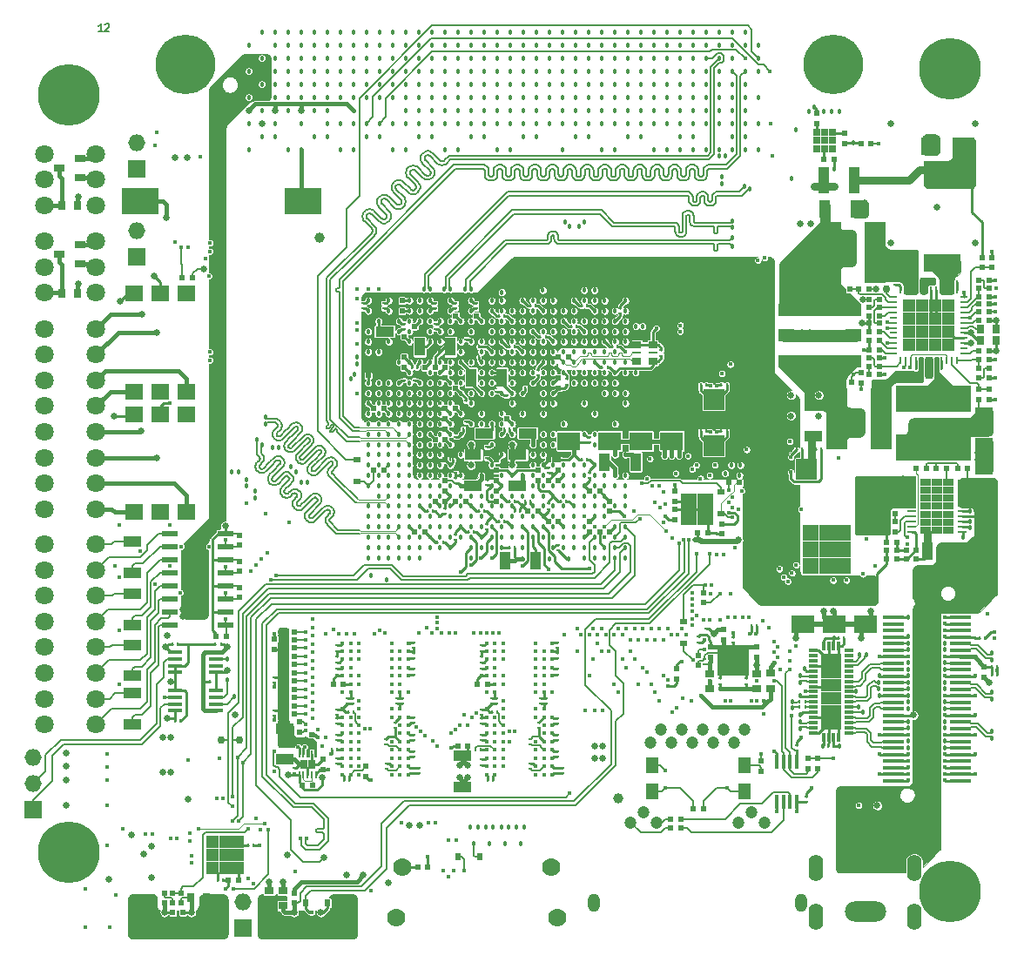
<source format=gbr>
G04 #@! TF.FileFunction,Copper,L12,Bot,Mixed*
%FSLAX46Y46*%
G04 Gerber Fmt 4.6, Leading zero omitted, Abs format (unit mm)*
G04 Created by KiCad (PCBNEW 4.0.6) date Tue Jun 13 11:44:39 2017*
%MOMM*%
%LPD*%
G01*
G04 APERTURE LIST*
%ADD10C,0.101600*%
%ADD11C,0.127000*%
%ADD12R,0.508000X18.034000*%
%ADD13R,2.159000X0.406400*%
%ADD14R,1.600000X1.600000*%
%ADD15C,1.200000*%
%ADD16O,1.200000X1.800000*%
%ADD17R,0.300000X0.280000*%
%ADD18R,0.280000X0.300000*%
%ADD19R,1.800000X1.000000*%
%ADD20R,1.000000X1.800000*%
%ADD21R,0.500000X0.500000*%
%ADD22R,2.230000X1.800000*%
%ADD23R,0.800000X0.900000*%
%ADD24R,1.600000X1.000000*%
%ADD25R,0.900000X0.800000*%
%ADD26R,0.584200X0.685800*%
%ADD27R,0.685800X0.584200*%
%ADD28C,1.778000*%
%ADD29R,1.651000X1.651000*%
%ADD30O,1.651000X1.651000*%
%ADD31R,3.100000X3.300000*%
%ADD32R,2.000000X6.000000*%
%ADD33R,7.300000X2.600000*%
%ADD34R,3.600000X1.800000*%
%ADD35R,1.000000X2.600000*%
%ADD36C,0.762000*%
%ADD37R,0.230000X0.700000*%
%ADD38R,0.750000X0.900000*%
%ADD39R,0.850000X0.280000*%
%ADD40R,1.080000X0.780000*%
%ADD41R,1.300000X1.500000*%
%ADD42R,0.250000X0.700000*%
%ADD43R,0.700000X0.250000*%
%ADD44R,1.287500X1.287500*%
%ADD45R,1.000000X1.250000*%
%ADD46R,0.850000X0.300000*%
%ADD47R,0.300000X0.850000*%
%ADD48R,1.250000X1.250000*%
%ADD49R,1.000000X1.000000*%
%ADD50R,1.500000X0.600000*%
%ADD51R,1.780000X1.520000*%
%ADD52R,1.350000X0.450000*%
%ADD53R,1.000000X0.800000*%
%ADD54R,1.500000X1.500000*%
%ADD55R,0.800000X0.800000*%
%ADD56R,0.450000X1.350000*%
%ADD57R,0.850000X0.650000*%
%ADD58R,0.850000X0.250000*%
%ADD59C,5.800000*%
%ADD60C,1.800000*%
%ADD61R,3.660000X2.600000*%
%ADD62R,3.540000X2.600000*%
%ADD63R,1.500000X1.200000*%
%ADD64C,3.000000*%
%ADD65O,1.400000X2.600000*%
%ADD66O,4.000000X2.000000*%
%ADD67C,6.000000*%
%ADD68C,1.000000*%
%ADD69C,0.635000*%
%ADD70C,0.406400*%
%ADD71C,0.457200*%
%ADD72C,1.270000*%
%ADD73C,0.254000*%
%ADD74C,0.381000*%
%ADD75C,0.762000*%
%ADD76C,0.165100*%
%ADD77C,0.304800*%
%ADD78C,0.508000*%
%ADD79C,0.457200*%
%ADD80C,0.147320*%
%ADD81C,0.152400*%
%ADD82C,0.088900*%
%ADD83C,0.106680*%
G04 APERTURE END LIST*
D10*
D11*
X38582286Y-30755286D02*
X38618572Y-30719000D01*
X38691143Y-30682714D01*
X38872572Y-30682714D01*
X38945143Y-30719000D01*
X38981429Y-30755286D01*
X39017714Y-30827857D01*
X39017714Y-30900429D01*
X38981429Y-31009286D01*
X38546000Y-31444714D01*
X39017714Y-31444714D01*
X38417714Y-31444714D02*
X37982286Y-31444714D01*
X38200000Y-31444714D02*
X38200000Y-30682714D01*
X38127429Y-30791571D01*
X38054857Y-30864143D01*
X37982286Y-30900429D01*
D12*
X118520000Y-96355500D03*
D13*
X115281500Y-88418000D03*
X115281500Y-89053000D03*
X115281500Y-89688000D03*
X115281500Y-90323000D03*
X115281500Y-90958000D03*
X115281500Y-91593000D03*
X115281500Y-92228000D03*
X115281500Y-92863000D03*
X115281500Y-93498000D03*
X115281500Y-94133000D03*
X115281500Y-94768000D03*
X115281500Y-95403000D03*
X115281500Y-96038000D03*
X115281500Y-96673000D03*
X115281500Y-97308000D03*
X115281500Y-97943000D03*
X115281500Y-98578000D03*
X115281500Y-99213000D03*
X115281500Y-99848000D03*
X115281500Y-100483000D03*
X115281500Y-101118000D03*
X115281500Y-101753000D03*
X115281500Y-102388000D03*
X115281500Y-103023000D03*
X115281500Y-103658000D03*
X115281500Y-104293000D03*
X121758500Y-88418000D03*
X121758500Y-89053000D03*
X121758500Y-89688000D03*
X121758500Y-90323000D03*
X121758500Y-90958000D03*
X121758500Y-91593000D03*
X121758500Y-92228000D03*
X121758500Y-92863000D03*
X121758500Y-93498000D03*
X121758500Y-94133000D03*
X121758500Y-94768000D03*
X121758500Y-95403000D03*
X121758500Y-96038000D03*
X121758500Y-96673000D03*
X121758500Y-97308000D03*
X121758500Y-97943000D03*
X121758500Y-98578000D03*
X121758500Y-99213000D03*
X121758500Y-99848000D03*
X121758500Y-100483000D03*
X121758500Y-101118000D03*
X121758500Y-101753000D03*
X121758500Y-102388000D03*
X121758500Y-103023000D03*
X121758500Y-103658000D03*
X121758500Y-104293000D03*
D14*
X95400000Y-78700000D03*
X97000000Y-78700000D03*
X95400000Y-77100000D03*
X97000000Y-77100000D03*
D15*
X91661000Y-100596000D03*
X93693000Y-100596000D03*
X95725000Y-100596000D03*
X97757000Y-100596000D03*
X99789000Y-100596000D03*
X92677000Y-99326000D03*
X94709000Y-99326000D03*
X96741000Y-99326000D03*
X98773000Y-99326000D03*
X100805000Y-99326000D03*
X89723000Y-108346000D03*
X90993000Y-107326000D03*
X92263000Y-108346000D03*
X100203000Y-108346000D03*
X101473000Y-107326000D03*
X102743000Y-108346000D03*
D16*
X86148000Y-116156000D03*
X106318000Y-116156000D03*
D17*
X62200000Y-96765000D03*
X62200000Y-96235000D03*
X66000000Y-103165000D03*
X66000000Y-102635000D03*
D18*
X61835000Y-104200000D03*
X62365000Y-104200000D03*
D17*
X65900000Y-100765000D03*
X65900000Y-100235000D03*
X61200000Y-102135000D03*
X61200000Y-102665000D03*
X66800000Y-98635000D03*
X66800000Y-99165000D03*
X61200000Y-91135000D03*
X61200000Y-91665000D03*
D18*
X61165000Y-101300000D03*
X60635000Y-101300000D03*
D17*
X68600000Y-91835000D03*
X68600000Y-92365000D03*
X61200000Y-97335000D03*
X61200000Y-97865000D03*
X61200000Y-100365000D03*
X61200000Y-99835000D03*
X68600000Y-93435000D03*
X68600000Y-93965000D03*
D18*
X62235000Y-97600000D03*
X62765000Y-97600000D03*
D17*
X61200000Y-98235000D03*
X61200000Y-98765000D03*
X67500000Y-96235000D03*
X67500000Y-96765000D03*
X68600000Y-90835000D03*
X68600000Y-91365000D03*
X62700000Y-96235000D03*
X62700000Y-96765000D03*
X68600000Y-99835000D03*
X68600000Y-100365000D03*
X67000000Y-96765000D03*
X67000000Y-96235000D03*
X61200000Y-93435000D03*
X61200000Y-93965000D03*
X68600000Y-101965000D03*
X68600000Y-101435000D03*
X69100000Y-103035000D03*
X69100000Y-103565000D03*
X61200000Y-92235000D03*
X61200000Y-92765000D03*
X68600000Y-103565000D03*
X68600000Y-103035000D03*
D19*
X73400000Y-104900000D03*
X73400000Y-101900000D03*
D17*
X76200000Y-96765000D03*
X76200000Y-96235000D03*
X80000000Y-103165000D03*
X80000000Y-102635000D03*
D18*
X75835000Y-104200000D03*
X76365000Y-104200000D03*
D17*
X80000000Y-100765000D03*
X80000000Y-100235000D03*
X75200000Y-102235000D03*
X75200000Y-102765000D03*
X80800000Y-98635000D03*
X80800000Y-99165000D03*
X75200000Y-91135000D03*
X75200000Y-91665000D03*
D18*
X75165000Y-101300000D03*
X74635000Y-101300000D03*
D17*
X82600000Y-91835000D03*
X82600000Y-92365000D03*
X75200000Y-97335000D03*
X75200000Y-97865000D03*
X75200000Y-100365000D03*
X75200000Y-99835000D03*
X82600000Y-93435000D03*
X82600000Y-93965000D03*
D18*
X76235000Y-97600000D03*
X76765000Y-97600000D03*
D17*
X75200000Y-98235000D03*
X75200000Y-98765000D03*
X81500000Y-96235000D03*
X81500000Y-96765000D03*
X82600000Y-90835000D03*
X82600000Y-91365000D03*
X76700000Y-96235000D03*
X76700000Y-96765000D03*
X82600000Y-99835000D03*
X82600000Y-100365000D03*
X81000000Y-96765000D03*
X81000000Y-96235000D03*
X75200000Y-93435000D03*
X75200000Y-93965000D03*
X82600000Y-101965000D03*
X82600000Y-101435000D03*
X83100000Y-103035000D03*
X83100000Y-103565000D03*
X75200000Y-92235000D03*
X75200000Y-92765000D03*
X82600000Y-103565000D03*
X82600000Y-103035000D03*
D19*
X56100000Y-102200000D03*
X56100000Y-99200000D03*
D17*
X55100000Y-94765000D03*
X55100000Y-94235000D03*
X55100000Y-97435000D03*
X55100000Y-97965000D03*
X68600000Y-98665000D03*
X68600000Y-98135000D03*
X82600000Y-98765000D03*
X82600000Y-98235000D03*
D19*
X124100000Y-74000000D03*
X124100000Y-77000000D03*
D20*
X118600000Y-82000000D03*
X121600000Y-82000000D03*
D17*
X57000000Y-103565000D03*
X57000000Y-103035000D03*
D21*
X59800000Y-102200000D03*
X59800000Y-103200000D03*
X115443000Y-77300000D03*
X115443000Y-78300000D03*
X115600000Y-81900000D03*
X114600000Y-81900000D03*
X116500000Y-81900000D03*
X117500000Y-81900000D03*
D22*
X106426000Y-89090000D03*
X106426000Y-86170000D03*
X112522000Y-89090000D03*
X112522000Y-86170000D03*
X109474000Y-89090000D03*
X109474000Y-86170000D03*
D19*
X124100000Y-71500000D03*
X124100000Y-68500000D03*
X107500000Y-70800000D03*
X107500000Y-67800000D03*
D20*
X111600000Y-48700000D03*
X108600000Y-48700000D03*
X118500000Y-42600000D03*
X121500000Y-42600000D03*
D21*
X113900000Y-59100000D03*
X112900000Y-59100000D03*
X124600000Y-62500000D03*
X123600000Y-62500000D03*
X112900000Y-57500000D03*
X113900000Y-57500000D03*
X124579000Y-65100000D03*
X123579000Y-65100000D03*
X112900000Y-59800000D03*
X113900000Y-59800000D03*
X124600000Y-63300000D03*
X123600000Y-63300000D03*
D17*
X115400000Y-56065000D03*
X115400000Y-55535000D03*
D18*
X119965000Y-64200000D03*
X119435000Y-64200000D03*
D21*
X124600000Y-57900000D03*
X123600000Y-57900000D03*
X112900000Y-62400000D03*
X113900000Y-62400000D03*
D23*
X125250000Y-60400000D03*
X123750000Y-60400000D03*
D21*
X124600000Y-55600000D03*
X123600000Y-55600000D03*
X113900000Y-64800000D03*
X112900000Y-64800000D03*
D23*
X125250000Y-61500000D03*
X123750000Y-61500000D03*
D21*
X124600000Y-57200000D03*
X123600000Y-57200000D03*
X113900000Y-63200000D03*
X112900000Y-63200000D03*
D18*
X121465000Y-55800000D03*
X120935000Y-55800000D03*
X117435000Y-64200000D03*
X117965000Y-64200000D03*
X106161000Y-97155000D03*
X106691000Y-97155000D03*
X106161000Y-96647000D03*
X106691000Y-96647000D03*
X110465000Y-90400000D03*
X109935000Y-90400000D03*
X108935000Y-100900000D03*
X109465000Y-100900000D03*
D21*
X51600000Y-114000000D03*
X50600000Y-114000000D03*
X46200000Y-117100000D03*
X45200000Y-117100000D03*
D18*
X108265000Y-72100000D03*
X107735000Y-72100000D03*
X105844757Y-72100000D03*
X106374757Y-72100000D03*
X97065000Y-70300000D03*
X96535000Y-70300000D03*
X98535000Y-70300000D03*
X99065000Y-70300000D03*
X97065000Y-65800000D03*
X96535000Y-65800000D03*
X98535000Y-65800000D03*
X99065000Y-65800000D03*
D21*
X51689000Y-80399000D03*
X51689000Y-81399000D03*
X51689000Y-82939000D03*
X51689000Y-83939000D03*
X51689000Y-85479000D03*
X51689000Y-86479000D03*
X49400000Y-90300000D03*
X50400000Y-90300000D03*
D18*
X48835000Y-94700000D03*
X49365000Y-94700000D03*
X45435000Y-98500000D03*
X45965000Y-98500000D03*
X49865000Y-91000000D03*
X49335000Y-91000000D03*
X45135000Y-91000000D03*
X45665000Y-91000000D03*
D19*
X79700000Y-70500000D03*
X79700000Y-67500000D03*
D22*
X83700000Y-71260000D03*
X83700000Y-68340000D03*
D19*
X75500000Y-70500000D03*
X75500000Y-67500000D03*
D22*
X93700000Y-71260000D03*
X93700000Y-68340000D03*
D19*
X65800000Y-60600000D03*
X65800000Y-63600000D03*
D22*
X87700000Y-71260000D03*
X87700000Y-68340000D03*
X90700000Y-71260000D03*
X90700000Y-68340000D03*
D19*
X78700000Y-72600000D03*
X78700000Y-75600000D03*
D24*
X74400000Y-72600000D03*
D19*
X74400000Y-75600000D03*
D20*
X74200000Y-65100000D03*
X77200000Y-65100000D03*
X80500000Y-82900000D03*
X77500000Y-82900000D03*
X87200000Y-73300000D03*
X90200000Y-73300000D03*
D18*
X79965000Y-77100000D03*
X79435000Y-77100000D03*
X78435000Y-78100000D03*
X78965000Y-78100000D03*
D20*
X69200000Y-62100000D03*
X72200000Y-62100000D03*
D21*
X96200000Y-80200000D03*
X97200000Y-80200000D03*
X94000000Y-78900000D03*
X94000000Y-77900000D03*
X98600000Y-79300000D03*
X98600000Y-80300000D03*
X94000000Y-76100000D03*
X94000000Y-77100000D03*
D17*
X81700000Y-74365000D03*
X81700000Y-73835000D03*
D25*
X55900000Y-116450000D03*
X55900000Y-114950000D03*
D17*
X97100000Y-89535000D03*
X97100000Y-90065000D03*
X96266000Y-90816000D03*
X96266000Y-90286000D03*
D18*
X101992000Y-89281000D03*
X101462000Y-89281000D03*
D17*
X99700000Y-90335000D03*
X99700000Y-90865000D03*
D21*
X107800000Y-40400000D03*
X107800000Y-39400000D03*
D17*
X98425000Y-94880000D03*
X98425000Y-94350000D03*
X100965000Y-94880000D03*
X100965000Y-94350000D03*
D21*
X110500000Y-41300000D03*
X110500000Y-42300000D03*
D17*
X105900000Y-101365000D03*
X105900000Y-100835000D03*
X106800000Y-106365000D03*
X106800000Y-105835000D03*
X96900000Y-92965000D03*
X96900000Y-92435000D03*
D26*
X75055000Y-111700000D03*
X72945000Y-111700000D03*
D27*
X63100000Y-75155000D03*
X63100000Y-73045000D03*
X98500000Y-78355000D03*
X98500000Y-76245000D03*
D26*
X60255000Y-116200000D03*
X58145000Y-116200000D03*
D27*
X94900000Y-90955000D03*
X94900000Y-88845000D03*
D23*
X46950000Y-115700000D03*
X48450000Y-115700000D03*
X35929000Y-48387000D03*
X34429000Y-48387000D03*
X35929000Y-56896000D03*
X34429000Y-56896000D03*
D25*
X54600000Y-114950000D03*
X54600000Y-116450000D03*
X103300000Y-93850000D03*
X103300000Y-95350000D03*
X101981000Y-93865000D03*
X101981000Y-95365000D03*
X97409000Y-95365000D03*
X97409000Y-93865000D03*
D28*
X67500000Y-112700000D03*
X82000000Y-112700000D03*
X82600000Y-117650000D03*
X66900000Y-117650000D03*
D29*
X31600000Y-107140000D03*
D30*
X31600000Y-104600000D03*
X31600000Y-102060000D03*
D29*
X52000000Y-118640000D03*
D30*
X52000000Y-116100000D03*
D29*
X41656000Y-44831000D03*
D30*
X41656000Y-42291000D03*
D29*
X41656000Y-53340000D03*
D30*
X41656000Y-50800000D03*
D31*
X113246000Y-78740000D03*
X102146000Y-78740000D03*
D32*
X113450000Y-52900000D03*
X109150000Y-52900000D03*
D33*
X119200000Y-67150000D03*
X119200000Y-71850000D03*
D34*
X120015000Y-53903000D03*
X120015000Y-44903000D03*
D32*
X114050000Y-69100000D03*
X109750000Y-69100000D03*
D21*
X72700000Y-77100000D03*
X73700000Y-77100000D03*
X70700000Y-77100000D03*
X71700000Y-77100000D03*
X56000000Y-91400000D03*
X57000000Y-91400000D03*
X56000000Y-94600000D03*
X57000000Y-94600000D03*
X56000000Y-93000000D03*
X57000000Y-93000000D03*
X56000000Y-90600000D03*
X57000000Y-90600000D03*
X56000000Y-92200000D03*
X57000000Y-92200000D03*
X56000000Y-96200000D03*
X57000000Y-96200000D03*
X56000000Y-89800000D03*
X57000000Y-89800000D03*
X56000000Y-93800000D03*
X57000000Y-93800000D03*
X56000000Y-97000000D03*
X57000000Y-97000000D03*
X56000000Y-97800000D03*
X57000000Y-97800000D03*
X56000000Y-95400000D03*
X57000000Y-95400000D03*
X57500000Y-98600000D03*
X57500000Y-99600000D03*
X75800000Y-94900000D03*
X74800000Y-94900000D03*
X61800000Y-94900000D03*
X60800000Y-94900000D03*
X58800000Y-104700000D03*
X57800000Y-104700000D03*
X122500000Y-73900000D03*
X121500000Y-73900000D03*
X119400000Y-73900000D03*
X120400000Y-73900000D03*
X118483000Y-73914000D03*
X117483000Y-73914000D03*
X115443000Y-80100000D03*
X115443000Y-79100000D03*
X114600000Y-81100000D03*
X115600000Y-81100000D03*
X102400000Y-102400000D03*
X102400000Y-103400000D03*
X115600000Y-82700000D03*
X114600000Y-82700000D03*
X117500000Y-82700000D03*
X116500000Y-82700000D03*
X95800000Y-107000000D03*
X96800000Y-107000000D03*
X112900000Y-58293000D03*
X113900000Y-58293000D03*
X124600000Y-64200000D03*
X123600000Y-64200000D03*
X110000000Y-56500000D03*
X111000000Y-56500000D03*
X111900000Y-56500000D03*
X112900000Y-56500000D03*
X123600000Y-67200000D03*
X123600000Y-66200000D03*
X124600000Y-66200000D03*
X124600000Y-67200000D03*
X124600000Y-56400000D03*
X123600000Y-56400000D03*
X112900000Y-64000000D03*
X113900000Y-64000000D03*
X123600000Y-58700000D03*
X124600000Y-58700000D03*
X113900000Y-60600000D03*
X112900000Y-60600000D03*
X112900000Y-61500000D03*
X113900000Y-61500000D03*
X123900000Y-53400000D03*
X123900000Y-54400000D03*
X124800000Y-54400000D03*
X124800000Y-53400000D03*
X110200000Y-65500000D03*
X111200000Y-65500000D03*
X112100000Y-64600000D03*
X112100000Y-65600000D03*
X124079000Y-93200000D03*
X124079000Y-94200000D03*
X70000000Y-112700000D03*
X69000000Y-112700000D03*
X65700000Y-74100000D03*
X64700000Y-74100000D03*
X71700000Y-65100000D03*
X71700000Y-64100000D03*
X45200000Y-115200000D03*
X45200000Y-116200000D03*
X46000000Y-116200000D03*
X46000000Y-115200000D03*
D19*
X41275000Y-84050000D03*
X41275000Y-81050000D03*
X41275000Y-89130000D03*
X41275000Y-86130000D03*
X41275000Y-94083000D03*
X41275000Y-91083000D03*
X41275000Y-98782000D03*
X41275000Y-95782000D03*
D21*
X67700000Y-63100000D03*
X67700000Y-64100000D03*
X47100000Y-55400000D03*
X46100000Y-55400000D03*
X96800000Y-86000000D03*
X96800000Y-87000000D03*
X87700000Y-78100000D03*
X87700000Y-77100000D03*
X100300000Y-75300000D03*
X99300000Y-75300000D03*
X82700000Y-73100000D03*
X82700000Y-74100000D03*
X81700000Y-75100000D03*
X82700000Y-75100000D03*
X96266000Y-92083000D03*
X96266000Y-93083000D03*
X107900000Y-103100000D03*
X107900000Y-102100000D03*
X107000000Y-103100000D03*
X107000000Y-102100000D03*
X112100000Y-42300000D03*
X113100000Y-42300000D03*
X94600000Y-108900000D03*
X93600000Y-108900000D03*
X94600000Y-108000000D03*
X93600000Y-108000000D03*
X82700000Y-66100000D03*
X82700000Y-65100000D03*
X83700000Y-63100000D03*
X82700000Y-63100000D03*
D35*
X111500000Y-45900000D03*
X108500000Y-45900000D03*
D36*
X51700000Y-100300000D03*
X114600000Y-56500000D03*
X49900000Y-100300000D03*
D37*
X57500000Y-103750000D03*
X57900000Y-103750000D03*
X58300000Y-103750000D03*
X58700000Y-103750000D03*
X59100000Y-103750000D03*
X57500000Y-101650000D03*
X57900000Y-101650000D03*
X58300000Y-101650000D03*
X58700000Y-101650000D03*
X59100000Y-101650000D03*
D38*
X57925000Y-102700000D03*
X58675000Y-102700000D03*
D39*
X121975000Y-77597000D03*
X121975000Y-78097000D03*
X121975000Y-78597000D03*
X121975000Y-79097000D03*
X121975000Y-79597000D03*
X121975000Y-80097000D03*
X121975000Y-77097000D03*
X121975000Y-76597000D03*
X121975000Y-76097000D03*
X121975000Y-75597000D03*
X121975000Y-75097000D03*
X117025000Y-80097000D03*
X117025000Y-79597000D03*
X117025000Y-79097000D03*
X117025000Y-78597000D03*
X117025000Y-78097000D03*
X117025000Y-77597000D03*
X117025000Y-77097000D03*
X117025000Y-76597000D03*
X117025000Y-76097000D03*
X117025000Y-75597000D03*
X117025000Y-75097000D03*
D40*
X120580000Y-79937000D03*
X119500000Y-79937000D03*
X118420000Y-79937000D03*
X120580000Y-79157000D03*
X120580000Y-78377000D03*
X120580000Y-77597000D03*
X120580000Y-76817000D03*
X120580000Y-76037000D03*
X120580000Y-75257000D03*
X119500000Y-75257000D03*
X119500000Y-76037000D03*
X119500000Y-76817000D03*
X119500000Y-77597000D03*
X119500000Y-78377000D03*
X119500000Y-79157000D03*
X118420000Y-79157000D03*
X118420000Y-78377000D03*
X118420000Y-77597000D03*
X118420000Y-76817000D03*
X118420000Y-76037000D03*
X118420000Y-75257000D03*
D41*
X91800000Y-102830000D03*
X91800000Y-105370000D03*
X100800000Y-102830000D03*
X100800000Y-105370000D03*
D42*
X115950000Y-56600000D03*
X116450000Y-56600000D03*
X116950000Y-56600000D03*
X117450000Y-56600000D03*
X117950000Y-56600000D03*
X118450000Y-56600000D03*
X118950000Y-56600000D03*
X119450000Y-56600000D03*
X119950000Y-56600000D03*
X120450000Y-56600000D03*
X120950000Y-56600000D03*
X121450000Y-56600000D03*
D43*
X122100000Y-57250000D03*
X122100000Y-57750000D03*
X122100000Y-58250000D03*
X122100000Y-58750000D03*
X122100000Y-59250000D03*
X122100000Y-59750000D03*
X122100000Y-60250000D03*
X122100000Y-60750000D03*
X122100000Y-61250000D03*
X122100000Y-61750000D03*
X122100000Y-62250000D03*
X122100000Y-62750000D03*
D42*
X121450000Y-63400000D03*
X120950000Y-63400000D03*
X120450000Y-63400000D03*
X119950000Y-63400000D03*
X119450000Y-63400000D03*
X118950000Y-63400000D03*
X118450000Y-63400000D03*
X117950000Y-63400000D03*
X117450000Y-63400000D03*
X116950000Y-63400000D03*
X116450000Y-63400000D03*
X115950000Y-63400000D03*
D43*
X115300000Y-62750000D03*
X115300000Y-62250000D03*
X115300000Y-61750000D03*
X115300000Y-61250000D03*
X115300000Y-60750000D03*
X115300000Y-60250000D03*
X115300000Y-59750000D03*
X115300000Y-59250000D03*
X115300000Y-58750000D03*
X115300000Y-58250000D03*
X115300000Y-57750000D03*
X115300000Y-57250000D03*
D44*
X120631250Y-61931250D03*
X119343750Y-61931250D03*
X118056250Y-61931250D03*
X116768750Y-61931250D03*
X120631250Y-60643750D03*
X119343750Y-60643750D03*
X118056250Y-60643750D03*
X116768750Y-60643750D03*
X120631250Y-59356250D03*
X119343750Y-59356250D03*
X118056250Y-59356250D03*
X116768750Y-59356250D03*
X120631250Y-58068750D03*
X119343750Y-58068750D03*
X118056250Y-58068750D03*
X116768750Y-58068750D03*
D45*
X109720000Y-97506000D03*
D46*
X110945000Y-95631000D03*
X110945000Y-96131000D03*
X110945000Y-96631000D03*
X110945000Y-97131000D03*
X110945000Y-97631000D03*
X110945000Y-98131000D03*
X110945000Y-98631000D03*
X110945000Y-99131000D03*
X110945000Y-99631000D03*
X110945000Y-95131000D03*
X110945000Y-94631000D03*
X110945000Y-94131000D03*
X110945000Y-93631000D03*
X110945000Y-93131000D03*
X110945000Y-92631000D03*
X110945000Y-92131000D03*
X110945000Y-91631000D03*
X107495000Y-95631000D03*
X107495000Y-95131000D03*
X107495000Y-94631000D03*
X107495000Y-94131000D03*
X107495000Y-93631000D03*
X107495000Y-93131000D03*
X107495000Y-92631000D03*
X107495000Y-92131000D03*
X107495000Y-91631000D03*
X107495000Y-96131000D03*
X107495000Y-96631000D03*
X107495000Y-97131000D03*
X107495000Y-97631000D03*
X107495000Y-98131000D03*
X107495000Y-98631000D03*
X107495000Y-99131000D03*
X107495000Y-99631000D03*
D47*
X109970000Y-100106000D03*
X109470000Y-100106000D03*
X108970000Y-100106000D03*
X108470000Y-100106000D03*
X109970000Y-91156000D03*
X109470000Y-91156000D03*
X108970000Y-91156000D03*
X108470000Y-91156000D03*
D45*
X109720000Y-96256000D03*
X109720000Y-98756000D03*
X108720000Y-98756000D03*
X108720000Y-97506000D03*
X108720000Y-96256000D03*
X108720000Y-95006000D03*
X108720000Y-93756000D03*
X108720000Y-92506000D03*
X109720000Y-92506000D03*
X109720000Y-93756000D03*
X109720000Y-95006000D03*
D48*
X49050000Y-110250000D03*
X49050000Y-112750000D03*
X51550000Y-110250000D03*
X50300000Y-112750000D03*
X49050000Y-111500000D03*
X50300000Y-111500000D03*
X51550000Y-111500000D03*
X50300000Y-110250000D03*
X51550000Y-112750000D03*
D49*
X98300000Y-66700000D03*
X98300000Y-67700000D03*
X97300000Y-67700000D03*
X97300000Y-66700000D03*
X98300000Y-71200000D03*
X98300000Y-72200000D03*
X97300000Y-72200000D03*
X97300000Y-71200000D03*
X106300000Y-73500000D03*
X107300000Y-73500000D03*
X107300000Y-74500000D03*
X106300000Y-74500000D03*
D50*
X44925000Y-89154000D03*
X44925000Y-87884000D03*
X44925000Y-86614000D03*
X44925000Y-85344000D03*
X44925000Y-84074000D03*
X44925000Y-82804000D03*
X44925000Y-81534000D03*
X44925000Y-80264000D03*
X50325000Y-80264000D03*
X50325000Y-81534000D03*
X50325000Y-82804000D03*
X50325000Y-84074000D03*
X50325000Y-85344000D03*
X50325000Y-86614000D03*
X50325000Y-87884000D03*
X50325000Y-89154000D03*
D51*
X41460000Y-56938000D03*
X41460000Y-66462000D03*
X44000000Y-66462000D03*
X46540000Y-66462000D03*
X46540000Y-56938000D03*
X44000000Y-56938000D03*
X41460000Y-68638000D03*
X41460000Y-78162000D03*
X44000000Y-78162000D03*
X46540000Y-78162000D03*
X46540000Y-68638000D03*
X44000000Y-68638000D03*
D52*
X49375000Y-97475000D03*
X49375000Y-96825000D03*
X49375000Y-96175000D03*
X49375000Y-95525000D03*
X45425000Y-97475000D03*
X45425000Y-96825000D03*
X45425000Y-96175000D03*
X45425000Y-95525000D03*
X45425000Y-91825000D03*
X45425000Y-92475000D03*
X45425000Y-93125000D03*
X45425000Y-93775000D03*
X49375000Y-91825000D03*
X49375000Y-92475000D03*
X49375000Y-93125000D03*
X49375000Y-93775000D03*
D14*
X108800000Y-81800000D03*
X110400000Y-81800000D03*
X110400000Y-83400000D03*
X108800000Y-83400000D03*
X107200000Y-83400000D03*
X107200000Y-81800000D03*
X107200000Y-80200000D03*
X108800000Y-80200000D03*
X110400000Y-80200000D03*
D53*
X36179000Y-43754000D03*
X34179000Y-44704000D03*
X36179000Y-45654000D03*
X36179000Y-52136000D03*
X34179000Y-53086000D03*
X36179000Y-54036000D03*
D54*
X98945000Y-93333000D03*
X98945000Y-91833000D03*
X100445000Y-91833000D03*
X100445000Y-93333000D03*
D55*
X109385000Y-42837000D03*
X108585000Y-42837000D03*
X107785000Y-42837000D03*
X107785000Y-42037000D03*
X108585000Y-42037000D03*
X109385000Y-42037000D03*
X109385000Y-41237000D03*
X108585000Y-41237000D03*
X107785000Y-41237000D03*
D56*
X105875000Y-102425000D03*
X105225000Y-102425000D03*
X104575000Y-102425000D03*
X103925000Y-102425000D03*
X105875000Y-106375000D03*
X105225000Y-106375000D03*
X104575000Y-106375000D03*
X103925000Y-106375000D03*
D57*
X90325000Y-61875000D03*
X90325000Y-63525000D03*
X91875000Y-61875000D03*
X91875000Y-63525000D03*
D58*
X90325000Y-62700000D03*
X91875000Y-62700000D03*
D59*
X46454300Y-34616700D03*
X109455700Y-34616700D03*
D60*
X32719000Y-67865000D03*
X32719000Y-65365000D03*
X32719000Y-62865000D03*
X32719000Y-60365000D03*
X32719000Y-70365000D03*
X32719000Y-72865000D03*
X32719000Y-75365000D03*
X32719000Y-77865000D03*
X37719000Y-60365000D03*
X37719000Y-62865000D03*
X37719000Y-65365000D03*
X37719000Y-67865000D03*
X37719000Y-70365000D03*
X37719000Y-72865000D03*
X37719000Y-75365000D03*
X37719000Y-77865000D03*
X32719000Y-88820000D03*
X32719000Y-86320000D03*
X32719000Y-83820000D03*
X32719000Y-81320000D03*
X32719000Y-91320000D03*
X32719000Y-93820000D03*
X32719000Y-96320000D03*
X32719000Y-98820000D03*
X37719000Y-81320000D03*
X37719000Y-83820000D03*
X37719000Y-86320000D03*
X37719000Y-88820000D03*
X37719000Y-91320000D03*
X37719000Y-93820000D03*
X37719000Y-96320000D03*
X37719000Y-98820000D03*
X32719000Y-56856000D03*
X32719000Y-54356000D03*
X32719000Y-51856000D03*
X37719000Y-51856000D03*
X37719000Y-54356000D03*
X37719000Y-56856000D03*
X32719000Y-48347000D03*
X32719000Y-45847000D03*
X32719000Y-43347000D03*
X37719000Y-43347000D03*
X37719000Y-45847000D03*
X37719000Y-48347000D03*
D18*
X124830000Y-93980000D03*
X125360000Y-93980000D03*
X124830000Y-93218000D03*
X125360000Y-93218000D03*
X123635000Y-90400000D03*
X124165000Y-90400000D03*
D17*
X71700000Y-77835000D03*
X71700000Y-78365000D03*
D18*
X75465000Y-78100000D03*
X74935000Y-78100000D03*
X70935000Y-81100000D03*
X71465000Y-81100000D03*
D17*
X72700000Y-80335000D03*
X72700000Y-80865000D03*
X75700000Y-79335000D03*
X75700000Y-79865000D03*
X81700000Y-77335000D03*
X81700000Y-77865000D03*
D18*
X73935000Y-80100000D03*
X74465000Y-80100000D03*
X69935000Y-78100000D03*
X70465000Y-78100000D03*
D17*
X73700000Y-61365000D03*
X73700000Y-60835000D03*
X72700000Y-70835000D03*
X72700000Y-71365000D03*
X73700000Y-67335000D03*
X73700000Y-67865000D03*
X77700000Y-66835000D03*
X77700000Y-67365000D03*
X72700000Y-74365000D03*
X72700000Y-73835000D03*
X73700000Y-69365000D03*
X73700000Y-68835000D03*
D18*
X79435000Y-66100000D03*
X79965000Y-66100000D03*
D17*
X68700000Y-65365000D03*
X68700000Y-64835000D03*
X76700000Y-66435000D03*
X76700000Y-66965000D03*
X75700000Y-75565000D03*
X75700000Y-75035000D03*
X75700000Y-72935000D03*
X75700000Y-73465000D03*
D18*
X74965000Y-62100000D03*
X74435000Y-62100000D03*
D17*
X72700000Y-74835000D03*
X72700000Y-75365000D03*
D18*
X72435000Y-73100000D03*
X72965000Y-73100000D03*
X73435000Y-70100000D03*
X73965000Y-70100000D03*
X77435000Y-70100000D03*
X77965000Y-70100000D03*
D17*
X67700000Y-65365000D03*
X67700000Y-64835000D03*
D18*
X84935000Y-73100000D03*
X85465000Y-73100000D03*
D17*
X75700000Y-71835000D03*
X75700000Y-72365000D03*
D18*
X74965000Y-63100000D03*
X74435000Y-63100000D03*
X77935000Y-81600000D03*
X78465000Y-81600000D03*
D17*
X82700000Y-81865000D03*
X82700000Y-81335000D03*
D18*
X78465000Y-77100000D03*
X77935000Y-77100000D03*
X76935000Y-79100000D03*
X77465000Y-79100000D03*
X82935000Y-77100000D03*
X83465000Y-77100000D03*
D17*
X85700000Y-74865000D03*
X85700000Y-74335000D03*
X92700000Y-62965000D03*
X92700000Y-62435000D03*
D21*
X64000000Y-103900000D03*
X64000000Y-102900000D03*
X72900000Y-100900000D03*
X73900000Y-100900000D03*
X55100000Y-90500000D03*
X55100000Y-91500000D03*
X58700000Y-99800000D03*
X58700000Y-100800000D03*
X124600000Y-59500000D03*
X123600000Y-59500000D03*
X80700000Y-75100000D03*
X80700000Y-74100000D03*
X77700000Y-69100000D03*
X77700000Y-68100000D03*
X67700000Y-61100000D03*
X67700000Y-62100000D03*
X70700000Y-71100000D03*
X70700000Y-72100000D03*
X81700000Y-73100000D03*
X80700000Y-73100000D03*
X71700000Y-73100000D03*
X71700000Y-72100000D03*
X72700000Y-66100000D03*
X72700000Y-67100000D03*
X76700000Y-77100000D03*
X76700000Y-76100000D03*
X72700000Y-68100000D03*
X72700000Y-69100000D03*
X76700000Y-73100000D03*
X76700000Y-72100000D03*
X71700000Y-76100000D03*
X71700000Y-75100000D03*
X72700000Y-59100000D03*
X72700000Y-60100000D03*
X64200000Y-64900000D03*
X64200000Y-63900000D03*
X74700000Y-59100000D03*
X74700000Y-60100000D03*
X67500000Y-57600000D03*
X67500000Y-58600000D03*
X68700000Y-60100000D03*
X69700000Y-60100000D03*
X69700000Y-64100000D03*
X70700000Y-64100000D03*
X71700000Y-69100000D03*
X71700000Y-68100000D03*
X71700000Y-71100000D03*
X71700000Y-70100000D03*
X79700000Y-78100000D03*
X80700000Y-78100000D03*
X82700000Y-79100000D03*
X81700000Y-79100000D03*
X65700000Y-68100000D03*
X64700000Y-68100000D03*
X69700000Y-80100000D03*
X68700000Y-80100000D03*
X86700000Y-80100000D03*
X87700000Y-80100000D03*
X85700000Y-79100000D03*
X85700000Y-80100000D03*
X85700000Y-76100000D03*
X86700000Y-76100000D03*
X94200000Y-93400000D03*
X94200000Y-94400000D03*
X98800000Y-89600000D03*
X98800000Y-90600000D03*
X102000000Y-92300000D03*
X102000000Y-91300000D03*
X108500000Y-43900000D03*
X109500000Y-43900000D03*
X97500000Y-92300000D03*
X97500000Y-91300000D03*
X44400000Y-115200000D03*
X44400000Y-116200000D03*
X76700000Y-74100000D03*
X76700000Y-75100000D03*
X57000000Y-115200000D03*
X57000000Y-116200000D03*
D17*
X70700000Y-59835000D03*
X70700000Y-60365000D03*
D18*
X68965000Y-64100000D03*
X68435000Y-64100000D03*
D17*
X70700000Y-57835000D03*
X70700000Y-58365000D03*
X67700000Y-59835000D03*
X67700000Y-60365000D03*
X72700000Y-57835000D03*
X72700000Y-58365000D03*
X65700000Y-57835000D03*
X65700000Y-58365000D03*
X74700000Y-57835000D03*
X74700000Y-58365000D03*
X63700000Y-57835000D03*
X63700000Y-58365000D03*
D18*
X85465000Y-58100000D03*
X84935000Y-58100000D03*
X79935000Y-58100000D03*
X80465000Y-58100000D03*
X83935000Y-60100000D03*
X84465000Y-60100000D03*
X76935000Y-59100000D03*
X77465000Y-59100000D03*
D17*
X88700000Y-58335000D03*
X88700000Y-58865000D03*
D18*
X80935000Y-61100000D03*
X81465000Y-61100000D03*
X87935000Y-62100000D03*
X88465000Y-62100000D03*
X77935000Y-62100000D03*
X78465000Y-62100000D03*
D17*
X85700000Y-71365000D03*
X85700000Y-70835000D03*
D18*
X87465000Y-64100000D03*
X86935000Y-64100000D03*
D17*
X83500000Y-65765000D03*
X83500000Y-65235000D03*
X80700000Y-64335000D03*
X80700000Y-64865000D03*
D61*
X57870000Y-47900000D03*
D62*
X42070000Y-47900000D03*
D63*
X104850000Y-58500000D03*
X104850000Y-61000000D03*
X104850000Y-63500000D03*
X111350000Y-58500000D03*
X111350000Y-61000000D03*
X111350000Y-63500000D03*
D18*
X52535000Y-110600000D03*
X53065000Y-110600000D03*
X49535000Y-114000000D03*
X50065000Y-114000000D03*
D64*
X112522000Y-110998000D03*
D65*
X107772000Y-117498000D03*
X107772000Y-112798000D03*
X117272000Y-117498000D03*
X117272000Y-112798000D03*
D66*
X112522000Y-116998000D03*
D67*
X120810000Y-115090000D03*
X35080000Y-111280000D03*
X120810000Y-35080000D03*
X35080000Y-37620000D03*
D68*
X88500000Y-106000000D03*
X59500000Y-51500000D03*
D69*
X44700000Y-90200000D03*
D70*
X64500000Y-104200000D03*
X99900000Y-81600004D03*
X113500000Y-83400000D03*
X101300002Y-90000000D03*
X48800000Y-52000000D03*
D69*
X119400000Y-41800000D03*
X119400000Y-42500000D03*
X112500000Y-48100000D03*
X112500000Y-49300000D03*
D70*
X112100000Y-66200000D03*
D69*
X112300000Y-57500000D03*
X113600000Y-56500000D03*
X124700000Y-72400000D03*
X124700000Y-73100000D03*
X123500000Y-73100000D03*
X123500000Y-72400000D03*
X112200000Y-59800000D03*
D70*
X112400000Y-62400000D03*
X114400000Y-64800000D03*
X114400000Y-63200000D03*
D69*
X108000000Y-68800000D03*
X105300000Y-66800000D03*
X108000000Y-66800000D03*
D70*
X124800000Y-52800000D03*
X125200000Y-67200000D03*
X125200000Y-57900000D03*
X125200000Y-57200000D03*
X125200000Y-55600000D03*
X125200000Y-65100000D03*
X125200000Y-63300000D03*
D69*
X125300000Y-62500000D03*
X125300000Y-59500000D03*
D70*
X107315000Y-105029000D03*
D69*
X36000000Y-47500000D03*
X36000000Y-56000000D03*
D70*
X43600000Y-41200000D03*
X125349000Y-93599000D03*
X120269000Y-94107000D03*
X123189079Y-94107556D03*
X120269000Y-96012000D03*
X123190000Y-96012000D03*
X123190000Y-97917000D03*
X120269000Y-97917000D03*
X123190000Y-99822000D03*
X120269000Y-99822000D03*
X123190000Y-101727000D03*
X120269000Y-101727000D03*
X116713000Y-101727000D03*
X113919000Y-101727000D03*
X116713000Y-99822000D03*
X113919000Y-99822000D03*
D69*
X117221000Y-97917000D03*
D71*
X116713000Y-96012000D03*
X113919000Y-96012000D03*
X116713000Y-94107000D03*
X113919000Y-94107000D03*
D70*
X125100000Y-89800000D03*
D69*
X45000000Y-94700000D03*
X50500000Y-93600000D03*
D70*
X72800000Y-110100000D03*
D69*
X68199984Y-108600000D03*
D70*
X70699998Y-108400000D03*
X71500000Y-113000000D03*
X36700000Y-118500000D03*
X39100000Y-118500000D03*
D69*
X34800000Y-106700000D03*
X34800000Y-104200000D03*
X34800000Y-102900000D03*
X51300000Y-97900000D03*
D70*
X57100000Y-113100000D03*
X38800000Y-110600000D03*
D69*
X43100000Y-110700000D03*
X39000000Y-113900000D03*
X43100000Y-113700000D03*
D70*
X40300000Y-109000000D03*
X49734776Y-102126117D03*
D69*
X44200000Y-100100000D03*
X45000000Y-100100000D03*
X56300000Y-111500000D03*
X47000000Y-117100000D03*
X50300000Y-79500000D03*
D70*
X43500000Y-85200000D03*
X45900000Y-86000000D03*
X48700000Y-81500000D03*
X42000000Y-82000000D03*
X46000000Y-81500000D03*
X44900000Y-67600000D03*
X44900000Y-79400000D03*
X48700000Y-55200002D03*
X48800000Y-62600000D03*
D69*
X43400006Y-55200000D03*
X46600000Y-43700000D03*
D71*
X94400000Y-72700000D03*
D70*
X109400000Y-102100000D03*
X103700000Y-101400000D03*
X103900000Y-107300000D03*
X99100000Y-105000000D03*
X106300000Y-100100000D03*
D69*
X123200000Y-40400000D03*
X115000000Y-40400000D03*
X123200000Y-52000000D03*
X115000000Y-52000000D03*
X119500000Y-48500000D03*
X113700000Y-106700000D03*
X106200000Y-50100000D03*
X107200000Y-50100000D03*
X105300000Y-68800000D03*
X73900000Y-104000000D03*
X73100000Y-104000000D03*
D70*
X72300000Y-101100000D03*
X87000000Y-97500000D03*
X86200000Y-97500000D03*
D69*
X86200000Y-102100000D03*
X87000000Y-102100000D03*
D70*
X60600000Y-101700000D03*
X55100000Y-95200000D03*
X55100000Y-90000000D03*
X55100000Y-98400000D03*
X59300000Y-100100000D03*
D69*
X55900000Y-114100000D03*
X54600000Y-114100000D03*
D70*
X64500000Y-115000000D03*
D69*
X62100000Y-113500000D03*
X59600000Y-117100000D03*
D71*
X93000000Y-72700000D03*
X93700000Y-72700000D03*
D69*
X105800000Y-90400000D03*
X108500000Y-87800000D03*
X109400000Y-87800000D03*
X112100000Y-90400000D03*
X113100000Y-87800000D03*
D70*
X93800000Y-80700000D03*
X52400000Y-77300000D03*
D71*
X75200000Y-66600000D03*
X79200000Y-77600000D03*
X73200000Y-74600000D03*
D69*
X74200000Y-73600000D03*
X74200000Y-71600000D03*
D71*
X65200000Y-62600000D03*
X66200000Y-61600000D03*
D70*
X62500000Y-98900000D03*
D69*
X78200000Y-73600000D03*
D71*
X77200000Y-74600000D03*
D69*
X78200000Y-71600000D03*
D71*
X71200000Y-61600000D03*
X75200000Y-69600000D03*
X88200000Y-72600000D03*
X76200000Y-69600000D03*
X78200000Y-69600000D03*
X77200000Y-70600000D03*
X80200000Y-71600000D03*
D70*
X106300004Y-77900000D03*
D71*
X79000000Y-110400000D03*
X77500000Y-110400000D03*
X76000000Y-110400000D03*
X74500000Y-110400000D03*
D70*
X100200000Y-77900000D03*
X112300000Y-84200000D03*
X93300000Y-95100000D03*
X104267000Y-93472000D03*
X94742000Y-96266000D03*
X102616000Y-97790000D03*
X95631000Y-96520000D03*
X98425000Y-86106000D03*
D71*
X66200000Y-78600000D03*
X64200000Y-82600000D03*
X67200000Y-81600000D03*
X82200000Y-76600000D03*
X89200000Y-77600000D03*
X86200000Y-78600000D03*
X87200000Y-81600000D03*
X72200000Y-76600000D03*
D70*
X87600006Y-91700000D03*
X70200000Y-80600000D03*
D71*
X73200000Y-79600000D03*
X76200000Y-78600000D03*
X74200000Y-82600000D03*
X77200000Y-81600000D03*
X83200000Y-79600000D03*
X80200000Y-80600000D03*
X83700000Y-82700000D03*
D70*
X75700000Y-97300000D03*
X82100000Y-90900000D03*
X82100000Y-92500000D03*
X82100000Y-94100000D03*
X75700000Y-90900000D03*
X75700000Y-92500000D03*
X75700000Y-94100000D03*
X81300000Y-97300000D03*
X82100000Y-98900000D03*
X82100000Y-100500000D03*
X81300000Y-100500000D03*
X82100000Y-101300000D03*
X80500000Y-102900000D03*
X82100000Y-102900000D03*
X75700000Y-103700000D03*
X75700000Y-102900000D03*
X76500000Y-101300000D03*
X76500000Y-100500000D03*
X75700000Y-99700000D03*
X76500000Y-98900000D03*
X75700000Y-98900000D03*
X61700000Y-97300000D03*
X68100000Y-90900000D03*
X68100000Y-92500000D03*
X68100000Y-94100000D03*
X67300000Y-97300000D03*
X66500000Y-102900000D03*
X68100000Y-101300000D03*
X67300000Y-100500000D03*
X68100000Y-100500000D03*
X68100000Y-98900000D03*
X68100000Y-102900000D03*
X61700000Y-90900000D03*
X61700000Y-92500000D03*
X61700000Y-94100000D03*
X61700000Y-98900000D03*
X61700000Y-99700000D03*
X61700000Y-103700000D03*
X61700000Y-102900000D03*
X62500000Y-100500000D03*
X62500000Y-101300000D03*
D71*
X60198000Y-41656000D03*
X76200000Y-75600000D03*
X85200000Y-75600000D03*
X88200000Y-74600000D03*
X72200000Y-73600000D03*
X76200000Y-73600000D03*
X81200000Y-73600000D03*
X84200000Y-72600000D03*
X77200000Y-72600000D03*
X73200000Y-72600000D03*
X72200000Y-71600000D03*
X76200000Y-71600000D03*
X73200000Y-70600000D03*
X72200000Y-69600000D03*
X74200000Y-69600000D03*
X83200000Y-69600000D03*
X86200000Y-68600000D03*
X79200000Y-68600000D03*
X77200000Y-68600000D03*
X75200000Y-68600000D03*
X73200000Y-68600000D03*
X78200000Y-67600000D03*
X74200000Y-67600000D03*
X67200000Y-59600000D03*
X69200000Y-59600000D03*
X71200000Y-59600000D03*
X65200000Y-59600000D03*
X64200000Y-57600000D03*
X66200000Y-57600000D03*
X68200000Y-57600000D03*
X70200000Y-57600000D03*
X72200000Y-57600000D03*
X89200000Y-67600000D03*
X73200000Y-59600000D03*
X75200000Y-59600000D03*
X74200000Y-57600000D03*
X76199718Y-57600000D03*
X76200000Y-58600000D03*
X76199718Y-59600000D03*
X76199718Y-60600000D03*
X76200000Y-61600000D03*
X74200000Y-61600000D03*
X70200000Y-61600000D03*
X68200000Y-61600000D03*
X64200000Y-61600000D03*
X70200000Y-64600000D03*
X67200000Y-63600000D03*
X69200000Y-63600000D03*
X70200000Y-63600000D03*
X71200000Y-63600000D03*
X72200000Y-63600000D03*
X73200000Y-63600000D03*
X75200000Y-63600000D03*
X73200000Y-66600000D03*
X76200000Y-65600000D03*
X82200000Y-66600000D03*
X77200000Y-66600000D03*
X79200000Y-66600000D03*
X78200000Y-65600000D03*
X85200000Y-65600000D03*
X76200000Y-63600000D03*
X76200000Y-62600000D03*
X81200000Y-63600000D03*
X88200000Y-64600000D03*
X87200000Y-61600000D03*
X84200000Y-62600000D03*
X77200000Y-61600000D03*
X80200000Y-60600000D03*
X83200000Y-59600000D03*
X86200000Y-58600000D03*
X89200000Y-57600000D03*
X79200000Y-57600000D03*
X70200000Y-65600000D03*
X69200000Y-65600000D03*
X68200000Y-65600000D03*
X67200000Y-65600000D03*
X66200000Y-65600000D03*
X65200000Y-65600000D03*
X64200000Y-65600000D03*
X68200000Y-74600000D03*
X69200000Y-77600000D03*
X65200000Y-75600000D03*
X70200000Y-70600000D03*
X64200000Y-72600000D03*
X67200000Y-71600000D03*
X69200000Y-67600000D03*
X66200000Y-68600000D03*
X98298000Y-40386000D03*
X86868000Y-42926000D03*
X88138000Y-42926000D03*
X61468000Y-42926000D03*
X93218000Y-32766000D03*
X53848000Y-31496000D03*
X57658000Y-31496000D03*
X61468000Y-31496000D03*
X65278000Y-31496000D03*
X69088000Y-31496000D03*
X72898000Y-31496000D03*
X76708000Y-31496000D03*
X80518000Y-31496000D03*
X84328000Y-31496000D03*
X88138000Y-31496000D03*
X91948000Y-31496000D03*
X95758000Y-31496000D03*
X52578000Y-42926000D03*
X56388000Y-42926000D03*
X57658000Y-42926000D03*
X62738000Y-42926000D03*
X66548000Y-42926000D03*
X67818000Y-42926000D03*
X71628000Y-42926000D03*
X72898000Y-42926000D03*
X76708000Y-42926000D03*
X77978000Y-42926000D03*
X83058000Y-42926000D03*
X91948000Y-42926000D03*
X93218000Y-42926000D03*
X97028000Y-42926000D03*
X98298000Y-42926000D03*
X102108000Y-42926000D03*
X100838000Y-41656000D03*
X99568000Y-41656000D03*
X95758000Y-41656000D03*
X94488000Y-41656000D03*
X90678000Y-41656000D03*
X89408000Y-41656000D03*
X85598000Y-41656000D03*
X84328000Y-41656000D03*
X80518000Y-41656000D03*
X79248000Y-41656000D03*
X75438000Y-41656000D03*
X74168000Y-41656000D03*
X70358000Y-41656000D03*
X69088000Y-41656000D03*
X65278000Y-41656000D03*
X64008000Y-41656000D03*
X58928000Y-41656000D03*
X55118000Y-41656000D03*
X53848000Y-41656000D03*
X52578000Y-40386000D03*
X55118000Y-40386000D03*
X57658000Y-40386000D03*
X60198000Y-40386000D03*
X61468000Y-40386000D03*
X62738000Y-40386000D03*
X66548000Y-40386000D03*
X67818000Y-40386000D03*
X71628000Y-40386000D03*
X72898000Y-40386000D03*
X76708000Y-40386000D03*
X77978000Y-40386000D03*
X81788000Y-40386000D03*
X83058000Y-40386000D03*
X86868000Y-40386000D03*
X88138000Y-40386000D03*
X91948000Y-40386000D03*
X93218000Y-40386000D03*
X97028000Y-40386000D03*
X102108000Y-40386000D03*
X100838000Y-39116000D03*
X99568000Y-39116000D03*
X95758000Y-39116000D03*
X94488000Y-39116000D03*
X90678000Y-39116000D03*
X86868000Y-39116000D03*
X83058000Y-39116000D03*
X79248000Y-39116000D03*
X75438000Y-39116000D03*
X71628000Y-39116000D03*
X67818000Y-39116000D03*
X58928000Y-39116000D03*
X56388000Y-39116000D03*
X53848000Y-39116000D03*
X52578000Y-37846000D03*
X55118000Y-37846000D03*
X58928000Y-37846000D03*
X62738000Y-37846000D03*
X66548000Y-37846000D03*
X70358000Y-37846000D03*
X74168000Y-37846000D03*
X77978000Y-37846000D03*
X81788000Y-37846000D03*
X85598000Y-37846000D03*
X89408000Y-37846000D03*
X93218000Y-37846000D03*
X97028000Y-37846000D03*
X98298000Y-37846000D03*
X102108000Y-37846000D03*
X100838000Y-36576000D03*
X99568000Y-36576000D03*
X95758000Y-36576000D03*
X84328000Y-36576000D03*
X80518000Y-36576000D03*
X76708000Y-36576000D03*
X72898000Y-36576000D03*
X69088000Y-36576000D03*
X65278000Y-36576000D03*
X61468000Y-36576000D03*
X57658000Y-36576000D03*
X53848000Y-36576000D03*
X52578000Y-35306000D03*
X55118000Y-35306000D03*
X58928000Y-35306000D03*
X62738000Y-35306000D03*
X66548000Y-35306000D03*
X70358000Y-35306000D03*
X74168000Y-35306000D03*
X77978000Y-35306000D03*
X81788000Y-35306000D03*
X85598000Y-35306000D03*
X89408000Y-35306000D03*
X93218000Y-35306000D03*
X88138000Y-36576000D03*
X91948000Y-36576000D03*
X97028000Y-35306000D03*
X98298000Y-35306000D03*
X102108000Y-35306000D03*
X99568000Y-34036000D03*
X95758000Y-34036000D03*
X91948000Y-34036000D03*
X88138000Y-34036000D03*
X84328000Y-34036000D03*
X80518000Y-34036000D03*
X76708000Y-34036000D03*
X72898000Y-34036000D03*
X69088000Y-34036000D03*
X65278000Y-34036000D03*
X61468000Y-34036000D03*
X57658000Y-34036000D03*
X53848000Y-34036000D03*
X52578000Y-32766000D03*
X55118000Y-32766000D03*
X58928000Y-32766000D03*
X62738000Y-32766000D03*
X66548000Y-32766000D03*
X70358000Y-32766000D03*
X74168000Y-32766000D03*
X77978000Y-32766000D03*
X81788000Y-32766000D03*
X85598000Y-32766000D03*
X89408000Y-32766000D03*
X97028000Y-32766000D03*
X98298000Y-32766000D03*
X102108000Y-32766000D03*
X100838000Y-31496000D03*
X99568000Y-31496000D03*
X77200000Y-69600000D03*
D69*
X44600000Y-49500000D03*
X42400000Y-111400000D03*
X112100000Y-68400000D03*
X111400000Y-68400000D03*
X112100000Y-70500000D03*
X112100000Y-69800000D03*
X112100000Y-69100000D03*
X111400000Y-70500000D03*
X111400000Y-69800000D03*
X111400000Y-69100000D03*
D70*
X122100000Y-56800000D03*
D69*
X73900000Y-102800000D03*
X73100000Y-102800000D03*
X86200000Y-100900000D03*
X87000000Y-100900000D03*
D70*
X57400000Y-101000000D03*
D71*
X74200000Y-77600000D03*
X77200000Y-76600000D03*
D70*
X71200000Y-78600000D03*
D71*
X75200000Y-80600000D03*
X81200000Y-78600000D03*
X78200000Y-79600000D03*
X72200000Y-81600000D03*
X79200000Y-82700000D03*
X82200000Y-81600000D03*
D70*
X76500000Y-95700000D03*
X82100000Y-91700000D03*
X82100000Y-93300000D03*
X81300000Y-95700000D03*
X75700000Y-91700000D03*
X75700000Y-93300000D03*
X81300000Y-98100000D03*
X82100000Y-99700000D03*
X81300000Y-101300000D03*
X82100000Y-102100000D03*
X81300000Y-102900000D03*
X82100000Y-103700000D03*
X76500000Y-103700000D03*
X75700000Y-102100000D03*
X75700000Y-101300000D03*
X75700000Y-100500000D03*
X77300000Y-98900000D03*
X75700000Y-98100000D03*
X62500000Y-95700000D03*
X68100000Y-91700000D03*
X68100000Y-93300000D03*
X67300000Y-95700000D03*
X67300000Y-101300000D03*
X68100000Y-99700000D03*
X67300000Y-98100000D03*
X67300000Y-102900000D03*
X68100000Y-102100000D03*
X68100000Y-103700000D03*
X61700000Y-91700000D03*
X61700000Y-93300000D03*
X63300000Y-98900000D03*
X62500000Y-103700000D03*
X61700000Y-102100000D03*
X61700000Y-98100000D03*
X61700000Y-101300000D03*
X61700000Y-100500000D03*
D69*
X58100000Y-100300000D03*
D70*
X60300000Y-103200000D03*
X76500000Y-94100000D03*
X82100000Y-98100000D03*
X68100000Y-98100000D03*
X62500000Y-94100000D03*
D71*
X78200000Y-77600000D03*
X80200000Y-77600000D03*
D69*
X124700000Y-76100000D03*
X123500000Y-76100000D03*
X122500000Y-82600000D03*
X120700000Y-82600000D03*
X119200004Y-105900004D03*
X119200000Y-105200000D03*
X119200000Y-104500000D03*
X119200004Y-103100000D03*
X119200000Y-102400000D03*
X119200000Y-101700000D03*
X119200002Y-99800000D03*
X119200000Y-97900000D03*
X119200000Y-96000000D03*
X119200000Y-94100000D03*
X119200000Y-90300000D03*
X119199996Y-88400000D03*
X119200000Y-87000000D03*
X119200000Y-86300000D03*
X118500000Y-86300000D03*
X117800000Y-86300000D03*
X118500000Y-87000000D03*
X117800000Y-87000000D03*
X118500000Y-105900018D03*
X117800000Y-105900000D03*
X117800000Y-105200000D03*
X117800000Y-104500000D03*
X117800000Y-103100000D03*
X117800000Y-102400000D03*
X117800000Y-101700000D03*
X117800000Y-99800000D03*
X117800000Y-88400000D03*
X117800000Y-90300000D03*
X117800000Y-94100000D03*
X117800000Y-96000000D03*
X118700000Y-64900000D03*
X118700000Y-64200000D03*
X119000000Y-55700000D03*
X118200000Y-55700000D03*
X122800004Y-61700000D03*
X124587000Y-94742006D03*
D70*
X72000000Y-110100000D03*
D69*
X69200004Y-108600000D03*
X44200000Y-103500000D03*
X45000000Y-103500000D03*
D70*
X93100000Y-103300000D03*
D69*
X66200000Y-114200000D03*
D70*
X116586000Y-81280000D03*
D71*
X122700000Y-78100000D03*
D69*
X59700000Y-104000000D03*
X100200000Y-80900000D03*
X122900000Y-46300000D03*
X122900000Y-45600000D03*
X122900000Y-44900000D03*
X122900000Y-44200000D03*
X122200000Y-44200000D03*
X122200000Y-44900000D03*
X122200000Y-45600000D03*
X122200000Y-46300000D03*
D70*
X98600000Y-64700000D03*
X112649000Y-80772000D03*
X124400000Y-88100000D03*
D69*
X46700000Y-106100000D03*
X44500000Y-91300000D03*
X44700000Y-98200000D03*
X48200000Y-54500000D03*
X34800000Y-101600000D03*
X41200000Y-109600000D03*
D70*
X53600000Y-110600000D03*
X44900000Y-83408802D03*
X39600000Y-83400000D03*
D69*
X45400000Y-43700000D03*
D70*
X105900000Y-107300000D03*
X103649802Y-92837000D03*
D71*
X109500000Y-90392800D03*
X106600000Y-93400000D03*
X106200000Y-96000000D03*
X106200000Y-97900000D03*
X108400000Y-100900000D03*
X110000000Y-100900000D03*
D70*
X98100000Y-65895182D03*
X98100000Y-70395180D03*
X50300000Y-114800000D03*
X58000000Y-101000000D03*
D69*
X56400000Y-103700000D03*
D70*
X92200000Y-60300000D03*
X105300000Y-72800000D03*
X96500000Y-80900000D03*
X96000000Y-80900000D03*
X110700000Y-84800000D03*
X94700000Y-92700000D03*
D71*
X109474000Y-44831000D03*
X111378996Y-42291000D03*
X89200000Y-82600000D03*
X88200000Y-79600000D03*
X85200000Y-80600000D03*
X72200000Y-70600000D03*
X72200000Y-68600000D03*
X111633000Y-95631000D03*
X73200000Y-64600000D03*
X72200000Y-64600000D03*
X71200000Y-64600000D03*
X74200000Y-63600000D03*
X62738000Y-39116000D03*
D69*
X57658000Y-39116000D03*
X55118000Y-39116000D03*
X53848000Y-40386000D03*
X52578000Y-39116000D03*
X116205000Y-74930000D03*
X103300000Y-61200000D03*
X103000000Y-69100000D03*
X104000000Y-69100000D03*
D72*
X104500000Y-81100000D03*
X102600000Y-81100002D03*
D69*
X104800000Y-77700000D03*
X104800000Y-78400000D03*
X104800000Y-79100000D03*
X104817400Y-79800000D03*
X104100000Y-79800000D03*
X104100000Y-79100000D03*
X104100000Y-78400000D03*
X104100000Y-77700000D03*
X73200000Y-71600000D03*
X66200000Y-62600000D03*
X79200000Y-71600000D03*
X77200000Y-71600000D03*
D71*
X76200000Y-68600000D03*
X79200000Y-73600000D03*
X80200000Y-66600000D03*
X76200000Y-74600000D03*
X74200000Y-74600000D03*
X73200000Y-73600000D03*
X75200000Y-73600000D03*
X77200000Y-73600000D03*
X76200000Y-72600000D03*
X72200000Y-72600000D03*
X75200000Y-71600000D03*
X74200000Y-70600000D03*
X73200000Y-69600000D03*
X79200000Y-69600000D03*
X78200000Y-68600000D03*
X74200000Y-68600000D03*
X77200000Y-67600000D03*
X73200000Y-67600000D03*
X69200000Y-60600000D03*
X73200000Y-60600000D03*
X75200000Y-60600000D03*
X68200000Y-62600000D03*
X70200000Y-62600000D03*
X74200000Y-62600000D03*
X69200000Y-64600000D03*
X65200000Y-64600000D03*
X67200000Y-64600000D03*
D70*
X96900000Y-90600000D03*
X97400000Y-94600000D03*
X101900000Y-90000000D03*
X99700000Y-89900000D03*
D69*
X117100000Y-69400000D03*
X117800000Y-69400000D03*
X118500000Y-69400000D03*
X117100000Y-70100000D03*
X117800000Y-70100000D03*
X118500000Y-70100000D03*
X119200000Y-69400000D03*
X119200000Y-70100000D03*
D71*
X64200000Y-60600000D03*
D69*
X101981000Y-93091000D03*
D70*
X101981000Y-94615000D03*
D71*
X64200000Y-58600000D03*
X71200000Y-60600000D03*
X67200000Y-60600000D03*
X70200000Y-58600000D03*
X68200000Y-58600000D03*
X66200000Y-58600000D03*
X72200000Y-58600000D03*
X74200000Y-58600000D03*
X64200000Y-62600000D03*
X68200000Y-63600000D03*
D70*
X105400000Y-98000000D03*
X105300000Y-74300000D03*
X101000000Y-72100000D03*
D69*
X110600000Y-51100000D03*
X111300000Y-51100000D03*
X111300000Y-51800000D03*
X111300000Y-52500000D03*
X111300000Y-53200000D03*
X111300000Y-53900000D03*
X110600000Y-53900000D03*
D70*
X116900000Y-64100000D03*
D71*
X75200000Y-74600000D03*
X79200000Y-74600000D03*
X75200000Y-65600000D03*
X76200000Y-64600000D03*
X71200000Y-62600000D03*
D70*
X99400000Y-86100000D03*
X100500006Y-76100000D03*
X99300000Y-78200000D03*
X99300000Y-76000000D03*
X99300000Y-77200000D03*
X94000000Y-75500000D03*
X93100000Y-77400000D03*
X93100000Y-78600000D03*
D69*
X97790000Y-89997898D03*
D71*
X107600000Y-38800000D03*
X87200000Y-76600000D03*
X84200000Y-77600000D03*
X73200000Y-75600000D03*
X77200000Y-75600000D03*
X83200000Y-74600000D03*
X80200000Y-74600000D03*
X86200000Y-73600000D03*
X72200000Y-66600000D03*
X73200000Y-65600000D03*
X74200000Y-66600000D03*
X76200000Y-66600000D03*
X78200000Y-66600000D03*
X78200000Y-70600000D03*
D70*
X55100000Y-103400000D03*
D69*
X48300000Y-87600000D03*
X47600000Y-87600000D03*
X46900000Y-87600000D03*
X46200000Y-87600000D03*
X46200000Y-88300000D03*
X48300000Y-88300000D03*
X47600000Y-88300000D03*
X46900000Y-88300000D03*
X50500000Y-91300000D03*
D71*
X65200000Y-80600000D03*
X68200000Y-79600000D03*
X69200000Y-82600000D03*
X70200000Y-75600000D03*
X64200000Y-77600000D03*
X67200000Y-76600000D03*
X69200000Y-72600000D03*
X66200000Y-73600000D03*
X65200000Y-70600000D03*
X68200000Y-69600000D03*
X67200000Y-66600000D03*
X64200000Y-67600000D03*
D69*
X53848000Y-35306000D03*
X53848000Y-37846000D03*
X52578000Y-36576000D03*
X52578000Y-34036000D03*
D70*
X125200000Y-58700000D03*
X114700000Y-61700000D03*
D69*
X122800000Y-60677697D03*
D71*
X69200000Y-58600000D03*
X105410000Y-97231200D03*
X69200000Y-57600000D03*
X105410000Y-96570800D03*
D69*
X44400000Y-117100000D03*
X107100000Y-60700000D03*
X106400000Y-60700000D03*
X109500004Y-61300000D03*
X108800000Y-61300000D03*
X108100000Y-61300000D03*
X107400000Y-61300000D03*
X106700000Y-61300000D03*
X106000002Y-61300000D03*
D70*
X97500000Y-65895188D03*
X97506444Y-70395183D03*
X89200000Y-62600000D03*
D71*
X85200000Y-67600000D03*
X89200000Y-72600000D03*
X82200000Y-71600000D03*
X85200000Y-70600000D03*
X88200000Y-69600000D03*
X81200000Y-68600000D03*
X87200000Y-66600000D03*
X80200000Y-65600000D03*
X83200000Y-64600000D03*
X79200000Y-62600000D03*
X86200000Y-63600000D03*
X82200000Y-61600000D03*
X85200000Y-60600000D03*
X81200000Y-58600000D03*
X88200000Y-59600000D03*
X84200000Y-57600000D03*
X78200000Y-59600000D03*
X82200000Y-74600000D03*
D69*
X57000000Y-117100000D03*
D70*
X96100000Y-82200000D03*
X96520000Y-96012000D03*
X102616000Y-96520000D03*
X98425000Y-95377000D03*
X100965000Y-95377000D03*
X97409000Y-93091000D03*
D71*
X98298000Y-43561000D03*
X97028000Y-39116000D03*
D70*
X94550000Y-60000000D03*
D71*
X75200000Y-61600000D03*
X98933000Y-43561000D03*
X98298000Y-39116000D03*
X75200000Y-62600000D03*
D70*
X94550000Y-60600000D03*
X68200000Y-77600000D03*
X73500000Y-113000000D03*
D71*
X64200000Y-75600000D03*
X102108000Y-34036000D03*
D70*
X114700000Y-60300000D03*
X105200000Y-71300000D03*
X98100000Y-82300000D03*
X72000000Y-113600000D03*
X43200000Y-109500000D03*
X51500000Y-102000000D03*
X51000000Y-108200000D03*
D71*
X88200000Y-81600000D03*
D70*
X114700000Y-59700000D03*
X109900000Y-72900000D03*
X98800000Y-82300000D03*
X72500000Y-113000002D03*
X42500000Y-109500000D03*
X52000000Y-102500000D03*
X51600000Y-108200000D03*
D71*
X89200000Y-79600000D03*
D70*
X99400000Y-63800000D03*
X89096756Y-78603244D03*
D71*
X60198000Y-39116000D03*
D70*
X103300000Y-40400000D03*
X99600000Y-78700000D03*
X90800000Y-75400000D03*
D71*
X85200000Y-82600000D03*
D70*
X97400000Y-82200000D03*
X58700000Y-117100000D03*
X95758000Y-92583006D03*
X97000000Y-85300000D03*
D71*
X85200000Y-79600000D03*
D69*
X49600000Y-117300000D03*
X48800000Y-117300000D03*
X48300000Y-118700000D03*
X43100000Y-118700000D03*
X41700000Y-117300000D03*
X42600000Y-117300000D03*
X63700000Y-113500000D03*
X55200000Y-117300000D03*
X54300000Y-117300000D03*
X55700000Y-118700000D03*
X60899986Y-118700000D03*
X61400000Y-117300000D03*
X62300000Y-117300000D03*
D70*
X116713000Y-104267000D03*
X123190000Y-103632000D03*
X120269000Y-103632000D03*
X113919000Y-103632000D03*
X116713000Y-103632000D03*
X116713000Y-102997000D03*
X116713000Y-102362000D03*
D71*
X120269000Y-101092000D03*
X116713000Y-101092000D03*
X120269000Y-100457000D03*
X116713000Y-100457000D03*
X112268000Y-97663000D03*
X111887000Y-97155000D03*
X120269000Y-97282000D03*
X116713000Y-97282000D03*
X120269000Y-96647000D03*
X116713000Y-96647000D03*
X113871798Y-95377000D03*
X113871776Y-94742000D03*
X120269000Y-93472000D03*
X116713000Y-93472000D03*
X120269000Y-92837000D03*
X116713000Y-92837000D03*
X112606278Y-92067004D03*
X111945878Y-92067004D03*
X116713000Y-90297000D03*
X116713000Y-88392000D03*
D70*
X120269000Y-102997000D03*
X120269000Y-104267000D03*
X120269000Y-102362000D03*
X120269000Y-90297000D03*
D71*
X120269000Y-90932000D03*
X116713000Y-90932000D03*
D70*
X105800000Y-91200000D03*
X102100000Y-53700000D03*
X120269000Y-89026998D03*
X100838000Y-34036000D03*
X91800000Y-75600000D03*
D71*
X65278000Y-40386000D03*
D70*
X86200000Y-79600000D03*
X120269000Y-88391992D03*
X105200000Y-91700000D03*
X102752255Y-53431700D03*
X120269000Y-89662015D03*
X103251000Y-35306000D03*
X92500000Y-75600000D03*
D71*
X64008000Y-40386000D03*
D70*
X87200000Y-80600000D03*
D71*
X120269000Y-98552000D03*
X116713000Y-98552000D03*
X124841000Y-99491800D03*
X124841000Y-100152200D03*
X120269000Y-99187000D03*
X116713000Y-99187000D03*
X124841000Y-96342200D03*
X120269000Y-94742000D03*
X116713000Y-94742000D03*
X120269000Y-95377000D03*
X116713000Y-95377000D03*
X124841000Y-95681800D03*
X124841000Y-92532200D03*
X124841000Y-91871800D03*
X120269000Y-91567000D03*
X116713000Y-91567000D03*
D70*
X70000000Y-111700000D03*
D71*
X68200000Y-82600000D03*
X79355600Y-108800000D03*
X74144400Y-108800000D03*
X69200000Y-79600000D03*
X74855600Y-108800000D03*
X69200000Y-78600000D03*
X68200000Y-80600000D03*
X75644400Y-108800000D03*
X69200000Y-80600000D03*
X76355600Y-108800000D03*
X68200000Y-81600000D03*
X77144400Y-108800000D03*
X69200000Y-81600000D03*
X77855600Y-108800000D03*
X67200000Y-82600000D03*
X78644400Y-108800000D03*
D70*
X125300000Y-56400000D03*
X122700000Y-59300000D03*
X93200000Y-80000000D03*
X87200000Y-79600000D03*
D71*
X99600000Y-49900000D03*
X100838000Y-42926000D03*
X71600000Y-56500000D03*
X72200000Y-60600000D03*
X100838000Y-37846000D03*
X87200000Y-64600000D03*
X99600000Y-50500000D03*
X72200000Y-56500000D03*
X72200000Y-59600000D03*
X99568000Y-42926000D03*
X99568000Y-37846000D03*
X87200000Y-63600000D03*
X86200000Y-62600000D03*
X98298000Y-36576000D03*
X87200000Y-62600000D03*
X97028000Y-36576000D03*
X99600000Y-51500000D03*
X73600000Y-56500000D03*
X74200000Y-60600000D03*
X95758000Y-40386000D03*
X100800000Y-46500000D03*
X95758000Y-42926000D03*
X69600000Y-56500000D03*
X70200000Y-60600000D03*
X95758000Y-37846000D03*
X81200000Y-67600000D03*
X62900000Y-64800000D03*
X67200000Y-68600000D03*
X95758000Y-35306000D03*
X95758000Y-32766000D03*
X83200000Y-60600000D03*
X99600000Y-52300000D03*
X74200000Y-56500000D03*
X74200000Y-59600000D03*
X94488000Y-40386000D03*
X101318835Y-46707534D03*
X94488000Y-42926000D03*
X70200000Y-56500000D03*
X70200000Y-59600000D03*
X94488000Y-37846000D03*
X82200000Y-67600000D03*
X94488000Y-36576000D03*
X85200000Y-57600000D03*
X62500000Y-65200000D03*
X66200000Y-67600000D03*
X94488000Y-35306000D03*
X94488000Y-34036000D03*
X70200000Y-66600000D03*
X94488000Y-32766000D03*
X84200000Y-60600000D03*
X94488000Y-31496000D03*
X83200000Y-58600000D03*
X63098350Y-63119000D03*
X67200000Y-69600000D03*
X93218000Y-39116000D03*
X93218000Y-36576000D03*
X85200000Y-56600000D03*
X93218000Y-34036000D03*
X69200000Y-66600000D03*
X93218000Y-31496000D03*
X84200000Y-58600000D03*
X63098350Y-63754000D03*
X66200000Y-69600000D03*
X91948000Y-39116000D03*
X91948000Y-37846000D03*
X88200000Y-66600000D03*
X91948000Y-35306000D03*
X68200000Y-67600000D03*
X91948000Y-32766000D03*
X81200000Y-64600000D03*
X90678000Y-40386000D03*
X65200000Y-66600000D03*
X90678000Y-37846000D03*
X89200000Y-66600000D03*
X87200000Y-65600000D03*
X90678000Y-36576000D03*
X90678000Y-35306000D03*
X68200000Y-66600000D03*
X90678000Y-34036000D03*
X70200000Y-68600000D03*
X90678000Y-32766000D03*
X82200000Y-64600000D03*
X90678000Y-31496000D03*
X86200000Y-65600000D03*
X89408000Y-40386000D03*
X66200000Y-66600000D03*
X89408000Y-39116000D03*
X65200000Y-67600000D03*
X88200000Y-65600000D03*
X89408000Y-36576000D03*
X89408000Y-34036000D03*
X70200000Y-67600000D03*
X89408000Y-31496000D03*
X86200000Y-64600000D03*
X88138000Y-39116000D03*
X64200000Y-66600000D03*
X81200000Y-66600000D03*
X88138000Y-37846000D03*
X88138000Y-35306000D03*
X69200000Y-69600000D03*
X84200000Y-65600000D03*
X88138000Y-32766000D03*
X81200000Y-65600000D03*
X86868000Y-37846000D03*
X90200000Y-64600000D03*
X86868000Y-36576000D03*
X86868000Y-35306000D03*
X69200000Y-68600000D03*
X86868000Y-34036000D03*
X71200000Y-69600000D03*
X85200000Y-64600000D03*
X86868000Y-32766000D03*
X86868000Y-31496000D03*
X88200000Y-63600000D03*
X83347780Y-49946780D03*
X85181220Y-49946780D03*
X85598000Y-40386000D03*
X69200000Y-71600000D03*
X85598000Y-39116000D03*
X68200000Y-68600000D03*
X89200000Y-64600000D03*
X85598000Y-36576000D03*
X85598000Y-34036000D03*
X70200000Y-69600000D03*
X89200000Y-63600000D03*
X85598000Y-31496000D03*
X83784220Y-50383220D03*
X84744780Y-50383220D03*
X69200000Y-70600000D03*
X84328000Y-40386000D03*
X84328000Y-39116000D03*
X67200000Y-67600000D03*
X80200000Y-64600000D03*
X84328000Y-37846000D03*
X71200000Y-72600000D03*
X84328000Y-35306000D03*
X88200000Y-62600000D03*
X84328000Y-32766000D03*
X80200000Y-63600000D03*
X83058000Y-37846000D03*
X78200000Y-64600000D03*
X83058000Y-36576000D03*
X71200000Y-71600000D03*
X83058000Y-35306000D03*
X83058000Y-34036000D03*
X70200000Y-73600000D03*
X89200000Y-61600000D03*
X83058000Y-32766000D03*
X90866704Y-60090600D03*
X79200000Y-61600000D03*
X83058000Y-31496000D03*
X81788000Y-39116000D03*
X65200000Y-68600000D03*
X79200000Y-64600000D03*
X81788000Y-36576000D03*
X81788000Y-34036000D03*
X69200000Y-73600000D03*
X90219004Y-60090600D03*
X79200000Y-60600000D03*
X81788000Y-31496000D03*
X80518000Y-40386000D03*
X65200000Y-69600000D03*
X80518000Y-39116000D03*
X64200000Y-68600000D03*
X80518000Y-37846000D03*
X88200000Y-58600000D03*
X80518000Y-35306000D03*
X70200000Y-74600000D03*
X88200000Y-61600000D03*
X80518000Y-32766000D03*
X79248000Y-40386000D03*
X64200000Y-69600000D03*
X79248000Y-37846000D03*
X89200000Y-58600000D03*
X89200000Y-60600000D03*
X79248000Y-36576000D03*
X79248000Y-35306000D03*
X69200000Y-74600000D03*
X79248000Y-34036000D03*
X71200000Y-74600000D03*
X88200000Y-60600000D03*
X79248000Y-32766000D03*
X87200000Y-60600000D03*
X79248000Y-31496000D03*
X54241700Y-68961000D03*
X77978000Y-39116000D03*
X66200000Y-76600000D03*
X89200000Y-59600000D03*
X77978000Y-36576000D03*
X77978000Y-34036000D03*
X71200000Y-75600000D03*
X87200000Y-59600000D03*
X77978000Y-31496000D03*
X54229000Y-69596000D03*
X76708000Y-39116000D03*
X66200000Y-77600000D03*
X76708000Y-37846000D03*
X87200000Y-58600000D03*
X76708000Y-35306000D03*
X64200000Y-71600000D03*
X86200000Y-60600000D03*
X76708000Y-32766000D03*
X67200000Y-79600000D03*
X53900000Y-71600000D03*
X75438000Y-40386000D03*
X75438000Y-37846000D03*
X87200000Y-57600000D03*
X86200000Y-57600000D03*
X75438000Y-36576000D03*
X75438000Y-35306000D03*
X64200000Y-70600000D03*
X75438000Y-34036000D03*
X70200000Y-72600000D03*
X86200000Y-59600000D03*
X75438000Y-32766000D03*
X75438000Y-31496000D03*
X85200000Y-62600000D03*
X67200000Y-80600000D03*
X53385082Y-71114918D03*
X74168000Y-40386000D03*
X74168000Y-39116000D03*
X68200000Y-73600000D03*
X86200000Y-56600000D03*
X74168000Y-36576000D03*
X74168000Y-34036000D03*
X70200000Y-71600000D03*
X74168000Y-31496000D03*
X86200000Y-61600000D03*
X72898000Y-39116000D03*
X68200000Y-72600000D03*
X72898000Y-37846000D03*
X84200000Y-59600000D03*
X72897992Y-35306000D03*
X71200000Y-76600000D03*
X72898000Y-32766000D03*
X84200000Y-61600000D03*
X71628000Y-37846000D03*
X85200000Y-59600000D03*
X83200000Y-62600000D03*
X71628000Y-36576000D03*
X71628000Y-35306000D03*
X70200000Y-76600000D03*
X71628000Y-34036000D03*
X65200000Y-76600000D03*
X71628000Y-32766000D03*
X85200000Y-61600000D03*
X71628000Y-31496000D03*
X84200000Y-64600000D03*
X98552000Y-46228000D03*
X100838000Y-40386000D03*
X70358000Y-40386000D03*
X65200000Y-74600000D03*
X70358000Y-39116000D03*
X67200000Y-77600000D03*
X83200000Y-61600000D03*
X70358000Y-36576000D03*
X70358000Y-34036000D03*
X65200000Y-77600000D03*
X70358000Y-31496000D03*
X85200000Y-63600000D03*
X98552000Y-45593000D03*
X99568000Y-40386000D03*
X69088000Y-40386000D03*
X64200000Y-74600000D03*
X69088000Y-39116000D03*
X67200000Y-78600000D03*
X82200000Y-60600000D03*
X69088000Y-37846000D03*
X51608918Y-74222640D03*
X67200000Y-73600000D03*
X69088000Y-35306000D03*
X82200000Y-63600000D03*
X69088000Y-32766000D03*
X82200000Y-59600000D03*
X67818000Y-37846000D03*
X67818000Y-36576000D03*
X82200000Y-58600000D03*
X50961218Y-74222640D03*
X67200000Y-72600000D03*
X67818000Y-35306000D03*
X69200000Y-75600000D03*
X67818000Y-34036000D03*
X82200000Y-62600000D03*
X67818000Y-32766000D03*
X81200000Y-60600000D03*
X67818000Y-31496000D03*
D70*
X38800000Y-103000000D03*
X47700000Y-108958150D03*
X54100000Y-108500000D03*
X63100000Y-57400000D03*
X65200000Y-56500000D03*
D71*
X71200000Y-68600000D03*
X66548000Y-36576000D03*
X82200000Y-57600000D03*
X68200000Y-75600000D03*
X66548000Y-34036000D03*
X81200000Y-59600000D03*
X66548000Y-31496000D03*
X81185650Y-56600000D03*
X65278000Y-37846000D03*
X69200000Y-76600000D03*
X65278000Y-35306000D03*
X65278000Y-32766000D03*
X80200000Y-62600000D03*
D70*
X46900006Y-110200000D03*
X38800000Y-104200000D03*
X53303244Y-107996756D03*
D71*
X81200000Y-57600000D03*
X64008000Y-37846000D03*
X64008000Y-36576000D03*
X80200000Y-58600000D03*
X68200000Y-76600000D03*
X64008000Y-35306000D03*
X54889004Y-71880404D03*
X65200000Y-72600000D03*
X64008000Y-34036000D03*
X64008000Y-32766000D03*
X81200000Y-62600000D03*
X64008000Y-31496000D03*
X78200000Y-63600000D03*
X62738000Y-36576000D03*
X80200000Y-57600000D03*
X55500000Y-71900000D03*
X65200000Y-71600000D03*
X62738000Y-34036000D03*
X62738000Y-31496000D03*
X79200000Y-63600000D03*
D70*
X46900000Y-109400000D03*
X38800000Y-101700000D03*
X53700000Y-109100000D03*
X63100000Y-56500000D03*
X71200000Y-67600000D03*
D71*
X79200000Y-59600000D03*
X61468000Y-37846000D03*
X66200000Y-74600000D03*
X56642000Y-73787000D03*
X61468000Y-35306000D03*
X78200000Y-58600000D03*
X61468000Y-32766000D03*
X80200000Y-59600000D03*
X60198000Y-37846000D03*
X80200000Y-61600000D03*
X60198000Y-36576000D03*
X57150000Y-74295000D03*
X66200000Y-75600000D03*
X60198000Y-35306000D03*
X58293000Y-75311000D03*
X66200000Y-72600000D03*
X60198000Y-34036000D03*
X79200000Y-58600000D03*
X60198000Y-32766000D03*
X77200000Y-59600000D03*
X60198000Y-31496000D03*
X81200000Y-61600000D03*
X58928000Y-36576000D03*
X57658000Y-75311000D03*
X66200000Y-71600000D03*
X58928000Y-34036000D03*
X77200000Y-58600000D03*
X58928000Y-31496000D03*
X77200000Y-56800000D03*
X57658000Y-37846000D03*
X52324000Y-74987150D03*
X57658000Y-35306000D03*
X65200000Y-73600000D03*
X57658000Y-32766000D03*
X77200000Y-60600000D03*
X77200000Y-57600000D03*
X56388000Y-37846000D03*
X77200000Y-63600000D03*
X56388000Y-36576000D03*
X52324000Y-75634850D03*
X56388000Y-35306000D03*
X64200000Y-73600000D03*
X53213000Y-76130150D03*
X67200000Y-74600000D03*
X56388000Y-34036000D03*
X56388000Y-32766000D03*
X78200000Y-60600000D03*
X56388000Y-31496000D03*
X78200000Y-62600000D03*
X77200000Y-62600000D03*
X55118000Y-36576000D03*
X53213000Y-76777850D03*
X67200000Y-75600000D03*
X55118000Y-34036000D03*
X55118000Y-31496000D03*
X78200000Y-61600000D03*
D70*
X38800000Y-106700000D03*
X54500000Y-109100000D03*
X51100000Y-114800000D03*
X63100000Y-66600000D03*
D71*
X72200000Y-67600000D03*
D69*
X107600000Y-46500000D03*
X109500000Y-46500000D03*
X43600000Y-60700000D03*
X42200000Y-58900000D03*
X42100000Y-70299996D03*
X43600000Y-72900000D03*
D70*
X98933000Y-96520000D03*
X101473000Y-96520000D03*
X99441000Y-96520000D03*
X101981004Y-96520000D03*
X113800000Y-42300000D03*
X105800000Y-83300000D03*
D71*
X84200000Y-79600000D03*
D70*
X111900000Y-106700000D03*
X95300000Y-72700000D03*
D71*
X71200000Y-70600000D03*
D70*
X54200000Y-78300000D03*
D71*
X71200000Y-73600000D03*
D70*
X56500000Y-79200000D03*
D71*
X72200000Y-77600000D03*
X71200000Y-77600000D03*
D70*
X91300000Y-90600000D03*
X58800000Y-94200000D03*
X91300000Y-93700000D03*
X80500000Y-93300000D03*
X66500000Y-93300000D03*
D71*
X80200000Y-78600000D03*
D70*
X58800000Y-91800000D03*
X86900000Y-91700000D03*
X86900000Y-89500000D03*
X77300000Y-92500000D03*
X63300000Y-92500000D03*
D71*
X80200000Y-76600000D03*
D70*
X89700000Y-90600000D03*
X58100000Y-91400000D03*
X89700000Y-91700000D03*
X80500000Y-92500000D03*
X66500000Y-92500000D03*
D71*
X77200000Y-77600000D03*
D70*
X58100000Y-94600000D03*
X90900000Y-93300000D03*
X90900000Y-89500000D03*
X81300000Y-93300000D03*
X67300000Y-93300000D03*
D71*
X79200000Y-78600000D03*
D70*
X58800000Y-92600000D03*
X86100000Y-92500000D03*
X86100000Y-89500000D03*
X76500000Y-92500000D03*
X62500000Y-92500000D03*
D71*
X78200000Y-76600000D03*
D70*
X58100000Y-93000000D03*
X90100000Y-92500000D03*
X90100000Y-89500000D03*
X81300000Y-92500000D03*
X67300000Y-92500000D03*
D71*
X77200000Y-78600000D03*
D70*
X58800000Y-90200000D03*
X86500000Y-90900000D03*
X86500000Y-90100000D03*
X76500000Y-91700000D03*
X62500000Y-91700000D03*
D71*
X79200000Y-76600000D03*
D70*
X58100000Y-90600000D03*
X94700000Y-89500000D03*
X81300000Y-91700000D03*
X67300000Y-91700000D03*
D71*
X81200000Y-77600000D03*
D70*
X58800000Y-88600000D03*
X84900000Y-90100000D03*
X76500000Y-90900000D03*
X62500000Y-90900000D03*
D71*
X74200000Y-76600000D03*
D70*
X58100000Y-92200000D03*
X84500000Y-91700000D03*
X84500000Y-89500000D03*
X80500000Y-91700000D03*
X66500000Y-91700000D03*
D71*
X73200000Y-76600000D03*
D70*
X90500000Y-90600000D03*
X58100000Y-96200000D03*
X90500000Y-94900000D03*
X77300000Y-94900000D03*
X63300000Y-94900000D03*
D71*
X78200000Y-78600000D03*
D70*
X58800000Y-91000000D03*
X77300000Y-91700000D03*
X63300000Y-91700000D03*
D71*
X82200000Y-77600000D03*
D70*
X58800000Y-95000000D03*
X85700000Y-94100000D03*
X85700000Y-90100000D03*
X77300000Y-94100000D03*
X63300000Y-94100000D03*
D71*
X76200000Y-76600000D03*
D70*
X58100000Y-89800000D03*
X87300000Y-90100000D03*
X80500000Y-90900000D03*
X66500000Y-90900000D03*
D71*
X81200000Y-76600000D03*
D70*
X58800000Y-89400000D03*
X77300000Y-90900000D03*
X63300000Y-90900000D03*
D71*
X75200000Y-76600000D03*
D70*
X58800000Y-95800000D03*
X93300000Y-89500000D03*
X93300000Y-94500000D03*
X81300000Y-94100000D03*
X67300000Y-94100000D03*
D71*
X73200000Y-78600000D03*
D70*
X88900000Y-90100000D03*
X58800000Y-93400000D03*
X88900000Y-92500000D03*
X76500000Y-93300000D03*
X62500000Y-93300000D03*
D71*
X74200000Y-78600000D03*
D70*
X58100000Y-93800000D03*
X89300000Y-93300000D03*
X89300000Y-89500000D03*
X80500000Y-94100000D03*
X66500000Y-94100000D03*
D71*
X75200000Y-78600000D03*
D70*
X58800000Y-96600000D03*
X91700000Y-89500000D03*
X91700010Y-94900000D03*
X80500000Y-95700000D03*
X66500000Y-95700000D03*
D71*
X70200000Y-79600000D03*
D70*
X58100000Y-97000000D03*
X88500000Y-95700000D03*
X88500000Y-89500000D03*
X75700000Y-95700000D03*
X61700000Y-95700000D03*
D71*
X73200000Y-77600000D03*
D70*
X58100000Y-97800000D03*
X88100000Y-94900000D03*
X88100000Y-90100000D03*
X81300000Y-94900000D03*
X67300000Y-94900000D03*
D71*
X70200000Y-77600000D03*
D70*
X92100000Y-90600000D03*
X58800000Y-97400000D03*
X92100000Y-95700000D03*
X82100000Y-95700000D03*
X68100000Y-95700000D03*
D71*
X70200000Y-78600000D03*
D70*
X58800000Y-98200000D03*
X92500000Y-89500000D03*
X92500000Y-96500000D03*
X80500000Y-97300000D03*
X66500000Y-97300000D03*
D71*
X72200000Y-79600000D03*
D70*
X92900000Y-90600000D03*
X58100000Y-95400000D03*
X92900000Y-94100000D03*
X80500000Y-94900000D03*
X66500000Y-94900000D03*
D71*
X72200000Y-78600000D03*
D70*
X58100000Y-98807900D03*
X77300000Y-96500000D03*
X94206545Y-97193455D03*
X94293197Y-90100892D03*
X63300000Y-96500000D03*
D71*
X76200000Y-77600000D03*
D70*
X58100000Y-99392100D03*
X77300000Y-97300000D03*
X93793455Y-97606545D03*
X93708997Y-90100892D03*
X63300000Y-97300000D03*
D71*
X75200000Y-77600000D03*
D70*
X95100000Y-90100000D03*
D71*
X82200000Y-78600000D03*
D70*
X76500000Y-94900000D03*
X62500000Y-94900000D03*
X116586000Y-80645000D03*
D71*
X122047000Y-80645006D03*
X122700000Y-79700000D03*
X122700000Y-79100000D03*
D70*
X105200000Y-92600000D03*
X102400000Y-101700000D03*
D71*
X81200000Y-71600000D03*
D70*
X55100000Y-101400000D03*
X83800000Y-105500000D03*
X46700000Y-102299990D03*
X93100000Y-105000000D03*
X111400000Y-64800000D03*
X116300000Y-64100000D03*
X125100000Y-90400000D03*
X106700000Y-95600000D03*
X106700000Y-95600000D03*
X48800000Y-63400002D03*
X63100000Y-61800000D03*
D71*
X72200000Y-65600000D03*
D70*
X52500000Y-109000000D03*
X49500000Y-106000000D03*
X45600000Y-109900000D03*
X50100000Y-106000000D03*
X45000000Y-109900000D03*
X48400000Y-53500000D03*
X63100000Y-59800000D03*
D71*
X75200000Y-64600000D03*
D70*
X36700000Y-114800000D03*
X47000000Y-111600000D03*
X39700000Y-115400000D03*
X47000000Y-112300000D03*
D69*
X40100000Y-57700000D03*
X39500000Y-68800000D03*
D71*
X68200000Y-64600000D03*
D70*
X90600000Y-78800000D03*
D71*
X88200000Y-80600000D03*
D70*
X46000000Y-52400000D03*
X54700000Y-84800000D03*
D71*
X89200000Y-80600000D03*
D70*
X105400000Y-84100000D03*
D71*
X85200000Y-81600000D03*
D70*
X104600000Y-84500000D03*
D71*
X86200000Y-81600000D03*
D70*
X44400000Y-96200000D03*
X45400000Y-51900000D03*
X104200000Y-83700000D03*
D71*
X84200000Y-80600000D03*
D70*
X109400000Y-84800000D03*
D71*
X87200000Y-82600000D03*
D70*
X105000000Y-84900000D03*
D71*
X86200000Y-82600000D03*
X105400000Y-45700000D03*
X87200000Y-78600000D03*
D70*
X96100000Y-88200000D03*
D71*
X89200000Y-75600000D03*
D70*
X97409000Y-88646000D03*
D71*
X83200000Y-78600000D03*
D70*
X97600000Y-85300000D03*
X98425000Y-88646000D03*
D71*
X84200000Y-74600000D03*
D70*
X96901000Y-91567000D03*
X103700000Y-94600000D03*
X105156000Y-93472000D03*
D71*
X82200000Y-65600000D03*
X84200000Y-63600000D03*
X83200000Y-63600000D03*
D70*
X95700000Y-87200000D03*
X99187000Y-88392000D03*
D71*
X84200000Y-76600000D03*
D70*
X95700000Y-86600000D03*
X99822000Y-88392000D03*
D71*
X81200000Y-75600000D03*
D70*
X97500000Y-86100000D03*
X100584000Y-88392000D03*
D71*
X84200000Y-75600000D03*
D70*
X101219000Y-88392000D03*
D71*
X82200000Y-73600000D03*
D70*
X51000000Y-105800000D03*
X52500000Y-113800000D03*
D71*
X89200000Y-81600000D03*
D70*
X51000000Y-106800000D03*
X53000006Y-114300000D03*
D71*
X88200000Y-82600000D03*
X50500000Y-92500000D03*
X72200000Y-75600000D03*
X51200000Y-96100000D03*
X65200000Y-79600000D03*
D70*
X58200000Y-109900000D03*
X94900000Y-80900000D03*
X57600000Y-109900000D03*
X95408003Y-80900000D03*
D71*
X98900000Y-74400000D03*
X89200000Y-74600000D03*
D70*
X96774000Y-88646000D03*
D71*
X89200000Y-76600000D03*
X100399998Y-73600000D03*
X88200000Y-75600000D03*
X100300000Y-74600000D03*
X88200000Y-77600000D03*
X109220000Y-39243000D03*
X87200000Y-74600000D03*
X108458004Y-39243000D03*
X87200000Y-75600000D03*
D70*
X90000000Y-78100000D03*
D71*
X87200000Y-77600000D03*
X105791000Y-41021000D03*
X86200000Y-74600000D03*
D70*
X94100000Y-74400000D03*
D71*
X86200000Y-75600000D03*
D70*
X92900000Y-76200000D03*
D71*
X86200000Y-76600000D03*
D70*
X92600000Y-77700000D03*
D71*
X86200000Y-77600000D03*
D70*
X46700000Y-52400000D03*
X55200000Y-84300000D03*
D71*
X86200000Y-80600000D03*
X99500000Y-73600000D03*
X85200000Y-73600000D03*
D70*
X103500000Y-43500000D03*
D71*
X109982000Y-39243000D03*
X85200000Y-74600000D03*
X85200000Y-76600000D03*
D70*
X99600000Y-76699998D03*
X97400000Y-74600000D03*
X92099992Y-77200000D03*
D71*
X85200000Y-77600000D03*
D70*
X96499988Y-74900000D03*
X92900000Y-79200000D03*
X85200000Y-78600000D03*
D71*
X107061000Y-39243000D03*
X84200000Y-73600000D03*
D70*
X102600000Y-88700000D03*
X95699998Y-89200000D03*
D71*
X84200000Y-78600000D03*
X84200000Y-81600000D03*
D70*
X80500000Y-103700000D03*
X104013000Y-92329000D03*
D71*
X83200000Y-73600000D03*
D70*
X104013000Y-91313000D03*
X95700000Y-86000000D03*
D71*
X83200000Y-75600000D03*
D70*
X103632000Y-91821000D03*
X95700000Y-87800000D03*
D71*
X83200000Y-76600000D03*
D70*
X95700000Y-88600000D03*
X103124000Y-89408000D03*
D71*
X83200000Y-77600000D03*
X83200000Y-80600000D03*
D70*
X80500000Y-101300000D03*
D71*
X83200000Y-81600000D03*
D70*
X77300000Y-102900000D03*
X83300000Y-90100000D03*
X81300000Y-102100000D03*
X103632000Y-90805000D03*
D71*
X82200000Y-75600000D03*
X82200000Y-79600000D03*
D70*
X81300000Y-103700000D03*
D71*
X82200000Y-80600000D03*
D70*
X77300000Y-102100000D03*
D71*
X81787250Y-82700000D03*
D70*
X80500000Y-102100000D03*
X91600000Y-73000000D03*
D71*
X81200000Y-72600000D03*
D70*
X91300000Y-74900000D03*
D71*
X81200000Y-74600000D03*
D70*
X85700000Y-83700000D03*
X85300000Y-97500000D03*
D71*
X81200000Y-79600000D03*
D70*
X76500000Y-102900000D03*
D71*
X81200000Y-80600000D03*
D70*
X77300000Y-101300000D03*
X77900000Y-100500000D03*
X76900000Y-89900000D03*
X76500000Y-102100000D03*
X76300000Y-89900000D03*
X97900000Y-73600000D03*
D71*
X80200000Y-72600000D03*
D70*
X96100000Y-73600000D03*
D71*
X80200000Y-73600000D03*
D70*
X95700000Y-74000000D03*
X99600000Y-77700000D03*
D71*
X80200000Y-75600000D03*
D70*
X81750000Y-83710000D03*
D71*
X80200000Y-79600000D03*
D70*
X80500000Y-100500000D03*
X75700000Y-89900000D03*
X77300000Y-100500000D03*
X75100000Y-89900000D03*
X74699994Y-97700000D03*
X80500000Y-98100000D03*
X74500000Y-89900000D03*
X79200000Y-83400000D03*
D71*
X79200000Y-79600000D03*
D70*
X74300000Y-98100000D03*
X76500000Y-98100000D03*
X78408003Y-99500000D03*
D71*
X79200000Y-80600000D03*
D70*
X77900000Y-99500000D03*
D71*
X79200000Y-81600000D03*
X78200000Y-80600000D03*
D70*
X73900000Y-98900000D03*
X77300000Y-98100000D03*
X72700000Y-89900000D03*
X72700000Y-99300000D03*
X77300000Y-99700000D03*
X72100000Y-89900000D03*
X72300000Y-99700000D03*
X76500000Y-99700000D03*
X73499998Y-97900000D03*
X81300000Y-98900000D03*
D71*
X77200000Y-79600000D03*
D70*
X73100000Y-98900000D03*
X81300000Y-99700000D03*
D71*
X77200000Y-80600000D03*
D70*
X71300000Y-89900000D03*
X66500000Y-103700000D03*
X76268200Y-82600000D03*
D71*
X76200000Y-79600000D03*
D70*
X67300000Y-103700000D03*
X70500000Y-100400000D03*
X70400000Y-89900000D03*
X75158981Y-82600000D03*
D71*
X76200000Y-80600000D03*
D70*
X67300000Y-102100000D03*
X65815901Y-89900000D03*
X70900000Y-88900000D03*
D71*
X76200000Y-81600000D03*
D70*
X63300000Y-102100000D03*
X70900000Y-100900000D03*
X70900000Y-89500008D03*
X66500000Y-101300000D03*
D71*
X73200000Y-61600000D03*
X106180151Y-94050800D03*
X106180151Y-94711200D03*
X73200000Y-62600000D03*
D70*
X69700000Y-99900000D03*
D71*
X75200000Y-79600000D03*
D70*
X63300000Y-103700000D03*
X70900000Y-88391997D03*
X65307900Y-89668150D03*
D71*
X75200000Y-81600000D03*
D70*
X63300000Y-102900000D03*
X69900000Y-89400000D03*
X66500000Y-102100000D03*
X68900000Y-99100000D03*
D71*
X74200000Y-79600000D03*
D70*
X62500000Y-102100000D03*
X69100000Y-89900000D03*
X69300000Y-99500000D03*
X62500000Y-102900000D03*
X74200000Y-83300000D03*
D71*
X74200000Y-80600000D03*
D70*
X64800000Y-90000000D03*
X73200000Y-84000000D03*
D71*
X74200000Y-81600000D03*
D70*
X63300000Y-101300000D03*
D71*
X73200000Y-80600000D03*
D70*
X67300000Y-98900000D03*
X62900000Y-90000000D03*
X63300000Y-98100000D03*
X62100000Y-90000000D03*
X62500000Y-98100000D03*
D71*
X68200000Y-78600000D03*
D70*
X70100000Y-108414250D03*
D71*
X72200000Y-80600000D03*
D70*
X66500000Y-98100000D03*
D71*
X66000000Y-84800000D03*
D70*
X61300000Y-90000000D03*
X63300000Y-100500000D03*
X48798187Y-52816291D03*
X63100000Y-60500000D03*
D71*
X71200000Y-65600000D03*
X65200000Y-81600000D03*
D70*
X54400000Y-82100000D03*
D71*
X71200000Y-79600000D03*
D70*
X59300000Y-99300000D03*
X63300000Y-99700000D03*
X64408003Y-99200000D03*
D71*
X71200000Y-80600000D03*
D70*
X63900000Y-99200000D03*
D71*
X71200000Y-81600000D03*
X64500000Y-84300000D03*
D70*
X60800000Y-89600000D03*
X62500000Y-99700000D03*
D71*
X66200000Y-81600000D03*
D70*
X53800000Y-82700000D03*
X59700000Y-100900000D03*
X66500000Y-100500000D03*
D71*
X70200000Y-81600000D03*
D70*
X60100000Y-90000000D03*
X60100000Y-100100000D03*
X67300000Y-99700000D03*
D71*
X50500000Y-94500000D03*
X72200000Y-74600000D03*
X106180151Y-98550800D03*
X68200000Y-59600000D03*
X68200000Y-60600000D03*
X106180151Y-99211200D03*
X64200000Y-79600000D03*
D70*
X67400000Y-108400000D03*
X50300000Y-88600000D03*
X40000000Y-94900000D03*
D71*
X64200000Y-80600000D03*
X66200000Y-79600000D03*
D70*
X50300000Y-86000000D03*
X40000000Y-89700000D03*
D71*
X65200000Y-82600000D03*
D70*
X53300000Y-83300000D03*
X50300000Y-83500000D03*
X40000000Y-84500000D03*
D71*
X64200000Y-81600000D03*
X66200000Y-80600000D03*
D70*
X50300000Y-80900000D03*
X40000000Y-79400000D03*
D71*
X66200000Y-82600000D03*
D70*
X52796756Y-83896756D03*
D71*
X65200000Y-78600000D03*
D70*
X43500000Y-42500000D03*
D71*
X64200000Y-78600000D03*
D70*
X47900000Y-43600000D03*
X94400000Y-81200000D03*
D69*
X59900000Y-111800000D03*
D70*
X113919000Y-92202000D03*
X116713000Y-92202000D03*
X120269000Y-92202000D03*
X123190000Y-92202000D03*
D71*
X67200000Y-70600000D03*
X100838000Y-35306000D03*
X100838000Y-32766000D03*
X86200000Y-71600000D03*
X66200000Y-70600000D03*
X99568000Y-35306000D03*
X86200000Y-70599986D03*
X99568000Y-32766000D03*
X68200000Y-71600000D03*
X98298000Y-34036000D03*
X81200000Y-70600000D03*
X98298000Y-31496000D03*
X97028000Y-34036000D03*
X68200000Y-70600000D03*
X97028000Y-31496000D03*
X82200000Y-70600000D03*
D70*
X64200000Y-56500000D03*
D71*
X71200000Y-66600000D03*
X78200000Y-74600000D03*
D73*
X99065000Y-66335000D02*
X99065000Y-65800000D01*
X96535000Y-65800000D02*
X96535000Y-66335000D01*
X96535000Y-70300000D02*
X96535000Y-70835000D01*
X99065000Y-70300000D02*
X99065000Y-70835000D01*
X99065000Y-70835000D02*
X98700000Y-71200000D01*
X96535000Y-70835000D02*
X96900000Y-71200000D01*
D74*
X74200000Y-71600000D02*
X74200000Y-72400000D01*
X74200000Y-72400000D02*
X74400000Y-72600000D01*
D75*
X107300000Y-71000000D02*
X107300000Y-72100000D01*
D73*
X107735000Y-72100000D02*
X107300000Y-72100000D01*
D75*
X107300000Y-72100000D02*
X107300000Y-72600000D01*
D73*
X106374757Y-72100000D02*
X106374757Y-73425243D01*
X106374757Y-73425243D02*
X106300000Y-73500000D01*
X44000000Y-56938000D02*
X44000000Y-55799994D01*
X44000000Y-55799994D02*
X43400006Y-55200000D01*
X44900000Y-67600000D02*
X44300000Y-67600000D01*
X44300000Y-67600000D02*
X44000000Y-67900000D01*
X44000000Y-67900000D02*
X44000000Y-68638000D01*
X97331801Y-90296801D02*
X97331801Y-90627801D01*
X97500000Y-90796000D02*
X97500000Y-91300000D01*
X97100000Y-90065000D02*
X97331801Y-90296801D01*
X97331801Y-90627801D02*
X97500000Y-90796000D01*
X96266000Y-90286000D02*
X96487000Y-90065000D01*
X96487000Y-90065000D02*
X97100000Y-90065000D01*
X82600000Y-103035000D02*
X82235000Y-103035000D01*
X82235000Y-103035000D02*
X82100000Y-102900000D01*
X83100000Y-103035000D02*
X82600000Y-103035000D01*
X77200000Y-81600000D02*
X77935000Y-81600000D01*
X94200000Y-94400000D02*
X94200000Y-94800000D01*
X94200000Y-94800000D02*
X93900000Y-95100000D01*
X93900000Y-95100000D02*
X93300000Y-95100000D01*
X74700000Y-59100000D02*
X75200000Y-59600000D01*
X82700000Y-79100000D02*
X83200000Y-79600000D01*
D76*
X80000000Y-100235000D02*
X80010000Y-100235000D01*
X80010000Y-100235000D02*
X80245000Y-100000000D01*
X80245000Y-100000000D02*
X80800000Y-100000000D01*
D74*
X57870000Y-47900000D02*
X57658000Y-47688000D01*
X57658000Y-47688000D02*
X57658000Y-42926000D01*
D73*
X49100000Y-82800000D02*
X49100000Y-80800000D01*
X49100000Y-80800000D02*
X49636000Y-80264000D01*
X49636000Y-80264000D02*
X50325000Y-80264000D01*
D76*
X96900000Y-92435000D02*
X96900000Y-92129900D01*
X96900000Y-92129900D02*
X97196900Y-91833000D01*
X97196900Y-91833000D02*
X98029900Y-91833000D01*
X98029900Y-91833000D02*
X98945000Y-91833000D01*
D11*
X96266000Y-93083000D02*
X96266000Y-92706000D01*
X96266000Y-92706000D02*
X96372000Y-92600000D01*
X96372000Y-92600000D02*
X96725000Y-92600000D01*
X96725000Y-92600000D02*
X96890000Y-92435000D01*
X96890000Y-92435000D02*
X96900000Y-92435000D01*
D73*
X65900000Y-100235000D02*
X65910000Y-100235000D01*
X65910000Y-100235000D02*
X66145000Y-100000000D01*
X66145000Y-100000000D02*
X66800000Y-100000000D01*
X58675000Y-102700000D02*
X59300000Y-102700000D01*
X59300000Y-102700000D02*
X59800000Y-102200000D01*
X64000000Y-103900000D02*
X64300000Y-104200000D01*
X64300000Y-104200000D02*
X64500000Y-104200000D01*
X99700000Y-90900000D02*
X99700000Y-92588000D01*
X99700000Y-92588000D02*
X100445000Y-93333000D01*
X101462000Y-89838002D02*
X101300002Y-90000000D01*
X101462000Y-89281000D02*
X101462000Y-89838002D01*
D11*
X119400000Y-42500000D02*
X119400000Y-41800000D01*
X118500000Y-42600000D02*
X119300000Y-42600000D01*
X119300000Y-42600000D02*
X119400000Y-42500000D01*
X112227000Y-48700000D02*
X112500000Y-48427000D01*
X112500000Y-48427000D02*
X112500000Y-48100000D01*
X112227000Y-48700000D02*
X112500000Y-48973000D01*
X112500000Y-48973000D02*
X112500000Y-49300000D01*
X111600000Y-48700000D02*
X112227000Y-48700000D01*
X112100000Y-65600000D02*
X112100000Y-66200000D01*
X112900000Y-57500000D02*
X112300000Y-57500000D01*
X112900000Y-56500000D02*
X113600000Y-56500000D01*
X124100000Y-72127000D02*
X124373000Y-72400000D01*
X124373000Y-72400000D02*
X124700000Y-72400000D01*
X124100000Y-73373000D02*
X124373000Y-73100000D01*
X124373000Y-73100000D02*
X124700000Y-73100000D01*
X124100000Y-74000000D02*
X124100000Y-73373000D01*
X124100000Y-73373000D02*
X123827000Y-73100000D01*
X123827000Y-73100000D02*
X123500000Y-73100000D01*
X124100000Y-71500000D02*
X124100000Y-72127000D01*
X124100000Y-72127000D02*
X123827000Y-72400000D01*
X123827000Y-72400000D02*
X123500000Y-72400000D01*
D73*
X112900000Y-59800000D02*
X112900000Y-60600000D01*
X112900000Y-59100000D02*
X112900000Y-59800000D01*
X112900000Y-59800000D02*
X112200000Y-59800000D01*
X112900000Y-62400000D02*
X112900000Y-61500000D01*
X112900000Y-62400000D02*
X112400000Y-62400000D01*
X113900000Y-64800000D02*
X114400000Y-64800000D01*
X113900000Y-63200000D02*
X114400000Y-63200000D01*
D75*
X107500000Y-70800000D02*
X107300000Y-71000000D01*
X107300000Y-72600000D02*
X107300000Y-73500000D01*
D73*
X124800000Y-53400000D02*
X124800000Y-52800000D01*
X124600000Y-67200000D02*
X125200000Y-67200000D01*
X124600000Y-57900000D02*
X125200000Y-57900000D01*
X124600000Y-57200000D02*
X125200000Y-57200000D01*
X124600000Y-55600000D02*
X125200000Y-55600000D01*
X119450000Y-56600000D02*
X119450000Y-59250000D01*
X119450000Y-59250000D02*
X119343750Y-59356250D01*
X118950000Y-56600000D02*
X118950000Y-58962500D01*
X118950000Y-58962500D02*
X119343750Y-59356250D01*
X122100000Y-61250000D02*
X121237500Y-61250000D01*
X121237500Y-61250000D02*
X120631250Y-60643750D01*
X124579000Y-65100000D02*
X125200000Y-65100000D01*
X124600000Y-63300000D02*
X125200000Y-63300000D01*
X124600000Y-62500000D02*
X125300000Y-62500000D01*
X125250000Y-61500000D02*
X125250000Y-62450000D01*
X125250000Y-62450000D02*
X125300000Y-62500000D01*
X125250000Y-60400000D02*
X125250000Y-59550000D01*
X125250000Y-59550000D02*
X125300000Y-59500000D01*
X124600000Y-59500000D02*
X125300000Y-59500000D01*
D75*
X118600000Y-82000000D02*
X118600000Y-80117000D01*
D74*
X118600000Y-80117000D02*
X118420000Y-79937000D01*
D73*
X117500000Y-82700000D02*
X118214000Y-82700000D01*
X118214000Y-82700000D02*
X118600000Y-82314000D01*
X118600000Y-82314000D02*
X118600000Y-82000000D01*
X106800000Y-105835000D02*
X106800000Y-105544000D01*
X106800000Y-105544000D02*
X107315000Y-105029000D01*
D11*
X120400000Y-73900000D02*
X120400000Y-75077000D01*
X120400000Y-75077000D02*
X120580000Y-75257000D01*
D74*
X35929000Y-48387000D02*
X35929000Y-47571000D01*
X35929000Y-47571000D02*
X36000000Y-47500000D01*
X35929000Y-56896000D02*
X35929000Y-56071000D01*
X35929000Y-56071000D02*
X36000000Y-56000000D01*
D11*
X96800000Y-87000000D02*
X97531000Y-87000000D01*
X97531000Y-87000000D02*
X98425000Y-86106000D01*
D73*
X125349000Y-93599000D02*
X125349000Y-93969000D01*
X125349000Y-93969000D02*
X125360000Y-93980000D01*
X125360000Y-93218000D02*
X125360000Y-93588000D01*
X125360000Y-93588000D02*
X125349000Y-93599000D01*
X121758500Y-94133000D02*
X120295000Y-94133000D01*
X120295000Y-94133000D02*
X120269000Y-94107000D01*
X121758500Y-94133000D02*
X123163635Y-94133000D01*
X123163635Y-94133000D02*
X123189079Y-94107556D01*
X121758500Y-96038000D02*
X120295000Y-96038000D01*
X120295000Y-96038000D02*
X120269000Y-96012000D01*
X121758500Y-96038000D02*
X123164000Y-96038000D01*
X123164000Y-96038000D02*
X123190000Y-96012000D01*
X121758500Y-97943000D02*
X123164000Y-97943000D01*
X123164000Y-97943000D02*
X123190000Y-97917000D01*
X121758500Y-97943000D02*
X120295000Y-97943000D01*
X120295000Y-97943000D02*
X120269000Y-97917000D01*
X121758500Y-99848000D02*
X123164000Y-99848000D01*
X123164000Y-99848000D02*
X123190000Y-99822000D01*
X121758500Y-99848000D02*
X120295000Y-99848000D01*
X120295000Y-99848000D02*
X120269000Y-99822000D01*
X123037000Y-101753000D02*
X123164000Y-101753000D01*
X123164000Y-101753000D02*
X123190000Y-101727000D01*
X121758500Y-101753000D02*
X123037000Y-101753000D01*
X121758500Y-101753000D02*
X120295000Y-101753000D01*
X120295000Y-101753000D02*
X120269000Y-101727000D01*
X115281500Y-101753000D02*
X116687000Y-101753000D01*
X116687000Y-101753000D02*
X116713000Y-101727000D01*
X115281500Y-101753000D02*
X113945000Y-101753000D01*
X113945000Y-101753000D02*
X113919000Y-101727000D01*
X115281500Y-99848000D02*
X116687000Y-99848000D01*
X116687000Y-99848000D02*
X116713000Y-99822000D01*
X115281500Y-99848000D02*
X113945000Y-99848000D01*
X113945000Y-99848000D02*
X113919000Y-99822000D01*
X115281500Y-97943000D02*
X117195000Y-97943000D01*
X117195000Y-97943000D02*
X117221000Y-97917000D01*
X115281500Y-96038000D02*
X116687000Y-96038000D01*
X116687000Y-96038000D02*
X116713000Y-96012000D01*
X115281500Y-96038000D02*
X113945000Y-96038000D01*
X113945000Y-96038000D02*
X113919000Y-96012000D01*
X115281500Y-94133000D02*
X116687000Y-94133000D01*
X116687000Y-94133000D02*
X116713000Y-94107000D01*
X115281500Y-94133000D02*
X113945000Y-94133000D01*
X113945000Y-94133000D02*
X113919000Y-94107000D01*
X124165000Y-90400000D02*
X124765000Y-89800000D01*
X124765000Y-89800000D02*
X125100000Y-89800000D01*
X49335000Y-91000000D02*
X46700000Y-91000000D01*
X46700000Y-91000000D02*
X45665000Y-91000000D01*
X46700000Y-92779000D02*
X46700000Y-91000000D01*
X45425000Y-93125000D02*
X46354000Y-93125000D01*
X46354000Y-93125000D02*
X46700000Y-92779000D01*
X45965000Y-98500000D02*
X45965000Y-98490000D01*
X45965000Y-98490000D02*
X46500000Y-97955000D01*
X49365000Y-94700000D02*
X49365000Y-95515000D01*
X49365000Y-95515000D02*
X49375000Y-95525000D01*
X45425000Y-94700000D02*
X45425000Y-93775000D01*
X45425000Y-95525000D02*
X45425000Y-94700000D01*
X45425000Y-94700000D02*
X45000000Y-94700000D01*
X46500000Y-97955000D02*
X46500000Y-95671000D01*
X46500000Y-95671000D02*
X46354000Y-95525000D01*
X46354000Y-95525000D02*
X45425000Y-95525000D01*
X45425000Y-93775000D02*
X45425000Y-93125000D01*
X49375000Y-95525000D02*
X49375000Y-93775000D01*
X49375000Y-93775000D02*
X50325000Y-93775000D01*
X50325000Y-93775000D02*
X50500000Y-93600000D01*
D11*
X50325000Y-85344000D02*
X51554000Y-85344000D01*
X51554000Y-85344000D02*
X51689000Y-85479000D01*
X50325000Y-82804000D02*
X51554000Y-82804000D01*
X51554000Y-82804000D02*
X51689000Y-82939000D01*
X50325000Y-80264000D02*
X51554000Y-80264000D01*
X51554000Y-80264000D02*
X51689000Y-80399000D01*
D73*
X49100000Y-87600000D02*
X49100000Y-87900000D01*
X49116000Y-87884000D02*
X49100000Y-87900000D01*
X49100000Y-87900000D02*
X49100000Y-89700000D01*
X50325000Y-87884000D02*
X49116000Y-87884000D01*
X49100000Y-89700000D02*
X49400000Y-90000000D01*
X49400000Y-90000000D02*
X49400000Y-90300000D01*
X69000000Y-112700000D02*
X67500000Y-112700000D01*
D11*
X74500000Y-110400000D02*
X74500000Y-111564100D01*
X74635900Y-111700000D02*
X75055000Y-111700000D01*
X74500000Y-111564100D02*
X74635900Y-111700000D01*
X99100000Y-105000000D02*
X98100000Y-105000000D01*
X98100000Y-105000000D02*
X96800000Y-106300000D01*
X96800000Y-106300000D02*
X96800000Y-107000000D01*
D73*
X51600000Y-114000000D02*
X51600000Y-112800000D01*
X51600000Y-112800000D02*
X51550000Y-112750000D01*
X49535000Y-114000000D02*
X49535000Y-113235000D01*
X49535000Y-113235000D02*
X49050000Y-112750000D01*
X52535000Y-110600000D02*
X50650000Y-110600000D01*
X50650000Y-110600000D02*
X50300000Y-110250000D01*
X46200000Y-117100000D02*
X47000000Y-117100000D01*
D11*
X46123000Y-115700000D02*
X46950000Y-115700000D01*
X46000000Y-116200000D02*
X46000000Y-115823000D01*
X46000000Y-115823000D02*
X46123000Y-115700000D01*
D74*
X47000000Y-117100000D02*
X47000000Y-115750000D01*
X47000000Y-115750000D02*
X46950000Y-115700000D01*
D73*
X49100000Y-85400000D02*
X49100000Y-82800000D01*
X49104000Y-82804000D02*
X49100000Y-82800000D01*
X50325000Y-82804000D02*
X49104000Y-82804000D01*
X49100000Y-87600000D02*
X49100000Y-85400000D01*
X50325000Y-85344000D02*
X49156000Y-85344000D01*
X49156000Y-85344000D02*
X49100000Y-85400000D01*
X50325000Y-80264000D02*
X50325000Y-79525000D01*
X50325000Y-79525000D02*
X50300000Y-79500000D01*
D74*
X93700000Y-71260000D02*
X94100000Y-71660000D01*
X94100000Y-71660000D02*
X94100000Y-71700000D01*
X94100000Y-71700000D02*
X94400000Y-72000000D01*
X94400000Y-72000000D02*
X94400000Y-72700000D01*
D11*
X107900000Y-102100000D02*
X109400000Y-102100000D01*
X107000000Y-102100000D02*
X107900000Y-102100000D01*
D73*
X103925000Y-102425000D02*
X103925000Y-101625000D01*
X103925000Y-101625000D02*
X103900000Y-101600000D01*
X103900000Y-101600000D02*
X103700000Y-101400000D01*
X103925000Y-106375000D02*
X103925000Y-107275000D01*
X103925000Y-107275000D02*
X103900000Y-107300000D01*
D11*
X100800000Y-105370000D02*
X99470000Y-105370000D01*
X99470000Y-105370000D02*
X99100000Y-105000000D01*
D73*
X105900000Y-100835000D02*
X105900000Y-100500000D01*
X105900000Y-100500000D02*
X106300000Y-100100000D01*
X107495000Y-98131000D02*
X109095000Y-98131000D01*
X109095000Y-98131000D02*
X109720000Y-98756000D01*
X110465000Y-90400000D02*
X110465000Y-90935000D01*
X110465000Y-90935000D02*
X110244000Y-91156000D01*
X110244000Y-91156000D02*
X109970000Y-91156000D01*
X107495000Y-91631000D02*
X107499000Y-91627000D01*
X107499000Y-91627000D02*
X107966000Y-91627000D01*
X107966000Y-91627000D02*
X108720000Y-92381000D01*
X108720000Y-92381000D02*
X108720000Y-92506000D01*
X109970000Y-91156000D02*
X109970000Y-92256000D01*
X109970000Y-92256000D02*
X109720000Y-92506000D01*
X108970000Y-91156000D02*
X108970000Y-92256000D01*
X108970000Y-92256000D02*
X108720000Y-92506000D01*
X107495000Y-93131000D02*
X109095000Y-93131000D01*
X109095000Y-93131000D02*
X109720000Y-92506000D01*
X107495000Y-99631000D02*
X107499000Y-99635000D01*
X107499000Y-99635000D02*
X107966000Y-99635000D01*
X107966000Y-99635000D02*
X108720000Y-98881000D01*
X108720000Y-98881000D02*
X108720000Y-98756000D01*
X109970000Y-100106000D02*
X109970000Y-99006000D01*
X109970000Y-99006000D02*
X109720000Y-98756000D01*
X108970000Y-100106000D02*
X108970000Y-99006000D01*
X108970000Y-99006000D02*
X108720000Y-98756000D01*
X108935000Y-100665000D02*
X108970000Y-100630000D01*
X108970000Y-100630000D02*
X108970000Y-100106000D01*
X108935000Y-100900000D02*
X108935000Y-100665000D01*
X107495000Y-95131000D02*
X108595000Y-95131000D01*
X108595000Y-95131000D02*
X108720000Y-95006000D01*
X108500000Y-43900000D02*
X108500000Y-42922000D01*
X108500000Y-42922000D02*
X108585000Y-42837000D01*
X110500000Y-41300000D02*
X109448000Y-41300000D01*
X109448000Y-41300000D02*
X109385000Y-41237000D01*
X107800000Y-40400000D02*
X107800000Y-41222000D01*
X107800000Y-41222000D02*
X107785000Y-41237000D01*
X99065000Y-66335000D02*
X98700000Y-66700000D01*
X98700000Y-66700000D02*
X98300000Y-66700000D01*
X96535000Y-66335000D02*
X96900000Y-66700000D01*
X96900000Y-66700000D02*
X97300000Y-66700000D01*
X98700000Y-71200000D02*
X98300000Y-71200000D01*
X96900000Y-71200000D02*
X97300000Y-71200000D01*
D74*
X73400000Y-104900000D02*
X73400000Y-104500000D01*
X73400000Y-104500000D02*
X73900000Y-104000000D01*
X73400000Y-104900000D02*
X73400000Y-104300000D01*
X73400000Y-104300000D02*
X73100000Y-104000000D01*
D73*
X72900000Y-100900000D02*
X72500000Y-100900000D01*
X72500000Y-100900000D02*
X72300000Y-101100000D01*
X70200000Y-70600000D02*
X70700000Y-71100000D01*
X75700000Y-94100000D02*
X75200000Y-94100000D01*
X75200000Y-94100000D02*
X75096000Y-94100000D01*
X75200000Y-93965000D02*
X75200000Y-94100000D01*
X75096000Y-94100000D02*
X74800000Y-94396000D01*
X74800000Y-94396000D02*
X74800000Y-94900000D01*
X82600000Y-101435000D02*
X82235000Y-101435000D01*
X82235000Y-101435000D02*
X82100000Y-101300000D01*
X82600000Y-100365000D02*
X82235000Y-100365000D01*
X82235000Y-100365000D02*
X82100000Y-100500000D01*
X80800000Y-99165000D02*
X80800000Y-100000000D01*
X80800000Y-100000000D02*
X81300000Y-100500000D01*
X82600000Y-98765000D02*
X82235000Y-98765000D01*
X82235000Y-98765000D02*
X82100000Y-98900000D01*
X81000000Y-96765000D02*
X81300000Y-96765000D01*
X81300000Y-96765000D02*
X81500000Y-96765000D01*
X81300000Y-97300000D02*
X81300000Y-96765000D01*
X82600000Y-93965000D02*
X82235000Y-93965000D01*
X82235000Y-93965000D02*
X82100000Y-94100000D01*
X82600000Y-92365000D02*
X82235000Y-92365000D01*
X82235000Y-92365000D02*
X82100000Y-92500000D01*
X82600000Y-90835000D02*
X82165000Y-90835000D01*
X82165000Y-90835000D02*
X82100000Y-90900000D01*
X80000000Y-102635000D02*
X80235000Y-102635000D01*
X80235000Y-102635000D02*
X80500000Y-102900000D01*
X66000000Y-102635000D02*
X66235000Y-102635000D01*
X66235000Y-102635000D02*
X66500000Y-102900000D01*
X75835000Y-104200000D02*
X75835000Y-103835000D01*
X75835000Y-103835000D02*
X75700000Y-103700000D01*
X75200000Y-102765000D02*
X75565000Y-102765000D01*
X75565000Y-102765000D02*
X75700000Y-102900000D01*
D76*
X76500000Y-101300000D02*
X76100000Y-100900000D01*
X76100000Y-100900000D02*
X74800000Y-100900000D01*
X74800000Y-100900000D02*
X74635000Y-101065000D01*
X74635000Y-101065000D02*
X74635000Y-101300000D01*
D73*
X75200000Y-99835000D02*
X75565000Y-99835000D01*
X75565000Y-99835000D02*
X75700000Y-99700000D01*
X75200000Y-98765000D02*
X75565000Y-98765000D01*
X75565000Y-98765000D02*
X75700000Y-98900000D01*
X75200000Y-97335000D02*
X75665000Y-97335000D01*
X75665000Y-97335000D02*
X75700000Y-97300000D01*
X76200000Y-96765000D02*
X76200000Y-96800000D01*
X76200000Y-96800000D02*
X75700000Y-97300000D01*
X76700000Y-96765000D02*
X76200000Y-96765000D01*
X76235000Y-97600000D02*
X76000000Y-97600000D01*
X76000000Y-97600000D02*
X75700000Y-97300000D01*
X75200000Y-92765000D02*
X75435000Y-92765000D01*
X75435000Y-92765000D02*
X75700000Y-92500000D01*
X75200000Y-91135000D02*
X75465000Y-91135000D01*
X75465000Y-91135000D02*
X75700000Y-90900000D01*
X67500000Y-96765000D02*
X67300000Y-96765000D01*
X67300000Y-96765000D02*
X67000000Y-96765000D01*
X67300000Y-97300000D02*
X67300000Y-96765000D01*
X68600000Y-98665000D02*
X68335000Y-98665000D01*
X68335000Y-98665000D02*
X68100000Y-98900000D01*
X66800000Y-99165000D02*
X66800000Y-100000000D01*
X66800000Y-100000000D02*
X67300000Y-100500000D01*
X68600000Y-100365000D02*
X68235000Y-100365000D01*
X68235000Y-100365000D02*
X68100000Y-100500000D01*
X68600000Y-101435000D02*
X68235000Y-101435000D01*
X68235000Y-101435000D02*
X68100000Y-101300000D01*
X68600000Y-103035000D02*
X68235000Y-103035000D01*
X68235000Y-103035000D02*
X68100000Y-102900000D01*
X69100000Y-103035000D02*
X68600000Y-103035000D01*
X61200000Y-92765000D02*
X61435000Y-92765000D01*
X61435000Y-92765000D02*
X61700000Y-92500000D01*
X61200000Y-91135000D02*
X61465000Y-91135000D01*
X61465000Y-91135000D02*
X61700000Y-90900000D01*
X68200000Y-90900000D02*
X68265000Y-90835000D01*
X68265000Y-90835000D02*
X68600000Y-90835000D01*
X68100000Y-90900000D02*
X68200000Y-90900000D01*
X68600000Y-92365000D02*
X68235000Y-92365000D01*
X68235000Y-92365000D02*
X68100000Y-92500000D01*
X68600000Y-93965000D02*
X68235000Y-93965000D01*
X68235000Y-93965000D02*
X68100000Y-94100000D01*
X61700000Y-94100000D02*
X61300000Y-94100000D01*
X61300000Y-94100000D02*
X61096000Y-94100000D01*
X61200000Y-93965000D02*
X61200000Y-94000000D01*
X61200000Y-94000000D02*
X61300000Y-94100000D01*
X61096000Y-94100000D02*
X60800000Y-94396000D01*
X60800000Y-94396000D02*
X60800000Y-94900000D01*
X62000000Y-97600000D02*
X62235000Y-97600000D01*
X61700000Y-97300000D02*
X62000000Y-97600000D01*
X62200000Y-96765000D02*
X62200000Y-96800000D01*
X62200000Y-96800000D02*
X61700000Y-97300000D01*
X62700000Y-96765000D02*
X62200000Y-96765000D01*
X61200000Y-97335000D02*
X61665000Y-97335000D01*
X61665000Y-97335000D02*
X61700000Y-97300000D01*
X61200000Y-98765000D02*
X61565000Y-98765000D01*
X61565000Y-98765000D02*
X61700000Y-98900000D01*
X61200000Y-99835000D02*
X61565000Y-99835000D01*
X61565000Y-99835000D02*
X61700000Y-99700000D01*
X61835000Y-104200000D02*
X61835000Y-103835000D01*
X61835000Y-103835000D02*
X61700000Y-103700000D01*
X61200000Y-102665000D02*
X61465000Y-102665000D01*
X61465000Y-102665000D02*
X61700000Y-102900000D01*
X60635000Y-101300000D02*
X60635000Y-101665000D01*
X60635000Y-101665000D02*
X60600000Y-101700000D01*
X57165000Y-103035000D02*
X57500000Y-102700000D01*
X57000000Y-103035000D02*
X57165000Y-103035000D01*
D74*
X56100000Y-102200000D02*
X57000000Y-102200000D01*
X57000000Y-102200000D02*
X57500000Y-102700000D01*
X57500000Y-102700000D02*
X57925000Y-102700000D01*
D73*
X58300000Y-103750000D02*
X58300000Y-103075000D01*
X58300000Y-103075000D02*
X58675000Y-102700000D01*
X58700000Y-101650000D02*
X58700000Y-102675000D01*
X58700000Y-102675000D02*
X58675000Y-102700000D01*
X55100000Y-90000000D02*
X55100000Y-90500000D01*
X55100000Y-94765000D02*
X55100000Y-95200000D01*
X55100000Y-97965000D02*
X55100000Y-98400000D01*
D77*
X58700000Y-99800000D02*
X59000000Y-99800000D01*
X59000000Y-99800000D02*
X59300000Y-100100000D01*
D74*
X55900000Y-114950000D02*
X55900000Y-114100000D01*
D73*
X60255000Y-116200000D02*
X60255000Y-116645000D01*
X60255000Y-116645000D02*
X59800000Y-117100000D01*
X59800000Y-117100000D02*
X59600000Y-117100000D01*
D74*
X54600000Y-114950000D02*
X54600000Y-114100000D01*
X93000000Y-72700000D02*
X93000000Y-71960000D01*
X93000000Y-71960000D02*
X93700000Y-71260000D01*
X93700000Y-72700000D02*
X93700000Y-71260000D01*
X78200000Y-73600000D02*
X78200000Y-73100000D01*
X78200000Y-73100000D02*
X78700000Y-72600000D01*
X78700000Y-72600000D02*
X78400000Y-72600000D01*
X78200000Y-72400000D02*
X78200000Y-71600000D01*
X78400000Y-72600000D02*
X78200000Y-72400000D01*
X79700000Y-70500000D02*
X79900000Y-70500000D01*
X79900000Y-70500000D02*
X80200000Y-70800000D01*
X80200000Y-70800000D02*
X80200000Y-71600000D01*
D78*
X109474000Y-89090000D02*
X106426000Y-89090000D01*
X112522000Y-89090000D02*
X109474000Y-89090000D01*
D74*
X106426000Y-89090000D02*
X106410000Y-89090000D01*
X106410000Y-89090000D02*
X105800000Y-89700000D01*
X105800000Y-89700000D02*
X105800000Y-90400000D01*
X112522000Y-89090000D02*
X112522000Y-89078000D01*
X112522000Y-89078000D02*
X113100000Y-88500000D01*
X113100000Y-88500000D02*
X113100000Y-87800000D01*
X109474000Y-89090000D02*
X109190000Y-89090000D01*
X109190000Y-89090000D02*
X108500000Y-88400000D01*
X108500000Y-88400000D02*
X108500000Y-87800000D01*
X109474000Y-89090000D02*
X109474000Y-87874000D01*
X109474000Y-87874000D02*
X109400000Y-87800000D01*
X112522000Y-89090000D02*
X112522000Y-89278000D01*
X112522000Y-89278000D02*
X112100000Y-89700000D01*
X112100000Y-89700000D02*
X112100000Y-90400000D01*
D73*
X112522000Y-89090000D02*
X112610000Y-89090000D01*
X80700000Y-64100000D02*
X80700000Y-64335000D01*
X81200000Y-63600000D02*
X80700000Y-64100000D01*
X83500000Y-65900000D02*
X83300000Y-66100000D01*
X83300000Y-66100000D02*
X82700000Y-66100000D01*
X83500000Y-65765000D02*
X83500000Y-65900000D01*
X73700000Y-67100000D02*
X73700000Y-67335000D01*
X73200000Y-66600000D02*
X73700000Y-67100000D01*
X65800000Y-60600000D02*
X65400000Y-60600000D01*
X65400000Y-60600000D02*
X65200000Y-60400000D01*
X65200000Y-60400000D02*
X65200000Y-59600000D01*
X85700000Y-79100000D02*
X86200000Y-78600000D01*
X86700000Y-80100000D02*
X86700000Y-81100000D01*
X86700000Y-81100000D02*
X87200000Y-81600000D01*
X82700000Y-81865000D02*
X83535000Y-82700000D01*
X83535000Y-82700000D02*
X83700000Y-82700000D01*
X71700000Y-73100000D02*
X72200000Y-73600000D01*
X85700000Y-76100000D02*
X85200000Y-75600000D01*
X82935000Y-77100000D02*
X82700000Y-77100000D01*
X82700000Y-77100000D02*
X82200000Y-76600000D01*
X81700000Y-77335000D02*
X81700000Y-77100000D01*
X81700000Y-77100000D02*
X82200000Y-76600000D01*
X78965000Y-78100000D02*
X78965000Y-77835000D01*
X78965000Y-77835000D02*
X79200000Y-77600000D01*
X79700000Y-78100000D02*
X79200000Y-77600000D01*
X79435000Y-77100000D02*
X79435000Y-77365000D01*
X79435000Y-77365000D02*
X79200000Y-77600000D01*
X78465000Y-77100000D02*
X78700000Y-77100000D01*
X78700000Y-77100000D02*
X79200000Y-77600000D01*
X76700000Y-77100000D02*
X75937744Y-77100000D01*
X75971401Y-75828599D02*
X76200000Y-75600000D01*
X75937744Y-77100000D02*
X75742799Y-76905055D01*
X75742799Y-76905055D02*
X75742799Y-76057201D01*
X75742799Y-76057201D02*
X75971401Y-75828599D01*
X75465000Y-78100000D02*
X75700000Y-78100000D01*
X75700000Y-78100000D02*
X76200000Y-78600000D01*
X76935000Y-79100000D02*
X76700000Y-79100000D01*
X76700000Y-79100000D02*
X76200000Y-78600000D01*
X75700000Y-79335000D02*
X75700000Y-79100000D01*
X75700000Y-79100000D02*
X76200000Y-78600000D01*
X73935000Y-80100000D02*
X73700000Y-80100000D01*
X73700000Y-80100000D02*
X73200000Y-79600000D01*
X72700000Y-80335000D02*
X72700000Y-80100000D01*
X72700000Y-80100000D02*
X73200000Y-79600000D01*
X69700000Y-80100000D02*
X70200000Y-80600000D01*
X70935000Y-81100000D02*
X70700000Y-81100000D01*
X70700000Y-81100000D02*
X70200000Y-80600000D01*
X69935000Y-78100000D02*
X69700000Y-78100000D01*
X69700000Y-78100000D02*
X69200000Y-77600000D01*
X71700000Y-77835000D02*
X71700000Y-77100000D01*
X71700000Y-77100000D02*
X72200000Y-76600000D01*
X71700000Y-76100000D02*
X72200000Y-76600000D01*
X75700000Y-71835000D02*
X75965000Y-71835000D01*
X75965000Y-71835000D02*
X76200000Y-71600000D01*
X76700000Y-73100000D02*
X77200000Y-72600000D01*
X75700000Y-72935000D02*
X75871482Y-72935000D01*
X76200000Y-73276711D02*
X76200000Y-73600000D01*
X75871482Y-72935000D02*
X76200000Y-73263518D01*
X76200000Y-73263518D02*
X76200000Y-73276711D01*
X75700000Y-75565000D02*
X76165000Y-75565000D01*
X76165000Y-75565000D02*
X76200000Y-75600000D01*
X72700000Y-74365000D02*
X72700000Y-74600000D01*
X72700000Y-74600000D02*
X72700000Y-74835000D01*
X73200000Y-74600000D02*
X72700000Y-74600000D01*
X72435000Y-73100000D02*
X72435000Y-73365000D01*
X72435000Y-73365000D02*
X72200000Y-73600000D01*
X77435000Y-70100000D02*
X77435000Y-70365000D01*
X77435000Y-70365000D02*
X77200000Y-70600000D01*
X82700000Y-73100000D02*
X83700000Y-73100000D01*
X83700000Y-73100000D02*
X84200000Y-72600000D01*
X81700000Y-73835000D02*
X81435000Y-73835000D01*
X81435000Y-73835000D02*
X81200000Y-73600000D01*
X81200000Y-73600000D02*
X81700000Y-73100000D01*
X80700000Y-75100000D02*
X80700000Y-75900000D01*
X80700000Y-75900000D02*
X80942799Y-76142799D01*
X81742799Y-76142799D02*
X81971401Y-76371401D01*
X80942799Y-76142799D02*
X81742799Y-76142799D01*
X81971401Y-76371401D02*
X82200000Y-76600000D01*
X85700000Y-74865000D02*
X85700000Y-75100000D01*
X85700000Y-75100000D02*
X85200000Y-75600000D01*
X84935000Y-73100000D02*
X84700000Y-73100000D01*
X84700000Y-73100000D02*
X84200000Y-72600000D01*
D74*
X87200000Y-73300000D02*
X87600000Y-73300000D01*
X87600000Y-73300000D02*
X88200000Y-73900000D01*
X88200000Y-73900000D02*
X88200000Y-74600000D01*
X90700000Y-71260000D02*
X93700000Y-71260000D01*
X90700000Y-71260000D02*
X87700000Y-71260000D01*
D73*
X75500000Y-70500000D02*
X75900000Y-70500000D01*
X75900000Y-70500000D02*
X76200000Y-70200000D01*
X76200000Y-70200000D02*
X76200000Y-69600000D01*
X83700000Y-71260000D02*
X83700000Y-71300000D01*
X83700000Y-71300000D02*
X84200000Y-71800000D01*
D79*
X84200000Y-71800000D02*
X84200000Y-72600000D01*
D73*
X87700000Y-71260000D02*
X87700000Y-71500000D01*
X87700000Y-71500000D02*
X88200000Y-72000000D01*
D79*
X88200000Y-72000000D02*
X88200000Y-72600000D01*
D73*
X85700000Y-71365000D02*
X83805000Y-71365000D01*
X83805000Y-71365000D02*
X83700000Y-71260000D01*
X77700000Y-69100000D02*
X78200000Y-69600000D01*
X71700000Y-71100000D02*
X72200000Y-71600000D01*
X73200000Y-70600000D02*
X72965000Y-70835000D01*
X72965000Y-70835000D02*
X72700000Y-70835000D01*
X73435000Y-70100000D02*
X73435000Y-70365000D01*
X73435000Y-70365000D02*
X73200000Y-70600000D01*
X71700000Y-69100000D02*
X72200000Y-69600000D01*
X73700000Y-69365000D02*
X73965000Y-69365000D01*
X73965000Y-69365000D02*
X74200000Y-69600000D01*
X72700000Y-68100000D02*
X73200000Y-68600000D01*
X65700000Y-68100000D02*
X66200000Y-68600000D01*
X82700000Y-66100000D02*
X82200000Y-66600000D01*
X87465000Y-64100000D02*
X87700000Y-64100000D01*
X87700000Y-64100000D02*
X88200000Y-64600000D01*
X87935000Y-62100000D02*
X87700000Y-62100000D01*
X87700000Y-62100000D02*
X87200000Y-61600000D01*
X77700000Y-66835000D02*
X77435000Y-66835000D01*
X77435000Y-66835000D02*
X77200000Y-66600000D01*
X79435000Y-66100000D02*
X79435000Y-66365000D01*
X79435000Y-66365000D02*
X79200000Y-66600000D01*
X76700000Y-66435000D02*
X77035000Y-66435000D01*
X77035000Y-66435000D02*
X77200000Y-66600000D01*
X74200000Y-65100000D02*
X74200000Y-64600000D01*
X74200000Y-64600000D02*
X73200000Y-63600000D01*
X74200000Y-65100000D02*
X74200000Y-65600000D01*
X74200000Y-65600000D02*
X75200000Y-66600000D01*
X72700000Y-66100000D02*
X73200000Y-66600000D01*
X68700000Y-65365000D02*
X68965000Y-65365000D01*
X68965000Y-65365000D02*
X69200000Y-65600000D01*
X67700000Y-65365000D02*
X67435000Y-65365000D01*
X67435000Y-65365000D02*
X67200000Y-65600000D01*
X69200000Y-62100000D02*
X69800000Y-62100000D01*
X69800000Y-62100000D02*
X70200000Y-61700000D01*
X70200000Y-61700000D02*
X70200000Y-61600000D01*
X69700000Y-64100000D02*
X70200000Y-63600000D01*
X68965000Y-64100000D02*
X68965000Y-63835000D01*
X68965000Y-63835000D02*
X69200000Y-63600000D01*
X67700000Y-61100000D02*
X68200000Y-61600000D01*
X64200000Y-64900000D02*
X64200000Y-65600000D01*
X67700000Y-59835000D02*
X67435000Y-59835000D01*
X67435000Y-59835000D02*
X67200000Y-59600000D01*
X70700000Y-59835000D02*
X70965000Y-59835000D01*
X70965000Y-59835000D02*
X71200000Y-59600000D01*
X68700000Y-60100000D02*
X69200000Y-59600000D01*
X72700000Y-59100000D02*
X73200000Y-59600000D01*
X73700000Y-61365000D02*
X73965000Y-61365000D01*
X73965000Y-61365000D02*
X74200000Y-61600000D01*
X74965000Y-63100000D02*
X74965000Y-63365000D01*
X74965000Y-63365000D02*
X75200000Y-63600000D01*
X74965000Y-62100000D02*
X75700000Y-62100000D01*
X75700000Y-62100000D02*
X76200000Y-62600000D01*
X77935000Y-62100000D02*
X77700000Y-62100000D01*
X77700000Y-62100000D02*
X77200000Y-61600000D01*
X80935000Y-61100000D02*
X80700000Y-61100000D01*
X80700000Y-61100000D02*
X80200000Y-60600000D01*
X83935000Y-60100000D02*
X83700000Y-60100000D01*
X83700000Y-60100000D02*
X83200000Y-59600000D01*
X88700000Y-58335000D02*
X88700000Y-58100000D01*
X88700000Y-58100000D02*
X89200000Y-57600000D01*
X85465000Y-58100000D02*
X85700000Y-58100000D01*
X85700000Y-58100000D02*
X86200000Y-58600000D01*
X79935000Y-58100000D02*
X79700000Y-58100000D01*
X79700000Y-58100000D02*
X79200000Y-57600000D01*
X76935000Y-59100000D02*
X76700000Y-59100000D01*
X76700000Y-59100000D02*
X76200000Y-58600000D01*
X74700000Y-57835000D02*
X74435000Y-57835000D01*
X74435000Y-57835000D02*
X74200000Y-57600000D01*
X72700000Y-57835000D02*
X72435000Y-57835000D01*
X72435000Y-57835000D02*
X72200000Y-57600000D01*
X70700000Y-57835000D02*
X70435000Y-57835000D01*
X70435000Y-57835000D02*
X70200000Y-57600000D01*
X67500000Y-57600000D02*
X68200000Y-57600000D01*
X65700000Y-57835000D02*
X65965000Y-57835000D01*
X65965000Y-57835000D02*
X66200000Y-57600000D01*
X63700000Y-57835000D02*
X63965000Y-57835000D01*
X63965000Y-57835000D02*
X64200000Y-57600000D01*
X92700000Y-62965000D02*
X92700000Y-63200000D01*
X92700000Y-63200000D02*
X92375000Y-63525000D01*
X92375000Y-63525000D02*
X91875000Y-63525000D01*
X90800000Y-64142799D02*
X91657201Y-64142799D01*
X91657201Y-64142799D02*
X91875000Y-63925000D01*
X91875000Y-63925000D02*
X91875000Y-63525000D01*
X88657201Y-64142799D02*
X90800000Y-64142799D01*
X88200000Y-64600000D02*
X88657201Y-64142799D01*
X80200000Y-80600000D02*
X80200000Y-81500000D01*
X80200000Y-81500000D02*
X80500000Y-81800000D01*
X80500000Y-81800000D02*
X80500000Y-82900000D01*
D74*
X102000000Y-91300000D02*
X100978000Y-91300000D01*
X100978000Y-91300000D02*
X100445000Y-91833000D01*
X97500000Y-91300000D02*
X98412000Y-91300000D01*
X98412000Y-91300000D02*
X98945000Y-91833000D01*
X98800000Y-90600000D02*
X98800000Y-91688000D01*
X98800000Y-91688000D02*
X98945000Y-91833000D01*
D73*
X98600000Y-80300000D02*
X98096000Y-80300000D01*
X98096000Y-80300000D02*
X97996000Y-80200000D01*
X97996000Y-80200000D02*
X97200000Y-80200000D01*
X97200000Y-80200000D02*
X97200000Y-78900000D01*
X97200000Y-78900000D02*
X97000000Y-78700000D01*
X94000000Y-77100000D02*
X95400000Y-77100000D01*
X94000000Y-77900000D02*
X96200000Y-77900000D01*
X96200000Y-77900000D02*
X97000000Y-78700000D01*
X100965000Y-94350000D02*
X100965000Y-93853000D01*
X100965000Y-93853000D02*
X100445000Y-93333000D01*
X98425000Y-94350000D02*
X98425000Y-93853000D01*
X98425000Y-93853000D02*
X98945000Y-93333000D01*
D79*
X98679000Y-91567000D02*
X98945000Y-91833000D01*
X100445000Y-91833000D02*
X100711000Y-91567000D01*
D74*
X44600000Y-49050988D02*
X44600000Y-49500000D01*
X44600000Y-48279000D02*
X44600000Y-49050988D01*
X42070000Y-47900000D02*
X44221000Y-47900000D01*
X44221000Y-47900000D02*
X44600000Y-48279000D01*
D73*
X76200000Y-96235000D02*
X76500000Y-96235000D01*
X76500000Y-96235000D02*
X76700000Y-96235000D01*
X76500000Y-95700000D02*
X76500000Y-96235000D01*
X78465000Y-81600000D02*
X78465000Y-82565000D01*
X78465000Y-82565000D02*
X78600000Y-82700000D01*
D76*
X80000000Y-100765000D02*
X80122351Y-100887351D01*
X80122351Y-100887351D02*
X80887351Y-100887351D01*
X80887351Y-100887351D02*
X81096801Y-101096801D01*
X81096801Y-101096801D02*
X81300000Y-101300000D01*
X65900000Y-100765000D02*
X66065000Y-100765000D01*
X66065000Y-100765000D02*
X66212649Y-100912649D01*
X66212649Y-100912649D02*
X66912649Y-100912649D01*
X66912649Y-100912649D02*
X67096801Y-101096801D01*
X67096801Y-101096801D02*
X67300000Y-101300000D01*
X62500000Y-103700000D02*
X62887351Y-103312649D01*
X62887351Y-103312649D02*
X63587351Y-103312649D01*
X63587351Y-103312649D02*
X64000000Y-102900000D01*
D11*
X112100000Y-69100000D02*
X112100000Y-68400000D01*
X111400000Y-69100000D02*
X111400000Y-68400000D01*
X112100000Y-69800000D02*
X112100000Y-70500000D01*
X112100000Y-69100000D02*
X112100000Y-69800000D01*
X111400000Y-69100000D02*
X112100000Y-69100000D01*
X111400000Y-69800000D02*
X111400000Y-70500000D01*
X111400000Y-69100000D02*
X111400000Y-69800000D01*
X109750000Y-69100000D02*
X111400000Y-69100000D01*
D75*
X107500000Y-67800000D02*
X109400000Y-67800000D01*
D11*
X109750000Y-68150000D02*
X109750000Y-69100000D01*
X109400000Y-67800000D02*
X109750000Y-68150000D01*
D73*
X122100000Y-57250000D02*
X122100000Y-56800000D01*
D74*
X73400000Y-101900000D02*
X73400000Y-102300000D01*
X73400000Y-102300000D02*
X73900000Y-102800000D01*
X73400000Y-101900000D02*
X73400000Y-102500000D01*
X73400000Y-102500000D02*
X73100000Y-102800000D01*
D73*
X73900000Y-100900000D02*
X73900000Y-101400000D01*
X73900000Y-101400000D02*
X73400000Y-101900000D01*
X75200000Y-93435000D02*
X75565000Y-93435000D01*
X75565000Y-93435000D02*
X75700000Y-93300000D01*
X82600000Y-101965000D02*
X82235000Y-101965000D01*
X82235000Y-101965000D02*
X82100000Y-102100000D01*
X82600000Y-99835000D02*
X82235000Y-99835000D01*
X82235000Y-99835000D02*
X82100000Y-99700000D01*
X80800000Y-98635000D02*
X80800000Y-98600000D01*
X80800000Y-98600000D02*
X81300000Y-98100000D01*
X81000000Y-96235000D02*
X81300000Y-96235000D01*
X81300000Y-96235000D02*
X81500000Y-96235000D01*
X81300000Y-95700000D02*
X81300000Y-96235000D01*
X82600000Y-93435000D02*
X82235000Y-93435000D01*
X82235000Y-93435000D02*
X82100000Y-93300000D01*
X82600000Y-91365000D02*
X82600000Y-91700000D01*
X82600000Y-91700000D02*
X82600000Y-91835000D01*
X82100000Y-91700000D02*
X82600000Y-91700000D01*
X82600000Y-103565000D02*
X82235000Y-103565000D01*
X82235000Y-103565000D02*
X82100000Y-103700000D01*
X83100000Y-103565000D02*
X82600000Y-103565000D01*
D76*
X80135000Y-103300000D02*
X80900000Y-103300000D01*
X80900000Y-103300000D02*
X81300000Y-102900000D01*
X80000000Y-103165000D02*
X80135000Y-103300000D01*
X66135000Y-103300000D02*
X66900000Y-103300000D01*
X66900000Y-103300000D02*
X67300000Y-102900000D01*
X66000000Y-103165000D02*
X66135000Y-103300000D01*
D73*
X76365000Y-104200000D02*
X76365000Y-103835000D01*
X76365000Y-103835000D02*
X76500000Y-103700000D01*
X75200000Y-102235000D02*
X75565000Y-102235000D01*
X75565000Y-102235000D02*
X75700000Y-102100000D01*
X75700000Y-101300000D02*
X75165000Y-101300000D01*
X75200000Y-100365000D02*
X75565000Y-100365000D01*
X75565000Y-100365000D02*
X75700000Y-100500000D01*
X75200000Y-97865000D02*
X75200000Y-98100000D01*
X75200000Y-98100000D02*
X75200000Y-98235000D01*
X75700000Y-98100000D02*
X75200000Y-98100000D01*
D76*
X76765000Y-97600000D02*
X76887351Y-97722351D01*
X76887351Y-97722351D02*
X76887351Y-98487351D01*
X77096801Y-98696801D02*
X77300000Y-98900000D01*
X76887351Y-98487351D02*
X77096801Y-98696801D01*
D73*
X75700000Y-91700000D02*
X75235000Y-91700000D01*
X75235000Y-91700000D02*
X75200000Y-91665000D01*
X75200000Y-91665000D02*
X75200000Y-92235000D01*
X67500000Y-96235000D02*
X67300000Y-96235000D01*
X67300000Y-95700000D02*
X67300000Y-96235000D01*
X67300000Y-96235000D02*
X67000000Y-96235000D01*
X66800000Y-98635000D02*
X66800000Y-98600000D01*
X66800000Y-98600000D02*
X67300000Y-98100000D01*
X68600000Y-99835000D02*
X68235000Y-99835000D01*
X68235000Y-99835000D02*
X68100000Y-99700000D01*
X68600000Y-101965000D02*
X68235000Y-101965000D01*
X68235000Y-101965000D02*
X68100000Y-102100000D01*
X68600000Y-103565000D02*
X68235000Y-103565000D01*
X68235000Y-103565000D02*
X68100000Y-103700000D01*
X69100000Y-103565000D02*
X68600000Y-103565000D01*
X61700000Y-91700000D02*
X61235000Y-91700000D01*
X61235000Y-91700000D02*
X61200000Y-91665000D01*
X61200000Y-92235000D02*
X61200000Y-91665000D01*
X68600000Y-91365000D02*
X68600000Y-91600000D01*
X68600000Y-91600000D02*
X68600000Y-91835000D01*
X68100000Y-91700000D02*
X68500000Y-91700000D01*
X68500000Y-91700000D02*
X68600000Y-91600000D01*
X68600000Y-93435000D02*
X68235000Y-93435000D01*
X68235000Y-93435000D02*
X68100000Y-93300000D01*
X61200000Y-93435000D02*
X61565000Y-93435000D01*
X61565000Y-93435000D02*
X61700000Y-93300000D01*
X62200000Y-96235000D02*
X62500000Y-96235000D01*
X62500000Y-96235000D02*
X62700000Y-96235000D01*
X62500000Y-95700000D02*
X62500000Y-96235000D01*
X61200000Y-98235000D02*
X61200000Y-98100000D01*
X61700000Y-98100000D02*
X61200000Y-98100000D01*
X61200000Y-98100000D02*
X61200000Y-97865000D01*
X61200000Y-100365000D02*
X61565000Y-100365000D01*
X61565000Y-100365000D02*
X61700000Y-100500000D01*
X62365000Y-104200000D02*
X62365000Y-103835000D01*
X62365000Y-103835000D02*
X62500000Y-103700000D01*
X61200000Y-102135000D02*
X61665000Y-102135000D01*
X61665000Y-102135000D02*
X61700000Y-102100000D01*
X61165000Y-101300000D02*
X61700000Y-101300000D01*
D76*
X62765000Y-97600000D02*
X62912649Y-97747649D01*
X62912649Y-97747649D02*
X62912649Y-98512649D01*
X62912649Y-98512649D02*
X63096801Y-98696801D01*
X63096801Y-98696801D02*
X63300000Y-98900000D01*
D73*
X57500000Y-101650000D02*
X57500000Y-101100000D01*
X57500000Y-101100000D02*
X57400000Y-101000000D01*
X82700000Y-81335000D02*
X82465000Y-81335000D01*
X82465000Y-81335000D02*
X82200000Y-81600000D01*
X81200000Y-78600000D02*
X81700000Y-79100000D01*
X81700000Y-77865000D02*
X81700000Y-78100000D01*
X81700000Y-78100000D02*
X81200000Y-78600000D01*
X80700000Y-78100000D02*
X81200000Y-78600000D01*
X77935000Y-77100000D02*
X77700000Y-77100000D01*
X77700000Y-77100000D02*
X77200000Y-76600000D01*
X74935000Y-78100000D02*
X74700000Y-78100000D01*
X74700000Y-78100000D02*
X74200000Y-77600000D01*
X77465000Y-79100000D02*
X77700000Y-79100000D01*
X77700000Y-79100000D02*
X78200000Y-79600000D01*
X75700000Y-79865000D02*
X75700000Y-80100000D01*
X75700000Y-80100000D02*
X75200000Y-80600000D01*
X74465000Y-80100000D02*
X74700000Y-80100000D01*
X74700000Y-80100000D02*
X75200000Y-80600000D01*
X72700000Y-80865000D02*
X72700000Y-81100000D01*
X72700000Y-81100000D02*
X72200000Y-81600000D01*
X71465000Y-81100000D02*
X71700000Y-81100000D01*
X71700000Y-81100000D02*
X72200000Y-81600000D01*
X70465000Y-78100000D02*
X70700000Y-78100000D01*
X70700000Y-78100000D02*
X71200000Y-78600000D01*
X71700000Y-78365000D02*
X71435000Y-78365000D01*
X71435000Y-78365000D02*
X71200000Y-78600000D01*
X73700000Y-77100000D02*
X74200000Y-77600000D01*
D74*
X78400000Y-82900000D02*
X78600000Y-82700000D01*
X78600000Y-82700000D02*
X79200000Y-82700000D01*
X77500000Y-82900000D02*
X78400000Y-82900000D01*
D80*
X63400000Y-98900000D02*
X63300000Y-98900000D01*
D73*
X58700000Y-100800000D02*
X58600000Y-100800000D01*
X58600000Y-100800000D02*
X58100000Y-100300000D01*
X55100000Y-97435000D02*
X55635000Y-97435000D01*
X55635000Y-97435000D02*
X56000000Y-97800000D01*
X55100000Y-94235000D02*
X55635000Y-94235000D01*
X55635000Y-94235000D02*
X56000000Y-94600000D01*
X55100000Y-91500000D02*
X55900000Y-91500000D01*
X55900000Y-91500000D02*
X56000000Y-91400000D01*
X59100000Y-103750000D02*
X59100000Y-103600000D01*
X59500000Y-103200000D02*
X59800000Y-103200000D01*
X59100000Y-103600000D02*
X59500000Y-103200000D01*
X59800000Y-103200000D02*
X60300000Y-103200000D01*
X82600000Y-98235000D02*
X82235000Y-98235000D01*
X82235000Y-98235000D02*
X82100000Y-98100000D01*
X68600000Y-98135000D02*
X68135000Y-98135000D01*
X68135000Y-98135000D02*
X68100000Y-98100000D01*
X79965000Y-77100000D02*
X79965000Y-77365000D01*
X79965000Y-77365000D02*
X80200000Y-77600000D01*
X78435000Y-78100000D02*
X78435000Y-77835000D01*
X78435000Y-77835000D02*
X78200000Y-77600000D01*
X121600000Y-82000000D02*
X121900000Y-82000000D01*
X121900000Y-82000000D02*
X122500000Y-82600000D01*
X123403000Y-78597000D02*
X124100000Y-77900000D01*
X124100000Y-77900000D02*
X124100000Y-77000000D01*
X121975000Y-78597000D02*
X123403000Y-78597000D01*
D11*
X124100000Y-76373000D02*
X124373000Y-76100000D01*
X124373000Y-76100000D02*
X124700000Y-76100000D01*
X124100000Y-77000000D02*
X124100000Y-76373000D01*
X124100000Y-76373000D02*
X123827000Y-76100000D01*
X123827000Y-76100000D02*
X123500000Y-76100000D01*
X121600000Y-82000000D02*
X120973000Y-82000000D01*
X120973000Y-82000000D02*
X120700000Y-82273000D01*
X120700000Y-82273000D02*
X120700000Y-82600000D01*
D73*
X118450000Y-63400000D02*
X118450000Y-63950000D01*
X118450000Y-63950000D02*
X118700000Y-64200000D01*
D74*
X118700000Y-64200000D02*
X118700000Y-64900000D01*
D73*
X118950000Y-63400000D02*
X118950000Y-63950000D01*
X118950000Y-63950000D02*
X118700000Y-64200000D01*
X118450000Y-56600000D02*
X118450000Y-56150000D01*
X118450000Y-56150000D02*
X118900000Y-55700000D01*
X118900000Y-55700000D02*
X119000000Y-55700000D01*
X117950000Y-56600000D02*
X117950000Y-55950000D01*
X117950000Y-55950000D02*
X118200000Y-55700000D01*
X122750004Y-61750000D02*
X122800004Y-61700000D01*
X122100000Y-61750000D02*
X122750004Y-61750000D01*
D11*
X122500000Y-74858000D02*
X122261000Y-75097000D01*
X122261000Y-75097000D02*
X121975000Y-75097000D01*
X122500000Y-73900000D02*
X122500000Y-74858000D01*
D74*
X124079000Y-94200000D02*
X124079000Y-94234000D01*
X124079000Y-94234000D02*
X124587000Y-94742000D01*
X124587000Y-94742000D02*
X124587000Y-94742006D01*
D11*
X91800000Y-102830000D02*
X92577000Y-102830000D01*
X92577000Y-102830000D02*
X93047000Y-103300000D01*
X93047000Y-103300000D02*
X93100000Y-103300000D01*
D73*
X122376711Y-78100000D02*
X122700000Y-78100000D01*
X121985000Y-78100000D02*
X122376711Y-78100000D01*
X121982000Y-78097000D02*
X121985000Y-78100000D01*
X98535000Y-65800000D02*
X98195182Y-65800000D01*
X98195182Y-65800000D02*
X98100000Y-65895182D01*
X98535000Y-70300000D02*
X98195180Y-70300000D01*
X98195180Y-70300000D02*
X98100000Y-70395180D01*
D81*
X47100000Y-55400000D02*
X47100000Y-54997600D01*
X47100000Y-54997600D02*
X47597600Y-54500000D01*
X47597600Y-54500000D02*
X47750988Y-54500000D01*
X47750988Y-54500000D02*
X48200000Y-54500000D01*
D73*
X105300000Y-72800000D02*
X105300000Y-72644757D01*
X105300000Y-72644757D02*
X105844757Y-72100000D01*
X94200000Y-93400000D02*
X94200000Y-93000000D01*
X94200000Y-93000000D02*
X94500000Y-92700000D01*
X94500000Y-92700000D02*
X94700000Y-92700000D01*
X109935000Y-90400000D02*
X109507200Y-90400000D01*
X109507200Y-90400000D02*
X109500000Y-90392800D01*
D74*
X57658000Y-38481000D02*
X55118000Y-38481000D01*
X55118000Y-38481000D02*
X53213000Y-38481000D01*
X55118000Y-39116000D02*
X55118000Y-38481000D01*
X62103000Y-38481000D02*
X57658000Y-38481000D01*
X57658000Y-39116000D02*
X57658000Y-38481000D01*
X62738000Y-39116000D02*
X62103000Y-38481000D01*
X53213000Y-38481000D02*
X52895499Y-38798501D01*
X52895499Y-38798501D02*
X52578000Y-39116000D01*
D73*
X58000000Y-105200000D02*
X59211482Y-105200000D01*
X59211482Y-105200000D02*
X59700000Y-104711482D01*
X59700000Y-104711482D02*
X59700000Y-104000000D01*
X57800000Y-105000000D02*
X58000000Y-105200000D01*
X57800000Y-104700000D02*
X57800000Y-105000000D01*
X57500000Y-103750000D02*
X57500000Y-104400000D01*
X57500000Y-104400000D02*
X57800000Y-104700000D01*
D75*
X111500000Y-45900000D02*
X116800000Y-45900000D01*
X116800000Y-45900000D02*
X117800000Y-44900000D01*
X117800000Y-44900000D02*
X122200000Y-44900000D01*
D73*
X122900000Y-49000000D02*
X123900000Y-50000000D01*
X123900000Y-50000000D02*
X123900000Y-53400000D01*
X122900000Y-46300000D02*
X122900000Y-49000000D01*
D78*
X96500000Y-80900000D02*
X96600000Y-81000000D01*
X96600000Y-81000000D02*
X100100000Y-81000000D01*
X100100000Y-81000000D02*
X100200000Y-80900000D01*
X96000000Y-80900000D02*
X96500000Y-80900000D01*
D11*
X122900000Y-45600000D02*
X122900000Y-46300000D01*
X122900000Y-44900000D02*
X122900000Y-45600000D01*
X122900000Y-44200000D02*
X122900000Y-44900000D01*
X122200000Y-44200000D02*
X122900000Y-44200000D01*
X122200000Y-44900000D02*
X122200000Y-44200000D01*
X122200000Y-45600000D02*
X122200000Y-44900000D01*
X120015000Y-44903000D02*
X121942000Y-44903000D01*
X121942000Y-44903000D02*
X122200000Y-45161000D01*
X122200000Y-45161000D02*
X122200000Y-45600000D01*
D73*
X45135000Y-91000000D02*
X44800000Y-91000000D01*
X44800000Y-91000000D02*
X44500000Y-91300000D01*
X45425000Y-91825000D02*
X45025000Y-91825000D01*
X45025000Y-91825000D02*
X44500000Y-91300000D01*
X45435000Y-98500000D02*
X45435000Y-98100000D01*
X45435000Y-98100000D02*
X45435000Y-97485000D01*
X44700000Y-98200000D02*
X45335000Y-98200000D01*
X45335000Y-98200000D02*
X45435000Y-98100000D01*
X45435000Y-97485000D02*
X45425000Y-97475000D01*
X50600000Y-114000000D02*
X50600000Y-114500000D01*
X50600000Y-114500000D02*
X50300000Y-114800000D01*
X50065000Y-114000000D02*
X50600000Y-114000000D01*
X53065000Y-110600000D02*
X53600000Y-110600000D01*
X106800000Y-106365000D02*
X105885000Y-106365000D01*
X105885000Y-106365000D02*
X105875000Y-106375000D01*
X105875000Y-106375000D02*
X105875000Y-107275000D01*
X105875000Y-107275000D02*
X105900000Y-107300000D01*
D74*
X103300000Y-93850000D02*
X103300000Y-93186802D01*
X103300000Y-93186802D02*
X103649802Y-92837000D01*
D73*
X109500000Y-90392800D02*
X108707200Y-90392800D01*
X108707200Y-90392800D02*
X108470000Y-90630000D01*
X108470000Y-90630000D02*
X108470000Y-91156000D01*
X109470000Y-91156000D02*
X109470000Y-90422800D01*
X109470000Y-90422800D02*
X109500000Y-90392800D01*
X106600000Y-93415000D02*
X106600000Y-93400000D01*
X106816000Y-93631000D02*
X106600000Y-93415000D01*
X107495000Y-93631000D02*
X106816000Y-93631000D01*
X107495000Y-96131000D02*
X106331000Y-96131000D01*
X106331000Y-96131000D02*
X106200000Y-96000000D01*
X107495000Y-97631000D02*
X106469000Y-97631000D01*
X106469000Y-97631000D02*
X106200000Y-97900000D01*
X108470000Y-100106000D02*
X108470000Y-100830000D01*
X108470000Y-100830000D02*
X108400000Y-100900000D01*
X109465000Y-100900000D02*
X110000000Y-100900000D01*
X109465000Y-100900000D02*
X109465000Y-100111000D01*
X109465000Y-100111000D02*
X109470000Y-100106000D01*
X109500000Y-43900000D02*
X109500000Y-44805000D01*
X109500000Y-44805000D02*
X109474000Y-44831000D01*
X111378996Y-42291000D02*
X110509000Y-42291000D01*
X110509000Y-42291000D02*
X110500000Y-42300000D01*
X98104818Y-65900000D02*
X98100000Y-65895182D01*
X98104820Y-70400000D02*
X98100000Y-70395180D01*
X111378996Y-42291000D02*
X112091000Y-42291000D01*
X112091000Y-42291000D02*
X112100000Y-42300000D01*
X57900000Y-101650000D02*
X57900000Y-101100000D01*
X57900000Y-101100000D02*
X58000000Y-101000000D01*
X56550000Y-103750000D02*
X56450000Y-103750000D01*
X56450000Y-103750000D02*
X56400000Y-103700000D01*
X57500000Y-103750000D02*
X57000000Y-103750000D01*
X57000000Y-103750000D02*
X56550000Y-103750000D01*
X57000000Y-103565000D02*
X57000000Y-103750000D01*
X85700000Y-80100000D02*
X85200000Y-80600000D01*
X87700000Y-80100000D02*
X88200000Y-79600000D01*
X91875000Y-61875000D02*
X91875000Y-60625000D01*
X91875000Y-60625000D02*
X92200000Y-60300000D01*
X71700000Y-70100000D02*
X72200000Y-70600000D01*
X71700000Y-68100000D02*
X72200000Y-68600000D01*
X71700000Y-64100000D02*
X71200000Y-64600000D01*
X91875000Y-61875000D02*
X92375000Y-61875000D01*
X92700000Y-62200000D02*
X92700000Y-62435000D01*
X92375000Y-61875000D02*
X92700000Y-62200000D01*
X90325000Y-61875000D02*
X91875000Y-61875000D01*
X96500000Y-80900000D02*
X96203199Y-80603199D01*
X96203199Y-80603199D02*
X96203199Y-80503199D01*
X96203199Y-80503199D02*
X96200000Y-80500000D01*
X96200000Y-80500000D02*
X96200000Y-80200000D01*
X96000000Y-80900000D02*
X96203199Y-80696801D01*
X96203199Y-80696801D02*
X96203199Y-80503199D01*
X110945000Y-95631000D02*
X111633000Y-95631000D01*
X114600000Y-81100000D02*
X114600000Y-80094000D01*
X114600000Y-80094000D02*
X113246000Y-78740000D01*
X117025000Y-75097000D02*
X116372000Y-75097000D01*
X116372000Y-75097000D02*
X116205000Y-74930000D01*
D11*
X115443000Y-78300000D02*
X115443000Y-79100000D01*
D73*
X115600000Y-81100000D02*
X115600000Y-81900000D01*
X116500000Y-81900000D02*
X115600000Y-81900000D01*
D74*
X103000000Y-69100000D02*
X103000000Y-61500000D01*
X103000000Y-61500000D02*
X103300000Y-61200000D01*
X104000000Y-69100000D02*
X103000000Y-69100000D01*
X104100000Y-77700000D02*
X104100000Y-69200000D01*
X104100000Y-69200000D02*
X104000000Y-69100000D01*
X104817400Y-80782600D02*
X104500000Y-81100000D01*
X104817400Y-79800000D02*
X104817400Y-80782600D01*
X104499998Y-81100002D02*
X104500000Y-81100000D01*
X102600000Y-81100002D02*
X104499998Y-81100002D01*
D11*
X104100000Y-77700000D02*
X104800000Y-77700000D01*
X104100000Y-78400000D02*
X104800000Y-78400000D01*
X104100000Y-79100000D02*
X104800000Y-79100000D01*
X104100000Y-79800000D02*
X104817400Y-79800000D01*
X104100000Y-79100000D02*
X104100000Y-79800000D01*
X104100000Y-78400000D02*
X104100000Y-79100000D01*
X104100000Y-78463000D02*
X104100000Y-78400000D01*
X104100000Y-77700000D02*
X104100000Y-78400000D01*
X102146000Y-78740000D02*
X103823000Y-78740000D01*
X103823000Y-78740000D02*
X104100000Y-78463000D01*
D73*
X114600000Y-82700000D02*
X114600000Y-83266000D01*
X112522000Y-85852000D02*
X112522000Y-86170000D01*
X114600000Y-83266000D02*
X113665000Y-84201000D01*
X113665000Y-84709000D02*
X112522000Y-85852000D01*
X113665000Y-84201000D02*
X113665000Y-84709000D01*
X114600000Y-81900000D02*
X114600000Y-82700000D01*
X70700000Y-72100000D02*
X71700000Y-72100000D01*
X73700000Y-67865000D02*
X73700000Y-68100000D01*
X73700000Y-68100000D02*
X74200000Y-68600000D01*
X75700000Y-72365000D02*
X75965000Y-72365000D01*
X75965000Y-72365000D02*
X76200000Y-72600000D01*
X76700000Y-72100000D02*
X77200000Y-71600000D01*
X75700000Y-73465000D02*
X75335000Y-73465000D01*
X75335000Y-73465000D02*
X75200000Y-73600000D01*
X75700000Y-75035000D02*
X75765000Y-75035000D01*
X75765000Y-75035000D02*
X76200000Y-74600000D01*
X73100000Y-74100000D02*
X73700000Y-74100000D01*
X73700000Y-74100000D02*
X74200000Y-74600000D01*
X72835000Y-73835000D02*
X73100000Y-74100000D01*
X72700000Y-73835000D02*
X72835000Y-73835000D01*
X72965000Y-73100000D02*
X72965000Y-73365000D01*
X72965000Y-73365000D02*
X73200000Y-73600000D01*
X80700000Y-73100000D02*
X80011482Y-73100000D01*
X79740081Y-73371401D02*
X79428599Y-73371401D01*
X80011482Y-73100000D02*
X79740081Y-73371401D01*
X79428599Y-73371401D02*
X79200000Y-73600000D01*
X75500000Y-67500000D02*
X75900000Y-67500000D01*
X75900000Y-67500000D02*
X76200000Y-67800000D01*
X76200000Y-67800000D02*
X76200000Y-68600000D01*
X71700000Y-72100000D02*
X72200000Y-72600000D01*
X72700000Y-71365000D02*
X72965000Y-71365000D01*
X72965000Y-71365000D02*
X73200000Y-71600000D01*
X73965000Y-70100000D02*
X73965000Y-70365000D01*
X73965000Y-70365000D02*
X74200000Y-70600000D01*
X73700000Y-68835000D02*
X73965000Y-68835000D01*
X73965000Y-68835000D02*
X74200000Y-68600000D01*
X72700000Y-69100000D02*
X73200000Y-69600000D01*
X79965000Y-66100000D02*
X79965000Y-66365000D01*
X79965000Y-66365000D02*
X80200000Y-66600000D01*
X80200000Y-67000000D02*
X80200000Y-66600000D01*
X79700000Y-67500000D02*
X80200000Y-67000000D01*
X77700000Y-68100000D02*
X79100000Y-68100000D01*
X79100000Y-68100000D02*
X79700000Y-67500000D01*
X77700000Y-67365000D02*
X77700000Y-68100000D01*
X76700000Y-66965000D02*
X76700000Y-67100000D01*
X76700000Y-67100000D02*
X77200000Y-67600000D01*
X72700000Y-67100000D02*
X73200000Y-67600000D01*
X68700000Y-64835000D02*
X68965000Y-64835000D01*
X68965000Y-64835000D02*
X69200000Y-64600000D01*
X67700000Y-64835000D02*
X67435000Y-64835000D01*
X67435000Y-64835000D02*
X67200000Y-64600000D01*
X67700000Y-62100000D02*
X68200000Y-62600000D01*
X65200000Y-64600000D02*
X65200000Y-64000000D01*
X65200000Y-64000000D02*
X65300000Y-63900000D01*
X65300000Y-63900000D02*
X65500000Y-63900000D01*
X64200000Y-63900000D02*
X65500000Y-63900000D01*
X65500000Y-63900000D02*
X65800000Y-63600000D01*
X65800000Y-63600000D02*
X65800000Y-63000000D01*
X65800000Y-63000000D02*
X66200000Y-62600000D01*
X69700000Y-60100000D02*
X69200000Y-60600000D01*
X74700000Y-60100000D02*
X75200000Y-60600000D01*
X72700000Y-60100000D02*
X73200000Y-60600000D01*
X73700000Y-60835000D02*
X73435000Y-60835000D01*
X73435000Y-60835000D02*
X73200000Y-60600000D01*
X74435000Y-63100000D02*
X74435000Y-62835000D01*
X74435000Y-62835000D02*
X74200000Y-62600000D01*
X74435000Y-62100000D02*
X74435000Y-62365000D01*
X74435000Y-62365000D02*
X74200000Y-62600000D01*
X116500000Y-82700000D02*
X116588518Y-82700000D01*
X116588518Y-82700000D02*
X117388518Y-81900000D01*
X117388518Y-81900000D02*
X117500000Y-81900000D01*
X115600000Y-82700000D02*
X116500000Y-82700000D01*
X117025000Y-80097000D02*
X117308000Y-80097000D01*
X117308000Y-80097000D02*
X117500000Y-80289000D01*
X117500000Y-80289000D02*
X117500000Y-81900000D01*
X96696801Y-90803199D02*
X96900000Y-90600000D01*
X96266000Y-90816000D02*
X96684000Y-90816000D01*
X96684000Y-90816000D02*
X96696801Y-90803199D01*
D74*
X97409000Y-95365000D02*
X97409000Y-94609000D01*
X97409000Y-94609000D02*
X97400000Y-94600000D01*
D73*
X99700000Y-90335000D02*
X99700000Y-89900000D01*
X101992000Y-89908000D02*
X101900000Y-90000000D01*
X101992000Y-89281000D02*
X101992000Y-89908000D01*
D11*
X123600000Y-67200000D02*
X123600000Y-68000000D01*
X123600000Y-68000000D02*
X124100000Y-68500000D01*
X117800000Y-69400000D02*
X117100000Y-69400000D01*
X118500000Y-69400000D02*
X117800000Y-69400000D01*
X119200000Y-69400000D02*
X118500000Y-69400000D01*
X117800000Y-70100000D02*
X117100000Y-70100000D01*
X118500000Y-70100000D02*
X117800000Y-70100000D01*
X119200000Y-70100000D02*
X118500000Y-70100000D01*
X119200000Y-71850000D02*
X119200000Y-70423000D01*
X119200000Y-70423000D02*
X119200000Y-70100000D01*
D73*
X67700000Y-63100000D02*
X68200000Y-63600000D01*
X68435000Y-64100000D02*
X68435000Y-63835000D01*
X68435000Y-63835000D02*
X68200000Y-63600000D01*
X67700000Y-60365000D02*
X67435000Y-60365000D01*
X67435000Y-60365000D02*
X67200000Y-60600000D01*
X70700000Y-60365000D02*
X70965000Y-60365000D01*
X70965000Y-60365000D02*
X71200000Y-60600000D01*
X74700000Y-58365000D02*
X74435000Y-58365000D01*
X74435000Y-58365000D02*
X74200000Y-58600000D01*
X72700000Y-58365000D02*
X72435000Y-58365000D01*
X72435000Y-58365000D02*
X72200000Y-58600000D01*
X70700000Y-58365000D02*
X70435000Y-58365000D01*
X70435000Y-58365000D02*
X70200000Y-58600000D01*
X67500000Y-58600000D02*
X68200000Y-58600000D01*
X65700000Y-58365000D02*
X65965000Y-58365000D01*
X65965000Y-58365000D02*
X66200000Y-58600000D01*
X63700000Y-58365000D02*
X63965000Y-58365000D01*
X63965000Y-58365000D02*
X64200000Y-58600000D01*
D74*
X102000000Y-92300000D02*
X102000000Y-93072000D01*
X102000000Y-93072000D02*
X101981000Y-93091000D01*
D79*
X101981000Y-93091000D02*
X101981000Y-93865000D01*
D74*
X75200000Y-74600000D02*
X75200000Y-74900000D01*
X75200000Y-74900000D02*
X74500000Y-75600000D01*
X74500000Y-75600000D02*
X74400000Y-75600000D01*
X73200000Y-75600000D02*
X74400000Y-75600000D01*
D73*
X105300000Y-74300000D02*
X105300000Y-74911482D01*
X108265000Y-72504000D02*
X108265000Y-72100000D01*
X105300000Y-74911482D02*
X105617119Y-75228601D01*
X105617119Y-75228601D02*
X107982881Y-75228601D01*
X107982881Y-75228601D02*
X108265000Y-74946482D01*
X108265000Y-74946482D02*
X108265000Y-72504000D01*
D76*
X105900000Y-101365000D02*
X105665000Y-101365000D01*
X105665000Y-101365000D02*
X105400000Y-101100000D01*
X105400000Y-101100000D02*
X105400000Y-98000000D01*
D74*
X108600000Y-48700000D02*
X108600000Y-52350000D01*
X108600000Y-52350000D02*
X109150000Y-52900000D01*
D11*
X110600000Y-51549012D02*
X110600000Y-51100000D01*
X110600000Y-52577000D02*
X110600000Y-51549012D01*
X110277000Y-52900000D02*
X110600000Y-52577000D01*
X111300000Y-51800000D02*
X111300000Y-51100000D01*
X111300000Y-52500000D02*
X111300000Y-51800000D01*
X111300000Y-53200000D02*
X111300000Y-52500000D01*
X111300000Y-53900000D02*
X111300000Y-53200000D01*
X110600000Y-53900000D02*
X111300000Y-53900000D01*
X110277000Y-52900000D02*
X110600000Y-53223000D01*
X110600000Y-53223000D02*
X110600000Y-53900000D01*
X109150000Y-52900000D02*
X110277000Y-52900000D01*
X116950000Y-63400000D02*
X116950000Y-64050000D01*
X116950000Y-64050000D02*
X116900000Y-64100000D01*
D82*
X120450000Y-63400000D02*
X120450000Y-62950000D01*
X120450000Y-62950000D02*
X120300000Y-62800000D01*
X120300000Y-62800000D02*
X117100000Y-62800000D01*
X117100000Y-62800000D02*
X116950000Y-62950000D01*
X116950000Y-62950000D02*
X116950000Y-63400000D01*
D76*
X71700000Y-75100000D02*
X72343528Y-75100000D01*
X72343528Y-75100000D02*
X72608528Y-75365000D01*
X72608528Y-75365000D02*
X72700000Y-75365000D01*
D73*
X105900000Y-101365000D02*
X105900000Y-102400000D01*
X105900000Y-102400000D02*
X105875000Y-102425000D01*
X107800000Y-39400000D02*
X107800000Y-39000000D01*
X107800000Y-39000000D02*
X107600000Y-38800000D01*
D74*
X78700000Y-75600000D02*
X78900000Y-75600000D01*
X78900000Y-75600000D02*
X79200000Y-75300000D01*
X79200000Y-75300000D02*
X79200000Y-74600000D01*
D73*
X87200000Y-76600000D02*
X87700000Y-77100000D01*
X86700000Y-76100000D02*
X87200000Y-76600000D01*
X83465000Y-77100000D02*
X83700000Y-77100000D01*
X83700000Y-77100000D02*
X84200000Y-77600000D01*
X76700000Y-76100000D02*
X77200000Y-75600000D01*
X74800000Y-75600000D02*
X74500000Y-75600000D01*
X72700000Y-75365000D02*
X72965000Y-75365000D01*
X72965000Y-75365000D02*
X73200000Y-75600000D01*
X77200000Y-65100000D02*
X77200000Y-64800000D01*
X77200000Y-64800000D02*
X77000000Y-64600000D01*
X77000000Y-64600000D02*
X76200000Y-64600000D01*
X77965000Y-70100000D02*
X77965000Y-70365000D01*
X77965000Y-70365000D02*
X78200000Y-70600000D01*
X82700000Y-75100000D02*
X83200000Y-74600000D01*
X85700000Y-74335000D02*
X85700000Y-74100000D01*
X85700000Y-74100000D02*
X86200000Y-73600000D01*
X85465000Y-73100000D02*
X85700000Y-73100000D01*
X85700000Y-73100000D02*
X86200000Y-73600000D01*
X77200000Y-65100000D02*
X77200000Y-65600000D01*
X77200000Y-65600000D02*
X78200000Y-66600000D01*
X72200000Y-62100000D02*
X71700000Y-62100000D01*
X71700000Y-62100000D02*
X71200000Y-62600000D01*
X71200000Y-62600000D02*
X70700000Y-63100000D01*
X70700000Y-63100000D02*
X70700000Y-64100000D01*
X76700000Y-75100000D02*
X77200000Y-75600000D01*
D11*
X99300000Y-75300000D02*
X99300000Y-76000000D01*
D74*
X97790000Y-89997898D02*
X97802102Y-89997898D01*
X97802102Y-89997898D02*
X98200000Y-89600000D01*
X98200000Y-89600000D02*
X98800000Y-89600000D01*
D73*
X94000000Y-78900000D02*
X93400000Y-78900000D01*
X93400000Y-78900000D02*
X93100000Y-78600000D01*
X94000000Y-75500000D02*
X94000000Y-76100000D01*
X99300000Y-78200000D02*
X99800000Y-78200000D01*
X99800000Y-78200000D02*
X100100000Y-78500000D01*
X100100000Y-78500000D02*
X100100000Y-79000000D01*
X100100000Y-79000000D02*
X99800000Y-79300000D01*
X99800000Y-79300000D02*
X99104000Y-79300000D01*
X99104000Y-79300000D02*
X98600000Y-79300000D01*
X97100000Y-89535000D02*
X97327102Y-89535000D01*
X97327102Y-89535000D02*
X97790000Y-89997898D01*
D11*
X113900000Y-59100000D02*
X114400000Y-59100000D01*
X114400000Y-59100000D02*
X114750000Y-58750000D01*
X114750000Y-58750000D02*
X114823000Y-58750000D01*
X114823000Y-58750000D02*
X115300000Y-58750000D01*
X122750000Y-62750000D02*
X123000000Y-62500000D01*
X123000000Y-62500000D02*
X123600000Y-62500000D01*
X122100000Y-62750000D02*
X122750000Y-62750000D01*
X112900000Y-58293000D02*
X113207000Y-58293000D01*
X113207000Y-58293000D02*
X113400000Y-58100000D01*
X113400000Y-58100000D02*
X113400000Y-57623000D01*
X113400000Y-57623000D02*
X113523000Y-57500000D01*
X113523000Y-57500000D02*
X113900000Y-57500000D01*
X123579000Y-65100000D02*
X124000000Y-65100000D01*
X124000000Y-65100000D02*
X124100000Y-65000000D01*
X124100000Y-65000000D02*
X124100000Y-64300000D01*
X124100000Y-64300000D02*
X124200000Y-64200000D01*
X124200000Y-64200000D02*
X124600000Y-64200000D01*
D73*
X49865000Y-91000000D02*
X50200000Y-91000000D01*
X50200000Y-91000000D02*
X50500000Y-91300000D01*
D74*
X48100000Y-92044000D02*
X48100000Y-94600000D01*
D73*
X48835000Y-94700000D02*
X48200000Y-94700000D01*
D74*
X48100000Y-94600000D02*
X48100000Y-97256000D01*
D73*
X48200000Y-94700000D02*
X48100000Y-94600000D01*
D74*
X49375000Y-91825000D02*
X48319000Y-91825000D01*
X48319000Y-91825000D02*
X48100000Y-92044000D01*
X48100000Y-97256000D02*
X48319000Y-97475000D01*
X48319000Y-97475000D02*
X49375000Y-97475000D01*
X49375000Y-91825000D02*
X49975000Y-91825000D01*
X49975000Y-91825000D02*
X50500000Y-91300000D01*
D73*
X49365000Y-97485000D02*
X49375000Y-97475000D01*
D11*
X65700000Y-74100000D02*
X66200000Y-73600000D01*
D73*
X68200000Y-79600000D02*
X68700000Y-80100000D01*
X64700000Y-68100000D02*
X64200000Y-67600000D01*
D11*
X113900000Y-58293000D02*
X114493000Y-58293000D01*
X114550000Y-58250000D02*
X115300000Y-58250000D01*
X114493000Y-58293000D02*
X114500000Y-58300000D01*
X114500000Y-58300000D02*
X114550000Y-58250000D01*
X113900000Y-58293000D02*
X113707000Y-58293000D01*
X113707000Y-58293000D02*
X113400000Y-58600000D01*
X113400000Y-58600000D02*
X113400000Y-59677000D01*
X113400000Y-59677000D02*
X113523000Y-59800000D01*
X113523000Y-59800000D02*
X113900000Y-59800000D01*
X123600000Y-63300000D02*
X123600000Y-64200000D01*
X122800000Y-63400000D02*
X122900000Y-63300000D01*
X122900000Y-63300000D02*
X123600000Y-63300000D01*
X121450000Y-63400000D02*
X122800000Y-63400000D01*
D73*
X115400000Y-56065000D02*
X115804000Y-56065000D01*
X115804000Y-56065000D02*
X115950000Y-56211000D01*
X115950000Y-56211000D02*
X115950000Y-56250000D01*
X115950000Y-56250000D02*
X115950000Y-56600000D01*
X119950000Y-63400000D02*
X119950000Y-64185000D01*
X119950000Y-64185000D02*
X119965000Y-64200000D01*
D81*
X122950000Y-59750000D02*
X122950000Y-59747600D01*
X122950000Y-59747600D02*
X123197600Y-59500000D01*
X123197600Y-59500000D02*
X123600000Y-59500000D01*
X122100000Y-59750000D02*
X122950000Y-59750000D01*
D11*
X123300000Y-57900000D02*
X123600000Y-57900000D01*
X122900000Y-58300000D02*
X123300000Y-57900000D01*
X122900000Y-58500000D02*
X122900000Y-58300000D01*
X122650000Y-58750000D02*
X122900000Y-58500000D01*
X122100000Y-58750000D02*
X122650000Y-58750000D01*
X113900000Y-62400000D02*
X114200000Y-62400000D01*
X114200000Y-62400000D02*
X114550000Y-62750000D01*
X114823000Y-62750000D02*
X115300000Y-62750000D01*
X114550000Y-62750000D02*
X114823000Y-62750000D01*
D81*
X123000000Y-60100000D02*
X123300000Y-60400000D01*
X123300000Y-60400000D02*
X123750000Y-60400000D01*
X122644651Y-60100000D02*
X123000000Y-60100000D01*
X122100000Y-60250000D02*
X122494651Y-60250000D01*
X122494651Y-60250000D02*
X122644651Y-60100000D01*
D11*
X123600000Y-55600000D02*
X124000000Y-55600000D01*
X124000000Y-55600000D02*
X124100000Y-55700000D01*
X124200000Y-56400000D02*
X124600000Y-56400000D01*
X124100000Y-55700000D02*
X124100000Y-56300000D01*
X124100000Y-56300000D02*
X124200000Y-56400000D01*
X112900000Y-64800000D02*
X112900000Y-64000000D01*
D73*
X122800000Y-60677697D02*
X122800000Y-60800000D01*
X122800000Y-60800000D02*
X123500000Y-61500000D01*
X123500000Y-61500000D02*
X123750000Y-61500000D01*
D11*
X124600000Y-58700000D02*
X125200000Y-58700000D01*
X115300000Y-61750000D02*
X114750000Y-61750000D01*
X114750000Y-61750000D02*
X114700000Y-61700000D01*
D73*
X122100000Y-60750000D02*
X122727697Y-60750000D01*
X122727697Y-60750000D02*
X122800000Y-60677697D01*
D11*
X123600000Y-56400000D02*
X123600000Y-57200000D01*
X122100000Y-58250000D02*
X122450000Y-58250000D01*
X122450000Y-58250000D02*
X123500000Y-57200000D01*
X123500000Y-57200000D02*
X123600000Y-57200000D01*
X113400000Y-63323000D02*
X113400000Y-63877000D01*
X113400000Y-63877000D02*
X113523000Y-64000000D01*
X113523000Y-64000000D02*
X113900000Y-64000000D01*
X112900000Y-63200000D02*
X113277000Y-63200000D01*
X113277000Y-63200000D02*
X113400000Y-63323000D01*
X113900000Y-64000000D02*
X115575000Y-64000000D01*
X115575000Y-64000000D02*
X115950000Y-63625000D01*
X115950000Y-63625000D02*
X115950000Y-63400000D01*
D73*
X121450000Y-56600000D02*
X121450000Y-55815000D01*
X121450000Y-55815000D02*
X121465000Y-55800000D01*
X117450000Y-63400000D02*
X117450000Y-64185000D01*
X117450000Y-64185000D02*
X117435000Y-64200000D01*
D76*
X105936000Y-97155000D02*
X105866149Y-97085149D01*
X106161000Y-97155000D02*
X105936000Y-97155000D01*
X105866149Y-97085149D02*
X105556051Y-97085149D01*
X105556051Y-97085149D02*
X105410000Y-97231200D01*
X106958000Y-97131000D02*
X106934000Y-97155000D01*
X106934000Y-97155000D02*
X106691000Y-97155000D01*
X107495000Y-97131000D02*
X106958000Y-97131000D01*
X105936000Y-96647000D02*
X105866149Y-96716851D01*
X106161000Y-96647000D02*
X105936000Y-96647000D01*
X105866149Y-96716851D02*
X105556051Y-96716851D01*
X105556051Y-96716851D02*
X105410000Y-96570800D01*
X106950000Y-96631000D02*
X106934000Y-96647000D01*
X106934000Y-96647000D02*
X106691000Y-96647000D01*
X107495000Y-96631000D02*
X106950000Y-96631000D01*
D73*
X44400000Y-117100000D02*
X45200000Y-117100000D01*
D74*
X44400000Y-116200000D02*
X44400000Y-117100000D01*
D73*
X97065000Y-65800000D02*
X97404812Y-65800000D01*
X97404812Y-65800000D02*
X97500000Y-65895188D01*
X97065000Y-70300000D02*
X97411261Y-70300000D01*
X97411261Y-70300000D02*
X97506444Y-70395183D01*
D11*
X106700000Y-61300000D02*
X106700000Y-61100000D01*
X106700000Y-61100000D02*
X107100000Y-60700000D01*
X106000002Y-61300000D02*
X106000002Y-61099998D01*
X106000002Y-61099998D02*
X106400000Y-60700000D01*
D82*
X109800004Y-61000000D02*
X109500004Y-61300000D01*
X111350000Y-61000000D02*
X109800004Y-61000000D01*
X108800000Y-61300000D02*
X109500004Y-61300000D01*
X108100000Y-61300000D02*
X108800000Y-61300000D01*
X107400000Y-61300000D02*
X108100000Y-61300000D01*
X106700000Y-61300000D02*
X107400000Y-61300000D01*
X106000002Y-61300000D02*
X106700000Y-61300000D01*
D73*
X97495188Y-65900000D02*
X97500000Y-65895188D01*
X97501627Y-70400000D02*
X97506444Y-70395183D01*
X80700000Y-64865000D02*
X80700000Y-65100000D01*
X80700000Y-65100000D02*
X80200000Y-65600000D01*
X83500000Y-64900000D02*
X83500000Y-65235000D01*
X83200000Y-64600000D02*
X83500000Y-64900000D01*
D74*
X90200000Y-73300000D02*
X90200000Y-72900000D01*
X90200000Y-72900000D02*
X89900000Y-72600000D01*
X89900000Y-72600000D02*
X89200000Y-72600000D01*
D73*
X85471401Y-70828599D02*
X85477802Y-70835000D01*
X85477802Y-70835000D02*
X85700000Y-70835000D01*
X85200000Y-70600000D02*
X85428599Y-70828599D01*
X85428599Y-70828599D02*
X85471401Y-70828599D01*
X86935000Y-64100000D02*
X86700000Y-64100000D01*
X86700000Y-64100000D02*
X86200000Y-63600000D01*
X88465000Y-62100000D02*
X88700891Y-62100000D01*
X88700891Y-62100000D02*
X89200000Y-62599109D01*
X78465000Y-62100000D02*
X78700000Y-62100000D01*
X78700000Y-62100000D02*
X79200000Y-62600000D01*
X81465000Y-61100000D02*
X81700000Y-61100000D01*
X81700000Y-61100000D02*
X82200000Y-61600000D01*
X84465000Y-60100000D02*
X84700000Y-60100000D01*
X84700000Y-60100000D02*
X85200000Y-60600000D01*
X88700000Y-58865000D02*
X88700000Y-59100000D01*
X88700000Y-59100000D02*
X88200000Y-59600000D01*
X84700000Y-58100000D02*
X84935000Y-58100000D01*
X84200000Y-57600000D02*
X84700000Y-58100000D01*
X80465000Y-58100000D02*
X80700000Y-58100000D01*
X80700000Y-58100000D02*
X81200000Y-58600000D01*
X77465000Y-59100000D02*
X77700000Y-59100000D01*
X77700000Y-59100000D02*
X78200000Y-59600000D01*
X81700000Y-75100000D02*
X82200000Y-74600000D01*
X82700000Y-74100000D02*
X82200000Y-74600000D01*
X81700000Y-74365000D02*
X81965000Y-74365000D01*
X81965000Y-74365000D02*
X82200000Y-74600000D01*
D11*
X57000000Y-116200000D02*
X57400000Y-116200000D01*
X65500000Y-108500000D02*
X67700000Y-106300000D01*
X57400000Y-116200000D02*
X57600000Y-116000000D01*
X57600000Y-116000000D02*
X57600000Y-115200000D01*
X57600000Y-115200000D02*
X58200000Y-114600000D01*
X85331699Y-89568301D02*
X86300000Y-88600000D01*
X58200000Y-114600000D02*
X63514250Y-114600000D01*
X65500000Y-112614250D02*
X65500000Y-108500000D01*
X63514250Y-114600000D02*
X65500000Y-112614250D01*
X67700000Y-106300000D02*
X84200000Y-106300000D01*
X96100000Y-84000000D02*
X96100000Y-82200000D01*
X84200000Y-106300000D02*
X87800000Y-102700000D01*
X86300000Y-88600000D02*
X91500000Y-88600000D01*
X87800000Y-102700000D02*
X87800000Y-97500000D01*
X87800000Y-97500000D02*
X85331699Y-95031699D01*
X85331699Y-95031699D02*
X85331699Y-89568301D01*
X91500000Y-88600000D02*
X96100000Y-84000000D01*
D74*
X55900000Y-116450000D02*
X55900000Y-116900000D01*
X55900000Y-116900000D02*
X56100000Y-117100000D01*
X56100000Y-117100000D02*
X57000000Y-117100000D01*
X57000000Y-116200000D02*
X57000000Y-117100000D01*
D79*
X102997000Y-96647000D02*
X103300000Y-96344000D01*
X103300000Y-96344000D02*
X103300000Y-95350000D01*
X102997000Y-96647000D02*
X102489000Y-97155000D01*
X102616000Y-96520000D02*
X102819199Y-96723199D01*
X102819199Y-96723199D02*
X102920801Y-96723199D01*
X102920801Y-96723199D02*
X102997000Y-96647000D01*
X102489000Y-97155000D02*
X97663000Y-97155000D01*
X97663000Y-97155000D02*
X96520000Y-96012000D01*
X100965000Y-95377000D02*
X98425000Y-95377000D01*
X101981000Y-95365000D02*
X100977000Y-95365000D01*
X100977000Y-95365000D02*
X100965000Y-95377000D01*
D73*
X98425000Y-95377000D02*
X98425000Y-94880000D01*
X100965000Y-95377000D02*
X100965000Y-94880000D01*
D76*
X96900000Y-92965000D02*
X97283000Y-92965000D01*
X97283000Y-92965000D02*
X97409000Y-93091000D01*
D74*
X97409000Y-92791000D02*
X97500000Y-92700000D01*
X97500000Y-92700000D02*
X97500000Y-92300000D01*
X97409000Y-93091000D02*
X97409000Y-92791000D01*
D79*
X97409000Y-93091000D02*
X97409000Y-93865000D01*
D73*
X97386000Y-93842000D02*
X97409000Y-93865000D01*
D11*
X72945000Y-111700000D02*
X73300000Y-111700000D01*
X73300000Y-111700000D02*
X73500000Y-111900000D01*
X73500000Y-111900000D02*
X73500000Y-113000000D01*
X64700000Y-74100000D02*
X64700000Y-75100000D01*
X64700000Y-75100000D02*
X64200000Y-75600000D01*
X63100000Y-75155000D02*
X63755000Y-75155000D01*
X63755000Y-75155000D02*
X64200000Y-75600000D01*
X102108000Y-34036000D02*
X101473000Y-33401000D01*
X101473000Y-33401000D02*
X101473000Y-31242000D01*
X101473000Y-31242000D02*
X101092000Y-30861000D01*
X59300000Y-70300000D02*
X62045000Y-73045000D01*
X101092000Y-30861000D02*
X70410322Y-30861000D01*
X63373000Y-47427000D02*
X62103000Y-48697000D01*
X70410322Y-30861000D02*
X63373000Y-37898322D01*
X63373000Y-37898322D02*
X63373000Y-47427000D01*
X62103000Y-48697000D02*
X62103000Y-52397000D01*
X62103000Y-52397000D02*
X59300000Y-55200000D01*
X59300000Y-55200000D02*
X59300000Y-70300000D01*
X62045000Y-73045000D02*
X63100000Y-73045000D01*
X115300000Y-60250000D02*
X114750000Y-60250000D01*
X114750000Y-60250000D02*
X114700000Y-60300000D01*
X51500000Y-102000000D02*
X51500000Y-107700000D01*
X51500000Y-107700000D02*
X51000000Y-108200000D01*
X52400000Y-99800000D02*
X52400000Y-101100000D01*
X52400000Y-101100000D02*
X51500000Y-102000000D01*
X52400000Y-99500000D02*
X52400000Y-88300000D01*
X52400000Y-99500000D02*
X52400000Y-99800000D01*
X52400000Y-88300000D02*
X54600000Y-86100000D01*
X54600000Y-86100000D02*
X87600000Y-86100000D01*
X89700000Y-81447182D02*
X89459117Y-81206299D01*
X89011023Y-81206299D02*
X88617322Y-81600000D01*
X87600000Y-86100000D02*
X89700000Y-84000000D01*
X89700000Y-84000000D02*
X89700000Y-81447182D01*
X89459117Y-81206299D02*
X89011023Y-81206299D01*
X88617322Y-81600000D02*
X88200000Y-81600000D01*
X115300000Y-59750000D02*
X114750000Y-59750000D01*
X114750000Y-59750000D02*
X114700000Y-59700000D01*
X52000000Y-102500000D02*
X52000000Y-107800000D01*
X52000000Y-107800000D02*
X51600000Y-108200000D01*
X52800000Y-101500000D02*
X52800000Y-88400000D01*
X52800000Y-101500000D02*
X52800000Y-101700000D01*
X52800000Y-101700000D02*
X52000000Y-102500000D01*
X52800000Y-88400000D02*
X54700000Y-86500000D01*
X54700000Y-86500000D02*
X87900000Y-86500000D01*
X87900000Y-86500000D02*
X90100000Y-84300000D01*
X90100000Y-84300000D02*
X90100000Y-80500000D01*
X90100000Y-80500000D02*
X89200000Y-79600000D01*
D73*
X87700000Y-78100000D02*
X88593512Y-78100000D01*
X88593512Y-78100000D02*
X89096756Y-78603244D01*
D82*
X98500000Y-78355000D02*
X98500000Y-77283106D01*
X99800000Y-76100000D02*
X99800000Y-75500000D01*
X98500000Y-77283106D02*
X99433855Y-76349251D01*
X99433855Y-76349251D02*
X99550749Y-76349251D01*
X99550749Y-76349251D02*
X99800000Y-76100000D01*
X99800000Y-75500000D02*
X100000000Y-75300000D01*
X100000000Y-75300000D02*
X100300000Y-75300000D01*
D11*
X98500000Y-78355000D02*
X98869900Y-78355000D01*
X98869900Y-78355000D02*
X99214900Y-78700000D01*
X99214900Y-78700000D02*
X99600000Y-78700000D01*
X90800000Y-75400000D02*
X91400000Y-75400000D01*
X91400000Y-75400000D02*
X91700000Y-75100000D01*
X91700000Y-75100000D02*
X94500000Y-75100000D01*
X94500000Y-75100000D02*
X94800000Y-75400000D01*
X94800000Y-75400000D02*
X98100000Y-75400000D01*
X98100000Y-75400000D02*
X98500000Y-75800000D01*
X98500000Y-75800000D02*
X98500000Y-76245000D01*
X88300000Y-91800000D02*
X88300000Y-91700000D01*
X88300000Y-91700000D02*
X87668301Y-91068301D01*
X87668301Y-91068301D02*
X87668301Y-89631699D01*
X87668301Y-89631699D02*
X88300000Y-89000000D01*
X88300000Y-89000000D02*
X91600000Y-89000000D01*
X91600000Y-89000000D02*
X97400000Y-83200000D01*
X97400000Y-83200000D02*
X97400000Y-82200000D01*
X58145000Y-116200000D02*
X58145000Y-115455000D01*
X88300000Y-94100000D02*
X88300000Y-91800000D01*
X58145000Y-115455000D02*
X58600000Y-115000000D01*
X58600000Y-115000000D02*
X63900000Y-115000000D01*
X63900000Y-115000000D02*
X66000000Y-112900000D01*
X66000000Y-112900000D02*
X66000000Y-108900000D01*
X66000000Y-108900000D02*
X68200000Y-106700000D01*
X89000000Y-97800000D02*
X89000000Y-94800000D01*
X68200000Y-106700000D02*
X84400000Y-106700000D01*
X84400000Y-106700000D02*
X88300000Y-102800000D01*
X88300000Y-102800000D02*
X88300000Y-98500000D01*
X89000000Y-94800000D02*
X88300000Y-94100000D01*
X88300000Y-98500000D02*
X89000000Y-97800000D01*
D73*
X58145000Y-116200000D02*
X58145000Y-116745000D01*
X58145000Y-116745000D02*
X58500000Y-117100000D01*
X58500000Y-117100000D02*
X58700000Y-117100000D01*
D11*
X88300000Y-92000000D02*
X88300000Y-91800000D01*
X94900000Y-90955000D02*
X94900000Y-91725006D01*
X94900000Y-91725006D02*
X95758000Y-92583006D01*
X97000000Y-85300000D02*
X96800000Y-85300000D01*
X96800000Y-85300000D02*
X95800000Y-85300000D01*
X96800000Y-86000000D02*
X96800000Y-85300000D01*
X95800000Y-85300000D02*
X94900000Y-86200000D01*
X94900000Y-86200000D02*
X94900000Y-88845000D01*
X45100000Y-115700000D02*
X45200000Y-115800000D01*
X45200000Y-115800000D02*
X45200000Y-116200000D01*
X44523000Y-115700000D02*
X45100000Y-115700000D01*
X44400000Y-115200000D02*
X44400000Y-115577000D01*
X44400000Y-115577000D02*
X44523000Y-115700000D01*
D74*
X32719000Y-48347000D02*
X34389000Y-48347000D01*
X34389000Y-48347000D02*
X34429000Y-48387000D01*
X34179000Y-44704000D02*
X34179000Y-45479000D01*
X34179000Y-45479000D02*
X34429000Y-45729000D01*
X34429000Y-45729000D02*
X34429000Y-48387000D01*
X34179000Y-53086000D02*
X34179000Y-53867000D01*
X34179000Y-53867000D02*
X34429000Y-54117000D01*
X34429000Y-54117000D02*
X34429000Y-56896000D01*
X32719000Y-56856000D02*
X34389000Y-56856000D01*
X34389000Y-56856000D02*
X34429000Y-56896000D01*
X63700000Y-113500000D02*
X63090399Y-114109601D01*
X63090399Y-114109601D02*
X57690399Y-114109601D01*
X57690399Y-114109601D02*
X57000000Y-114800000D01*
X57000000Y-114800000D02*
X57000000Y-115200000D01*
D73*
X115281500Y-104293000D02*
X116687000Y-104293000D01*
X116687000Y-104293000D02*
X116713000Y-104267000D01*
X121758500Y-103658000D02*
X123164000Y-103658000D01*
X123164000Y-103658000D02*
X123190000Y-103632000D01*
X121758500Y-103658000D02*
X120295000Y-103658000D01*
X120295000Y-103658000D02*
X120269000Y-103632000D01*
X115281500Y-103658000D02*
X113945000Y-103658000D01*
X113945000Y-103658000D02*
X113919000Y-103632000D01*
X115281500Y-103658000D02*
X116687000Y-103658000D01*
X116687000Y-103658000D02*
X116713000Y-103632000D01*
X115281500Y-103023000D02*
X116687000Y-103023000D01*
X116687000Y-103023000D02*
X116713000Y-102997000D01*
X115281500Y-102388000D02*
X116687000Y-102388000D01*
X116687000Y-102388000D02*
X116713000Y-102362000D01*
D76*
X121758500Y-101118000D02*
X120295000Y-101118000D01*
X120295000Y-101118000D02*
X120269000Y-101092000D01*
X121758500Y-100483000D02*
X120295000Y-100483000D01*
X120295000Y-100483000D02*
X120269000Y-100457000D01*
X110945000Y-97631000D02*
X112236000Y-97631000D01*
X112236000Y-97631000D02*
X112268000Y-97663000D01*
X110945000Y-97131000D02*
X111863000Y-97131000D01*
X111863000Y-97131000D02*
X111887000Y-97155000D01*
X121758500Y-97308000D02*
X120295000Y-97308000D01*
X120295000Y-97308000D02*
X120269000Y-97282000D01*
X121758500Y-96673000D02*
X120295000Y-96673000D01*
X120295000Y-96673000D02*
X120269000Y-96647000D01*
X113108924Y-95227638D02*
X113226263Y-95110299D01*
X113226263Y-95110299D02*
X113605097Y-95110299D01*
X113605097Y-95110299D02*
X113871798Y-95377000D01*
X113108924Y-96197390D02*
X113108924Y-95227638D01*
X112741164Y-96565150D02*
X113108924Y-96197390D01*
X112741164Y-96565150D02*
X111648350Y-96565150D01*
X111648350Y-96565150D02*
X111582500Y-96631000D01*
X111582500Y-96631000D02*
X110945000Y-96631000D01*
X113538000Y-94742000D02*
X113605098Y-94742000D01*
X113284000Y-94615000D02*
X113411000Y-94615000D01*
X113411000Y-94615000D02*
X113538000Y-94742000D01*
X113157000Y-94742000D02*
X113284000Y-94615000D01*
X113073710Y-94742000D02*
X113157000Y-94742000D01*
X112740624Y-95075086D02*
X113073710Y-94742000D01*
X113605098Y-94742000D02*
X113871776Y-94742000D01*
X112740624Y-96044848D02*
X112740624Y-95075086D01*
X112588622Y-96196850D02*
X112740624Y-96044848D01*
X111648350Y-96196850D02*
X111582500Y-96131000D01*
X112588622Y-96196850D02*
X111648350Y-96196850D01*
X111582500Y-96131000D02*
X110945000Y-96131000D01*
X121758500Y-93498000D02*
X120295000Y-93498000D01*
X120295000Y-93498000D02*
X120269000Y-93472000D01*
X121758500Y-92863000D02*
X120295000Y-92863000D01*
X120295000Y-92863000D02*
X120269000Y-92837000D01*
X112460227Y-92213055D02*
X112606278Y-92067004D01*
X111792276Y-93065150D02*
X112460227Y-92397199D01*
X112460227Y-92397199D02*
X112460227Y-92213055D01*
X110945000Y-93131000D02*
X111220000Y-93131000D01*
X111220000Y-93131000D02*
X111285850Y-93065150D01*
X111285850Y-93065150D02*
X111792276Y-93065150D01*
X111639724Y-92696850D02*
X112091929Y-92244645D01*
X112091929Y-92244645D02*
X112091929Y-92213055D01*
X112091929Y-92213055D02*
X111945878Y-92067004D01*
X110945000Y-92631000D02*
X111220000Y-92631000D01*
X111220000Y-92631000D02*
X111285850Y-92696850D01*
X111285850Y-92696850D02*
X111639724Y-92696850D01*
D73*
X115281500Y-90323000D02*
X116687000Y-90323000D01*
X116687000Y-90323000D02*
X116713000Y-90297000D01*
X115281500Y-88418000D02*
X116687000Y-88418000D01*
X116687000Y-88418000D02*
X116713000Y-88392000D01*
X121758500Y-103023000D02*
X120295000Y-103023000D01*
X120295000Y-103023000D02*
X120269000Y-102997000D01*
X121758500Y-104293000D02*
X120295000Y-104293000D01*
X120295000Y-104293000D02*
X120269000Y-104267000D01*
X121758500Y-102388000D02*
X120295000Y-102388000D01*
X120295000Y-102388000D02*
X120269000Y-102362000D01*
X120295000Y-90323000D02*
X120269000Y-90297000D01*
X121758500Y-90323000D02*
X120295000Y-90323000D01*
X123200000Y-90400000D02*
X123123000Y-90323000D01*
X123123000Y-90323000D02*
X121758500Y-90323000D01*
X123635000Y-90400000D02*
X123200000Y-90400000D01*
D76*
X115281500Y-90958000D02*
X116687000Y-90958000D01*
X116687000Y-90958000D02*
X116713000Y-90932000D01*
D73*
X121758500Y-89053000D02*
X120295002Y-89053000D01*
X120295002Y-89053000D02*
X120269000Y-89026998D01*
D11*
X99326701Y-33159701D02*
X99961701Y-33159701D01*
X99961701Y-33159701D02*
X100838000Y-34036000D01*
X99326701Y-33159701D02*
X97663000Y-33159701D01*
X97663000Y-33159701D02*
X97421701Y-33401000D01*
X97421701Y-33401000D02*
X70410322Y-33401000D01*
X70410322Y-33401000D02*
X65913000Y-37898322D01*
X65913000Y-37898322D02*
X65913000Y-39751000D01*
X65913000Y-39751000D02*
X65278000Y-40386000D01*
D73*
X120295008Y-88418000D02*
X120269000Y-88391992D01*
X121758500Y-88418000D02*
X120295008Y-88418000D01*
X121758500Y-89688000D02*
X120294985Y-89688000D01*
X120294985Y-89688000D02*
X120269000Y-89662015D01*
D11*
X102108000Y-34671000D02*
X102616000Y-34671000D01*
X102616000Y-34671000D02*
X103251000Y-35306000D01*
X102108000Y-34671000D02*
X99568000Y-32131000D01*
X64643000Y-37793678D02*
X64643000Y-39751000D01*
X99568000Y-32131000D02*
X70305678Y-32131000D01*
X70305678Y-32131000D02*
X64643000Y-37793678D01*
X64643000Y-39751000D02*
X64008000Y-40386000D01*
D76*
X115281500Y-98578000D02*
X116687000Y-98578000D01*
X116687000Y-98578000D02*
X116713000Y-98552000D01*
X123482776Y-98711350D02*
X122768150Y-98711350D01*
X124409277Y-99637851D02*
X123482776Y-98711350D01*
X122768150Y-98711350D02*
X122634800Y-98578000D01*
X122634800Y-98578000D02*
X121758500Y-98578000D01*
X124841000Y-99491800D02*
X124694949Y-99637851D01*
X124694949Y-99637851D02*
X124409277Y-99637851D01*
X124256723Y-100006149D02*
X123330224Y-99079650D01*
X123330224Y-99079650D02*
X122768150Y-99079650D01*
X122768150Y-99079650D02*
X122634800Y-99213000D01*
X122634800Y-99213000D02*
X121758500Y-99213000D01*
X124841000Y-100152200D02*
X124694949Y-100006149D01*
X124694949Y-100006149D02*
X124256723Y-100006149D01*
X115281500Y-99213000D02*
X116687000Y-99213000D01*
X116687000Y-99213000D02*
X116713000Y-99187000D01*
X124129723Y-96196149D02*
X123203224Y-95269650D01*
X122768150Y-95269650D02*
X122634800Y-95403000D01*
X123203224Y-95269650D02*
X122768150Y-95269650D01*
X122634800Y-95403000D02*
X121758500Y-95403000D01*
X124841000Y-96342200D02*
X124694949Y-96196149D01*
X124694949Y-96196149D02*
X124129723Y-96196149D01*
X115281500Y-94768000D02*
X116687000Y-94768000D01*
X116687000Y-94768000D02*
X116713000Y-94742000D01*
X115281500Y-95403000D02*
X116687000Y-95403000D01*
X116687000Y-95403000D02*
X116713000Y-95377000D01*
X124282277Y-95827851D02*
X123355776Y-94901350D01*
X123355776Y-94901350D02*
X122768150Y-94901350D01*
X122768150Y-94901350D02*
X122634800Y-94768000D01*
X122634800Y-94768000D02*
X121758500Y-94768000D01*
X124841000Y-95681800D02*
X124694949Y-95827851D01*
X124694949Y-95827851D02*
X124282277Y-95827851D01*
X124256723Y-92386149D02*
X123330224Y-91459650D01*
X123330224Y-91459650D02*
X122768150Y-91459650D01*
X122768150Y-91459650D02*
X122634800Y-91593000D01*
X122634800Y-91593000D02*
X121758500Y-91593000D01*
X124841000Y-92532200D02*
X124694949Y-92386149D01*
X124694949Y-92386149D02*
X124256723Y-92386149D01*
X124409277Y-92017851D02*
X123482776Y-91091350D01*
X123482776Y-91091350D02*
X122768150Y-91091350D01*
X122768150Y-91091350D02*
X122634800Y-90958000D01*
X122634800Y-90958000D02*
X121758500Y-90958000D01*
X124841000Y-91871800D02*
X124694949Y-92017851D01*
X124694949Y-92017851D02*
X124409277Y-92017851D01*
X115281500Y-91593000D02*
X116687000Y-91593000D01*
X116687000Y-91593000D02*
X116713000Y-91567000D01*
X114179350Y-101118000D02*
X114046000Y-100984650D01*
X114046000Y-100984650D02*
X113186314Y-100984650D01*
X112512724Y-99565150D02*
X111648350Y-99565150D01*
X115281500Y-101118000D02*
X114179350Y-101118000D01*
X112724115Y-100522451D02*
X112724115Y-99776541D01*
X113186314Y-100984650D02*
X112724115Y-100522451D01*
X111648350Y-99565150D02*
X111582500Y-99631000D01*
X112724115Y-99776541D02*
X112512724Y-99565150D01*
X111582500Y-99631000D02*
X110945000Y-99631000D01*
X111582500Y-99131000D02*
X110945000Y-99131000D01*
X115281500Y-100483000D02*
X114179350Y-100483000D01*
X113092415Y-100369899D02*
X113092415Y-99623989D01*
X112665276Y-99196850D02*
X111648350Y-99196850D01*
X114179350Y-100483000D02*
X114046000Y-100616350D01*
X114046000Y-100616350D02*
X113338866Y-100616350D01*
X113338866Y-100616350D02*
X113092415Y-100369899D01*
X113092415Y-99623989D02*
X112665276Y-99196850D01*
X111648350Y-99196850D02*
X111582500Y-99131000D01*
X113544426Y-97155000D02*
X113316682Y-97382744D01*
X113316682Y-97382744D02*
X113316682Y-98144744D01*
X113919000Y-97155000D02*
X113544426Y-97155000D01*
X110945000Y-98631000D02*
X111582500Y-98631000D01*
X113919000Y-97155000D02*
X114072000Y-97308000D01*
X111582500Y-98631000D02*
X111648350Y-98565150D01*
X111648350Y-98565150D02*
X112896276Y-98565150D01*
X112896276Y-98565150D02*
X113316682Y-98144744D01*
X114072000Y-97308000D02*
X115281500Y-97308000D01*
X113404574Y-96774000D02*
X112948382Y-97230192D01*
X112948382Y-97230192D02*
X112948382Y-97992192D01*
X113919000Y-96774000D02*
X113404574Y-96774000D01*
X110945000Y-98131000D02*
X111582500Y-98131000D01*
X112743724Y-98196850D02*
X112948382Y-97992192D01*
X114020000Y-96673000D02*
X115281500Y-96673000D01*
X111582500Y-98131000D02*
X111648350Y-98196850D01*
X111648350Y-98196850D02*
X112743724Y-98196850D01*
X113919000Y-96774000D02*
X114020000Y-96673000D01*
X111582500Y-95131000D02*
X111648350Y-95065150D01*
X113151405Y-93345000D02*
X113919000Y-93345000D01*
X110945000Y-95131000D02*
X111582500Y-95131000D01*
X112032138Y-95065150D02*
X112579150Y-94518138D01*
X111648350Y-95065150D02*
X112032138Y-95065150D01*
X112579150Y-94518138D02*
X112579150Y-93917255D01*
X112579150Y-93917255D02*
X113151405Y-93345000D01*
X113919000Y-93345000D02*
X114072000Y-93498000D01*
X114072000Y-93498000D02*
X115281500Y-93498000D01*
X112210850Y-93764703D02*
X113011553Y-92964000D01*
X113011553Y-92964000D02*
X113919000Y-92964000D01*
X111582500Y-94631000D02*
X111648350Y-94696850D01*
X110945000Y-94631000D02*
X111582500Y-94631000D01*
X111648350Y-94696850D02*
X111879586Y-94696850D01*
X112210850Y-94365586D02*
X112210850Y-93764703D01*
X111879586Y-94696850D02*
X112210850Y-94365586D01*
X113919000Y-92964000D02*
X114020000Y-92863000D01*
X114020000Y-92863000D02*
X115281500Y-92863000D01*
D73*
X70000000Y-111700000D02*
X70000000Y-112700000D01*
D11*
X122700000Y-59300000D02*
X123300000Y-58700000D01*
X123300000Y-58700000D02*
X123600000Y-58700000D01*
X122650000Y-59250000D02*
X122700000Y-59300000D01*
X122100000Y-59250000D02*
X122650000Y-59250000D01*
D82*
X90400000Y-78400000D02*
X91583108Y-78400000D01*
X91583108Y-78400000D02*
X93183108Y-80000000D01*
X93183108Y-80000000D02*
X93200000Y-80000000D01*
X89847505Y-78952495D02*
X90400000Y-78400000D01*
X88929115Y-78952495D02*
X89847505Y-78952495D01*
X87200000Y-79600000D02*
X87847505Y-78952495D01*
X87847505Y-78952495D02*
X88929115Y-78952495D01*
D11*
X99600000Y-49900000D02*
X99490500Y-50009500D01*
X95047804Y-48913511D02*
X94951244Y-48974184D01*
X95930795Y-49993704D02*
X95900553Y-49974702D01*
X99490500Y-50009500D02*
X96000000Y-50009500D01*
X96000000Y-50009500D02*
X95964507Y-50005501D01*
X95900553Y-49974702D02*
X95875297Y-49949446D01*
X94724702Y-50945869D02*
X94699446Y-50971125D01*
X94564507Y-51001924D02*
X94530795Y-50990127D01*
X95840500Y-49850000D02*
X95840500Y-49372346D01*
X95827731Y-49259023D02*
X95790066Y-49151382D01*
X95964507Y-50005501D02*
X95930795Y-49993704D01*
X94951244Y-48974184D02*
X94870606Y-49054822D01*
X95875297Y-49949446D02*
X95856295Y-49919204D01*
X95840500Y-49372346D02*
X95827731Y-49259023D01*
X86878906Y-48809500D02*
X78221094Y-48809500D01*
X94772268Y-49259023D02*
X94759500Y-49372346D01*
X94248755Y-50120607D02*
X94152195Y-50059934D01*
X95856295Y-49919204D02*
X95844498Y-49885492D01*
X94475297Y-50945869D02*
X94456295Y-50915627D01*
X95790066Y-49151382D02*
X95729393Y-49054822D01*
X94456295Y-50915627D02*
X94444498Y-50881915D01*
X95331231Y-48863078D02*
X95268768Y-48863078D01*
X95844498Y-49885492D02*
X95840500Y-49850000D01*
X94669204Y-50990127D02*
X94635492Y-51001924D01*
X94759500Y-49372346D02*
X94759500Y-50846422D01*
X95648755Y-48974184D02*
X95552195Y-48913511D01*
X95729393Y-49054822D02*
X95648755Y-48974184D01*
X94329393Y-50201245D02*
X94248755Y-50120607D01*
X95552195Y-48913511D02*
X95444554Y-48875846D01*
X95444554Y-48875846D02*
X95331231Y-48863078D01*
X95268768Y-48863078D02*
X95155445Y-48875846D01*
X95155445Y-48875846D02*
X95047804Y-48913511D01*
X94870606Y-49054822D02*
X94809933Y-49151382D01*
X71709501Y-55321093D02*
X71709501Y-56390499D01*
X94809933Y-49151382D02*
X94772268Y-49259023D01*
X94759500Y-50846422D02*
X94755501Y-50881915D01*
X94755501Y-50881915D02*
X94743704Y-50915627D01*
X94743704Y-50915627D02*
X94724702Y-50945869D01*
X94699446Y-50971125D02*
X94669204Y-50990127D01*
X94635492Y-51001924D02*
X94600000Y-51005922D01*
X94600000Y-51005922D02*
X94564507Y-51001924D01*
X94530795Y-50990127D02*
X94500553Y-50971125D01*
X94500553Y-50971125D02*
X94475297Y-50945869D01*
X94444498Y-50881915D02*
X94440500Y-50846422D01*
X94440500Y-50846422D02*
X94440500Y-50518769D01*
X94440500Y-50518769D02*
X94427731Y-50405446D01*
X94427731Y-50405446D02*
X94390066Y-50297805D01*
X94390066Y-50297805D02*
X94329393Y-50201245D01*
X94152195Y-50059934D02*
X94044554Y-50022269D01*
X94044554Y-50022269D02*
X93931231Y-50009500D01*
X93931231Y-50009500D02*
X88078906Y-50009500D01*
X88078906Y-50009500D02*
X86878906Y-48809500D01*
X78221094Y-48809500D02*
X71709501Y-55321093D01*
X71709501Y-56390499D02*
X71600000Y-56500000D01*
X98234917Y-50405354D02*
X98206476Y-50423225D01*
X98117274Y-50995146D02*
X98093523Y-51018897D01*
X98153760Y-50507121D02*
X98150000Y-50540500D01*
X94744554Y-51374154D02*
X94631231Y-51386922D01*
X95200553Y-49278875D02*
X95175297Y-49304131D01*
X95140500Y-50877654D02*
X95127731Y-50990977D01*
X97934917Y-51036768D02*
X97906476Y-51018897D01*
X95651244Y-50279393D02*
X95570606Y-50198755D01*
X95968768Y-50390500D02*
X95855445Y-50377731D01*
X98033378Y-51047862D02*
X98000000Y-51051623D01*
X94347804Y-51336489D02*
X94251244Y-51275816D01*
X94024702Y-50450554D02*
X93999446Y-50425298D01*
X94170606Y-51195178D02*
X94109933Y-51098618D01*
X97882725Y-50995146D02*
X97864854Y-50966705D01*
X97846239Y-50507121D02*
X97835145Y-50475417D01*
X97793523Y-50423225D02*
X97765082Y-50405354D01*
X98300000Y-50390500D02*
X98266621Y-50394260D01*
X97835145Y-50475417D02*
X97817274Y-50446976D01*
X94455445Y-51374154D02*
X94347804Y-51336489D01*
X95459500Y-49881231D02*
X95459500Y-49403578D01*
X95455501Y-49368085D02*
X95443704Y-49334373D01*
X95144498Y-49368085D02*
X95140500Y-49403578D01*
X99490500Y-50390500D02*
X98300000Y-50390500D01*
X97765082Y-50405354D02*
X97733378Y-50394260D01*
X94568768Y-51386922D02*
X94455445Y-51374154D01*
X95747804Y-50340066D02*
X95651244Y-50279393D01*
X97850000Y-50901623D02*
X97850000Y-50540500D01*
X95424702Y-49304131D02*
X95399446Y-49278875D01*
X98206476Y-50423225D02*
X98182725Y-50446976D01*
X98266621Y-50394260D02*
X98234917Y-50405354D01*
X94948755Y-51275816D02*
X94852195Y-51336489D01*
X99600000Y-50500000D02*
X99490500Y-50390500D01*
X94059500Y-50550000D02*
X94055501Y-50514508D01*
X94059500Y-50877654D02*
X94059500Y-50550000D01*
X98182725Y-50446976D02*
X98164854Y-50475417D01*
X98164854Y-50475417D02*
X98153760Y-50507121D01*
X95029393Y-51195178D02*
X94948755Y-51275816D01*
X95459500Y-49403578D02*
X95455501Y-49368085D01*
X98150000Y-50540500D02*
X98150000Y-50901623D01*
X98150000Y-50901623D02*
X98146239Y-50935001D01*
X98146239Y-50935001D02*
X98135145Y-50966705D01*
X98000000Y-51051623D02*
X97966621Y-51047862D01*
X98135145Y-50966705D02*
X98117274Y-50995146D01*
X98065082Y-51036768D02*
X98033378Y-51047862D01*
X98093523Y-51018897D02*
X98065082Y-51036768D01*
X97966621Y-51047862D02*
X97934917Y-51036768D01*
X97906476Y-51018897D02*
X97882725Y-50995146D01*
X97864854Y-50966705D02*
X97853760Y-50935001D01*
X95855445Y-50377731D02*
X95747804Y-50340066D01*
X97853760Y-50935001D02*
X97850000Y-50901623D01*
X97817274Y-50446976D02*
X97793523Y-50423225D01*
X97850000Y-50540500D02*
X97846239Y-50507121D01*
X97733378Y-50394260D02*
X97700000Y-50390500D01*
X95472268Y-49994554D02*
X95459500Y-49881231D01*
X97700000Y-50390500D02*
X95968768Y-50390500D01*
X95570606Y-50198755D02*
X95509933Y-50102195D01*
X95399446Y-49278875D02*
X95369204Y-49259873D01*
X95509933Y-50102195D02*
X95472268Y-49994554D01*
X95127731Y-50990977D02*
X95090066Y-51098618D01*
X95443704Y-49334373D02*
X95424702Y-49304131D01*
X95369204Y-49259873D02*
X95335492Y-49248076D01*
X95335492Y-49248076D02*
X95300000Y-49244078D01*
X95300000Y-49244078D02*
X95264507Y-49248076D01*
X94109933Y-51098618D02*
X94072268Y-50990977D01*
X95264507Y-49248076D02*
X95230795Y-49259873D01*
X95230795Y-49259873D02*
X95200553Y-49278875D01*
X95175297Y-49304131D02*
X95156295Y-49334373D01*
X95156295Y-49334373D02*
X95144498Y-49368085D01*
X95140500Y-49403578D02*
X95140500Y-50877654D01*
X95090066Y-51098618D02*
X95029393Y-51195178D01*
X94852195Y-51336489D02*
X94744554Y-51374154D01*
X94631231Y-51386922D02*
X94568768Y-51386922D01*
X94043704Y-50480796D02*
X94024702Y-50450554D01*
X94251244Y-51275816D02*
X94170606Y-51195178D01*
X94072268Y-50990977D02*
X94059500Y-50877654D01*
X94055501Y-50514508D02*
X94043704Y-50480796D01*
X93999446Y-50425298D02*
X93969204Y-50406296D01*
X93969204Y-50406296D02*
X93935492Y-50394499D01*
X78378906Y-49190500D02*
X72090499Y-55478907D01*
X93935492Y-50394499D02*
X93900000Y-50390500D01*
X93900000Y-50390500D02*
X87921094Y-50390500D01*
X87921094Y-50390500D02*
X86721094Y-49190500D01*
X86721094Y-49190500D02*
X78378906Y-49190500D01*
X72090499Y-55478907D02*
X72090499Y-56390499D01*
X72090499Y-56390499D02*
X72200000Y-56500000D01*
X82194353Y-50868359D02*
X82135646Y-50868359D01*
X99600000Y-51500000D02*
X99390500Y-51709500D01*
X82800000Y-51709500D02*
X82771739Y-51706315D01*
X82720816Y-51681792D02*
X82700707Y-51661683D01*
X82135646Y-50868359D02*
X82029137Y-50880359D01*
X99390500Y-51709500D02*
X82800000Y-51709500D01*
X82771739Y-51706315D02*
X82744896Y-51696923D01*
X81644423Y-51637603D02*
X81629292Y-51661683D01*
X82625599Y-51139328D02*
X82568574Y-51048574D01*
X82492784Y-50972784D02*
X82402030Y-50915759D01*
X81657000Y-51582500D02*
X81653815Y-51610760D01*
X82402030Y-50915759D02*
X82300862Y-50880359D01*
X82744896Y-51696923D02*
X82720816Y-51681792D01*
X82700707Y-51661683D02*
X82685576Y-51637603D01*
X73709501Y-55521093D02*
X73709501Y-56390499D01*
X81704400Y-51139328D02*
X81669000Y-51240496D01*
X82685576Y-51637603D02*
X82676184Y-51610760D01*
X82568574Y-51048574D02*
X82492784Y-50972784D01*
X82676184Y-51610760D02*
X82673000Y-51582500D01*
X82673000Y-51582500D02*
X82673000Y-51347005D01*
X82660999Y-51240496D02*
X82625599Y-51139328D01*
X82673000Y-51347005D02*
X82660999Y-51240496D01*
X82300862Y-50880359D02*
X82194353Y-50868359D01*
X81653815Y-51610760D02*
X81644423Y-51637603D01*
X82029137Y-50880359D02*
X81927969Y-50915759D01*
X73709501Y-56390499D02*
X73600000Y-56500000D01*
X81927969Y-50915759D02*
X81837215Y-50972784D01*
X81837215Y-50972784D02*
X81761425Y-51048574D01*
X81761425Y-51048574D02*
X81704400Y-51139328D01*
X81669000Y-51240496D02*
X81657000Y-51347005D01*
X81657000Y-51347005D02*
X81657000Y-51582500D01*
X81609183Y-51681792D02*
X81585103Y-51696923D01*
X81530000Y-51709500D02*
X77521094Y-51709500D01*
X81629292Y-51661683D02*
X81609183Y-51681792D01*
X81585103Y-51696923D02*
X81558260Y-51706315D01*
X81558260Y-51706315D02*
X81530000Y-51709500D01*
X77521094Y-51709500D02*
X73709501Y-55521093D01*
X100800000Y-46500000D02*
X100290500Y-47009500D01*
X96963859Y-47062267D02*
X96851240Y-47022859D01*
X100290500Y-47009500D02*
X98167323Y-47009500D01*
X97634500Y-47825107D02*
X97629874Y-47866163D01*
X97450000Y-48009607D02*
X97408944Y-48004982D01*
X97565033Y-47969355D02*
X97530051Y-47991336D01*
X95770125Y-47866163D02*
X95765500Y-47825107D01*
X69709501Y-55021093D02*
X69709501Y-56390499D01*
X97265500Y-47825107D02*
X97265500Y-47542324D01*
X95351240Y-47022859D02*
X95232676Y-47009500D01*
X97283771Y-47905159D02*
X97270125Y-47866163D01*
X98167323Y-47009500D02*
X98048759Y-47022859D01*
X97594247Y-47940141D02*
X97565033Y-47969355D01*
X97530051Y-47991336D02*
X97491055Y-48004982D01*
X98048759Y-47022859D02*
X97936140Y-47062267D01*
X96094247Y-47940141D02*
X96065033Y-47969355D01*
X97149254Y-47210114D02*
X97064886Y-47125746D01*
X97687266Y-47311141D02*
X97647858Y-47423760D01*
X97936140Y-47062267D02*
X97835113Y-47125746D01*
X97835113Y-47125746D02*
X97750745Y-47210114D01*
X97750745Y-47210114D02*
X97687266Y-47311141D01*
X95869948Y-47991336D02*
X95834966Y-47969355D01*
X97369948Y-47991336D02*
X97334966Y-47969355D01*
X97629874Y-47866163D02*
X97616228Y-47905159D01*
X97408944Y-48004982D02*
X97369948Y-47991336D01*
X95564886Y-47125746D02*
X95463859Y-47062267D01*
X95834966Y-47969355D02*
X95805752Y-47940141D01*
X97647858Y-47423760D02*
X97634500Y-47542324D01*
X96667323Y-47009500D02*
X96548759Y-47022859D01*
X97634500Y-47542324D02*
X97634500Y-47825107D01*
X97491055Y-48004982D02*
X97450000Y-48009607D01*
X97616228Y-47905159D02*
X97594247Y-47940141D01*
X95463859Y-47062267D02*
X95351240Y-47022859D01*
X97334966Y-47969355D02*
X97305752Y-47940141D01*
X96851240Y-47022859D02*
X96732676Y-47009500D01*
X97305752Y-47940141D02*
X97283771Y-47905159D01*
X97270125Y-47866163D02*
X97265500Y-47825107D01*
X97212733Y-47311141D02*
X97149254Y-47210114D01*
X97265500Y-47542324D02*
X97252141Y-47423760D01*
X97252141Y-47423760D02*
X97212733Y-47311141D01*
X97064886Y-47125746D02*
X96963859Y-47062267D01*
X96732676Y-47009500D02*
X96667323Y-47009500D01*
X95991055Y-48004982D02*
X95950000Y-48009607D01*
X96548759Y-47022859D02*
X96436140Y-47062267D01*
X96436140Y-47062267D02*
X96335113Y-47125746D01*
X96335113Y-47125746D02*
X96250745Y-47210114D01*
X96129874Y-47866163D02*
X96116228Y-47905159D01*
X96030051Y-47991336D02*
X95991055Y-48004982D01*
X96250745Y-47210114D02*
X96187266Y-47311141D01*
X96187266Y-47311141D02*
X96147858Y-47423760D01*
X96134500Y-47542324D02*
X96134500Y-47825107D01*
X95805752Y-47940141D02*
X95783771Y-47905159D01*
X96147858Y-47423760D02*
X96134500Y-47542324D01*
X95765500Y-47825107D02*
X95765500Y-47542324D01*
X96134500Y-47825107D02*
X96129874Y-47866163D01*
X96116228Y-47905159D02*
X96094247Y-47940141D01*
X96065033Y-47969355D02*
X96030051Y-47991336D01*
X95950000Y-48009607D02*
X95908944Y-48004982D01*
X95908944Y-48004982D02*
X95869948Y-47991336D01*
X69709501Y-56390499D02*
X69600000Y-56500000D01*
X95783771Y-47905159D02*
X95770125Y-47866163D01*
X95765500Y-47542324D02*
X95752141Y-47423760D01*
X95752141Y-47423760D02*
X95712733Y-47311141D01*
X95232676Y-47009500D02*
X77721094Y-47009500D01*
X95712733Y-47311141D02*
X95649254Y-47210114D01*
X95649254Y-47210114D02*
X95564886Y-47125746D01*
X77721094Y-47009500D02*
X69709501Y-55021093D01*
X98206476Y-52123225D02*
X98182725Y-52146976D01*
X74090499Y-55678907D02*
X74090499Y-56390499D01*
X81665862Y-52078499D02*
X81559353Y-52090500D01*
X74090499Y-56390499D02*
X74200000Y-56500000D01*
X97793523Y-52123225D02*
X97765082Y-52105354D01*
X82165000Y-51249359D02*
X82136739Y-51252543D01*
X97853760Y-52666642D02*
X97850000Y-52633264D01*
X82244183Y-51277066D02*
X82220103Y-51261935D01*
X82396425Y-51910284D02*
X82339400Y-51819530D01*
X98164854Y-52175417D02*
X98153760Y-52207121D01*
X99600000Y-52300000D02*
X99390500Y-52090500D01*
X97882725Y-52726787D02*
X97864854Y-52698346D01*
X82339400Y-51819530D02*
X82304000Y-51718362D01*
X82193260Y-51252543D02*
X82165000Y-51249359D01*
X81767030Y-52043099D02*
X81665862Y-52078499D01*
X98000000Y-52783264D02*
X97966621Y-52779503D01*
X98093523Y-52750538D02*
X98065082Y-52768409D01*
X97817274Y-52146976D02*
X97793523Y-52123225D01*
X97966621Y-52779503D02*
X97934917Y-52768409D01*
X82136739Y-51252543D02*
X82109896Y-51261935D01*
X82085816Y-51277066D02*
X82065707Y-51297175D01*
X77678906Y-52090500D02*
X74090499Y-55678907D01*
X98146239Y-52666642D02*
X98135145Y-52698346D01*
X99390500Y-52090500D02*
X98300000Y-52090500D01*
X98300000Y-52090500D02*
X98266621Y-52094260D01*
X97934917Y-52768409D02*
X97906476Y-52750538D01*
X98266621Y-52094260D02*
X98234917Y-52105354D01*
X98234917Y-52105354D02*
X98206476Y-52123225D01*
X82288815Y-51348098D02*
X82279423Y-51321255D01*
X98182725Y-52146976D02*
X98164854Y-52175417D01*
X81990599Y-51819530D02*
X81933574Y-51910284D01*
X98153760Y-52207121D02*
X98150000Y-52240500D01*
X98117274Y-52726787D02*
X98093523Y-52750538D01*
X98150000Y-52240500D02*
X98150000Y-52633264D01*
X98150000Y-52633264D02*
X98146239Y-52666642D01*
X98135145Y-52698346D02*
X98117274Y-52726787D01*
X98065082Y-52768409D02*
X98033378Y-52779503D01*
X81933574Y-51910284D02*
X81857784Y-51986074D01*
X97850000Y-52633264D02*
X97850000Y-52240500D01*
X82292000Y-51611853D02*
X82292000Y-51376359D01*
X98033378Y-52779503D02*
X98000000Y-52783264D01*
X97906476Y-52750538D02*
X97882725Y-52726787D01*
X97864854Y-52698346D02*
X97853760Y-52666642D01*
X97850000Y-52240500D02*
X97846239Y-52207121D01*
X97846239Y-52207121D02*
X97835145Y-52175417D01*
X97835145Y-52175417D02*
X97817274Y-52146976D01*
X82770646Y-52090500D02*
X82664137Y-52078499D01*
X97765082Y-52105354D02*
X97733378Y-52094260D01*
X97733378Y-52094260D02*
X97700000Y-52090500D01*
X97700000Y-52090500D02*
X82770646Y-52090500D01*
X82664137Y-52078499D02*
X82562969Y-52043099D01*
X82562969Y-52043099D02*
X82472215Y-51986074D01*
X82472215Y-51986074D02*
X82396425Y-51910284D01*
X82304000Y-51718362D02*
X82292000Y-51611853D01*
X82292000Y-51376359D02*
X82288815Y-51348098D01*
X82279423Y-51321255D02*
X82264292Y-51297175D01*
X82041184Y-51348098D02*
X82038000Y-51376359D01*
X82264292Y-51297175D02*
X82244183Y-51277066D01*
X82220103Y-51261935D02*
X82193260Y-51252543D01*
X82109896Y-51261935D02*
X82085816Y-51277066D01*
X82065707Y-51297175D02*
X82050576Y-51321255D01*
X82050576Y-51321255D02*
X82041184Y-51348098D01*
X82038000Y-51376359D02*
X82038000Y-51611853D01*
X82038000Y-51611853D02*
X82025999Y-51718362D01*
X82025999Y-51718362D02*
X81990599Y-51819530D01*
X81857784Y-51986074D02*
X81767030Y-52043099D01*
X81559353Y-52090500D02*
X77678906Y-52090500D01*
X96101240Y-48377249D02*
X95982676Y-48390607D01*
X95686140Y-48337841D02*
X95585113Y-48274362D01*
X98033771Y-47494949D02*
X98020125Y-47533945D01*
X96533771Y-47494949D02*
X96520125Y-47533945D01*
X96700000Y-47390500D02*
X96658944Y-47395126D01*
X97000745Y-48189994D02*
X96937266Y-48088967D01*
X98119948Y-47408772D02*
X98084966Y-47430753D01*
X95437266Y-48088967D02*
X95397858Y-47976348D01*
X96515500Y-47575000D02*
X96515500Y-47857784D01*
X96213859Y-48337841D02*
X96101240Y-48377249D01*
X96555752Y-47459967D02*
X96533771Y-47494949D01*
X95241055Y-47395126D02*
X95200000Y-47390500D01*
X98158944Y-47395126D02*
X98119948Y-47408772D01*
X96314886Y-48274362D02*
X96213859Y-48337841D01*
X96619948Y-47408772D02*
X96584966Y-47430753D01*
X96462733Y-48088967D02*
X96399254Y-48189994D01*
X96520125Y-47533945D02*
X96515500Y-47575000D01*
X95917323Y-48390607D02*
X95798759Y-48377249D01*
X96844247Y-47459967D02*
X96815033Y-47430753D01*
X95397858Y-47976348D02*
X95384500Y-47857784D01*
X97601240Y-48377249D02*
X97482676Y-48390607D01*
X96399254Y-48189994D02*
X96314886Y-48274362D01*
X96741055Y-47395126D02*
X96700000Y-47390500D01*
X97085113Y-48274362D02*
X97000745Y-48189994D01*
X96584966Y-47430753D02*
X96555752Y-47459967D01*
X96815033Y-47430753D02*
X96780051Y-47408772D01*
X97899254Y-48189994D02*
X97814886Y-48274362D01*
X101318835Y-46707534D02*
X101192466Y-46707534D01*
X101192466Y-46707534D02*
X100509500Y-47390500D01*
X100509500Y-47390500D02*
X98200000Y-47390500D01*
X98200000Y-47390500D02*
X98158944Y-47395126D01*
X77878906Y-47390500D02*
X70090499Y-55178907D01*
X98084966Y-47430753D02*
X98055752Y-47459967D01*
X98055752Y-47459967D02*
X98033771Y-47494949D01*
X96879874Y-47533945D02*
X96866228Y-47494949D01*
X98020125Y-47533945D02*
X98015500Y-47575000D01*
X98015500Y-47575000D02*
X98015500Y-47857784D01*
X98015500Y-47857784D02*
X98002141Y-47976348D01*
X98002141Y-47976348D02*
X97962733Y-48088967D01*
X97962733Y-48088967D02*
X97899254Y-48189994D01*
X96502141Y-47976348D02*
X96462733Y-48088967D01*
X97814886Y-48274362D02*
X97713859Y-48337841D01*
X97713859Y-48337841D02*
X97601240Y-48377249D01*
X97482676Y-48390607D02*
X97417323Y-48390607D01*
X97417323Y-48390607D02*
X97298759Y-48377249D01*
X97298759Y-48377249D02*
X97186140Y-48337841D01*
X97186140Y-48337841D02*
X97085113Y-48274362D01*
X96937266Y-48088967D02*
X96897858Y-47976348D01*
X96897858Y-47976348D02*
X96884500Y-47857784D01*
X96884500Y-47857784D02*
X96884500Y-47575000D01*
X96884500Y-47575000D02*
X96879874Y-47533945D01*
X95585113Y-48274362D02*
X95500745Y-48189994D01*
X96866228Y-47494949D02*
X96844247Y-47459967D01*
X96780051Y-47408772D02*
X96741055Y-47395126D01*
X95982676Y-48390607D02*
X95917323Y-48390607D01*
X96658944Y-47395126D02*
X96619948Y-47408772D01*
X96515500Y-47857784D02*
X96502141Y-47976348D01*
X95798759Y-48377249D02*
X95686140Y-48337841D01*
X95500745Y-48189994D02*
X95437266Y-48088967D01*
X95379874Y-47533945D02*
X95366228Y-47494949D01*
X95384500Y-47857784D02*
X95384500Y-47575000D01*
X95384500Y-47575000D02*
X95379874Y-47533945D01*
X95366228Y-47494949D02*
X95344247Y-47459967D01*
X95344247Y-47459967D02*
X95315033Y-47430753D01*
X95315033Y-47430753D02*
X95280051Y-47408772D01*
X95280051Y-47408772D02*
X95241055Y-47395126D01*
X95200000Y-47390500D02*
X77878906Y-47390500D01*
X70090499Y-55178907D02*
X70090499Y-56390499D01*
X70090499Y-56390499D02*
X70200000Y-56500000D01*
X55809587Y-69711845D02*
X55809587Y-69836434D01*
X58495276Y-70623137D02*
X58607527Y-70677194D01*
X57614090Y-73025341D02*
X57650768Y-73054591D01*
X56700057Y-71943579D02*
X56742325Y-71923224D01*
X56433118Y-71676639D02*
X56422678Y-71722377D01*
X54241700Y-68961000D02*
X54362351Y-69081651D01*
X54362351Y-69081651D02*
X55351057Y-69081651D01*
X57699502Y-70361190D02*
X57621822Y-70458598D01*
X60636546Y-72858148D02*
X60758010Y-72885871D01*
X55351356Y-70762606D02*
X55388034Y-70791856D01*
X55351057Y-69081651D02*
X55650126Y-69380721D01*
X57554045Y-72900657D02*
X57564485Y-72946394D01*
X55301751Y-70683660D02*
X55322106Y-70725928D01*
X59626643Y-71754504D02*
X59738894Y-71808561D01*
X55650126Y-69380721D02*
X55727806Y-69478129D01*
X59884556Y-72721332D02*
X59860429Y-72745459D01*
X57476160Y-69545827D02*
X57573568Y-69623508D01*
X57753558Y-69881419D02*
X57781281Y-70002884D01*
X55727806Y-69478129D02*
X55781863Y-69590380D01*
X55727806Y-70070150D02*
X55650126Y-70167557D01*
X57564485Y-72946394D02*
X57584840Y-72988662D01*
X55301751Y-70545272D02*
X55291312Y-70591009D01*
X55322106Y-70725928D02*
X55351356Y-70762606D01*
X60511958Y-72858149D02*
X60636546Y-72858148D01*
X55781863Y-69590380D02*
X55809587Y-69711845D01*
X55476039Y-70822650D02*
X55522953Y-70822650D01*
X55809587Y-69836434D02*
X55781863Y-69957899D01*
X58015507Y-70677195D02*
X58127758Y-70623138D01*
X55781863Y-69957899D02*
X55727806Y-70070150D01*
X58917054Y-74216752D02*
X58962791Y-74206313D01*
X57597695Y-70482725D02*
X56905506Y-71174910D01*
X57363909Y-69491770D02*
X57476160Y-69545827D01*
X55650126Y-70167557D02*
X55351356Y-70466326D01*
X55351356Y-70466326D02*
X55322106Y-70503004D01*
X55291312Y-70637923D02*
X55301751Y-70683660D01*
X56786732Y-69623508D02*
X56884140Y-69545828D01*
X57573568Y-69623508D02*
X57621822Y-69671762D01*
X55322106Y-70503004D02*
X55301751Y-70545272D01*
X55291312Y-70591009D02*
X55291312Y-70637923D01*
X56884140Y-69545828D02*
X56996391Y-69491771D01*
X55388034Y-70791856D02*
X55430302Y-70812211D01*
X58870140Y-74216752D02*
X58917054Y-74216752D01*
X58912649Y-71258841D02*
X58884926Y-71380306D01*
X55430302Y-70812211D02*
X55476039Y-70822650D01*
X55522953Y-70822650D02*
X55568690Y-70812211D01*
X56205120Y-70205120D02*
X56339824Y-70070419D01*
X55568690Y-70812211D02*
X55610958Y-70791856D01*
X58685412Y-74032024D02*
X58695852Y-74077761D01*
X56339824Y-70070419D02*
X56786732Y-69623508D01*
X57699501Y-69769168D02*
X57753558Y-69881419D01*
X56996391Y-69491771D02*
X57117857Y-69464048D01*
X58884925Y-71012786D02*
X58912648Y-71134251D01*
X55610958Y-70791856D02*
X55647636Y-70762606D01*
X57614090Y-72729060D02*
X57584840Y-72765739D01*
X56433118Y-71815027D02*
X56453473Y-71857295D01*
X56654320Y-71954018D02*
X56700057Y-71943579D01*
X55647636Y-70762606D02*
X56205120Y-70205120D01*
X57117857Y-69464048D02*
X57242445Y-69464047D01*
X58824403Y-74206313D02*
X58870140Y-74216752D01*
X57242445Y-69464047D02*
X57363909Y-69491770D01*
X56779003Y-71893974D02*
X57918099Y-70754875D01*
X57621822Y-69671762D02*
X57699501Y-69769168D01*
X59259125Y-71754505D02*
X59380591Y-71726782D01*
X61015923Y-73065863D02*
X61093602Y-73163269D01*
X57781281Y-70002884D02*
X57781282Y-70127474D01*
X57584840Y-72988662D02*
X57614090Y-73025341D01*
X60044016Y-72390208D02*
X60016293Y-72511673D01*
X57781282Y-70127474D02*
X57753559Y-70248939D01*
X57753559Y-70248939D02*
X57699502Y-70361190D01*
X56482723Y-71893974D02*
X56519401Y-71923224D01*
X57621822Y-70458598D02*
X57597695Y-70482725D01*
X56905506Y-71174910D02*
X56482723Y-71597693D01*
X56482723Y-71597693D02*
X56453473Y-71634372D01*
X58249224Y-70595415D02*
X58373812Y-70595414D01*
X60687902Y-74188145D02*
X60667548Y-74230414D01*
X56453473Y-71634372D02*
X56433118Y-71676639D01*
X56422678Y-71722377D02*
X56422678Y-71769290D01*
X57738773Y-73085385D02*
X57785687Y-73085385D01*
X58782135Y-74185958D02*
X58824403Y-74206313D01*
X56422678Y-71769290D02*
X56433118Y-71815027D01*
X56453473Y-71857295D02*
X56482723Y-71893974D01*
X56519401Y-71923224D02*
X56561669Y-71943579D01*
X60657109Y-74276151D02*
X60657109Y-74323065D01*
X56561669Y-71943579D02*
X56607406Y-71954018D01*
X56607406Y-71954018D02*
X56654320Y-71954018D01*
X58912648Y-71134251D02*
X58912649Y-71258841D01*
X58962791Y-74206313D02*
X59005059Y-74185958D01*
X56742325Y-71923224D02*
X56779003Y-71893974D01*
X57918099Y-70754875D02*
X58015507Y-70677195D01*
X58127758Y-70623138D02*
X58249224Y-70595415D01*
X58373812Y-70595414D02*
X58495276Y-70623137D01*
X58607527Y-70677194D02*
X58704935Y-70754875D01*
X60180833Y-73017609D02*
X60278241Y-72939929D01*
X58704935Y-70754875D02*
X58753189Y-70803129D01*
X61093603Y-73755291D02*
X61015923Y-73852699D01*
X58753189Y-70803129D02*
X58830868Y-70900535D01*
X58830868Y-70900535D02*
X58884925Y-71012786D01*
X58884926Y-71380306D02*
X58830869Y-71492557D01*
X58695852Y-74077761D02*
X58716207Y-74120029D01*
X58830869Y-71492557D02*
X58753189Y-71589965D01*
X58753189Y-71589965D02*
X58729062Y-71614092D01*
X59049466Y-71886242D02*
X59146874Y-71808562D01*
X58729062Y-71614092D02*
X58036873Y-72306277D01*
X58036873Y-72306277D02*
X57614090Y-72729060D01*
X57584840Y-72765739D02*
X57564485Y-72808006D01*
X57564485Y-72808006D02*
X57554045Y-72853744D01*
X57554045Y-72853744D02*
X57554045Y-72900657D01*
X61175383Y-73521575D02*
X61147660Y-73643040D01*
X57650768Y-73054591D02*
X57693036Y-73074946D01*
X57693036Y-73074946D02*
X57738773Y-73085385D01*
X57831424Y-73074946D02*
X57873692Y-73054591D01*
X57785687Y-73085385D02*
X57831424Y-73074946D01*
X57873692Y-73054591D02*
X57910370Y-73025341D01*
X57910370Y-73025341D02*
X59049466Y-71886242D01*
X59146874Y-71808562D02*
X59259125Y-71754505D01*
X59380591Y-71726782D02*
X59505179Y-71726781D01*
X59505179Y-71726781D02*
X59626643Y-71754504D01*
X58716207Y-73897106D02*
X58695852Y-73939373D01*
X60991796Y-73876826D02*
X60717152Y-74151467D01*
X59738894Y-71808561D02*
X59836302Y-71886242D01*
X58745457Y-73860427D02*
X58716207Y-73897106D01*
X59836302Y-71886242D02*
X59884556Y-71934496D01*
X59884556Y-71934496D02*
X59962235Y-72031902D01*
X59962235Y-72031902D02*
X60016292Y-72144153D01*
X60016292Y-72144153D02*
X60044015Y-72265618D01*
X60044015Y-72265618D02*
X60044016Y-72390208D01*
X60016293Y-72511673D02*
X59962236Y-72623924D01*
X59962236Y-72623924D02*
X59884556Y-72721332D01*
X59860429Y-72745459D02*
X59168240Y-73437644D01*
X59168240Y-73437644D02*
X58745457Y-73860427D01*
X58695852Y-73939373D02*
X58685412Y-73985111D01*
X58685412Y-73985111D02*
X58685412Y-74032024D01*
X58716207Y-74120029D02*
X58745457Y-74156708D01*
X58745457Y-74156708D02*
X58782135Y-74185958D01*
X59005059Y-74185958D02*
X59041737Y-74156708D01*
X59041737Y-74156708D02*
X60180833Y-73017609D01*
X60278241Y-72939929D02*
X60390492Y-72885872D01*
X60390492Y-72885872D02*
X60511958Y-72858149D01*
X60758010Y-72885871D02*
X60870261Y-72939928D01*
X60870261Y-72939928D02*
X60967669Y-73017609D01*
X60967669Y-73017609D02*
X61015923Y-73065863D01*
X61093602Y-73163269D02*
X61147659Y-73275520D01*
X61147659Y-73275520D02*
X61175382Y-73396985D01*
X61175382Y-73396985D02*
X61175383Y-73521575D01*
X61147660Y-73643040D02*
X61093603Y-73755291D01*
X61015923Y-73852699D02*
X60991796Y-73876826D01*
X60667548Y-74230414D02*
X60657109Y-74276151D01*
X60717152Y-74151467D02*
X60687902Y-74188145D01*
X60657109Y-74323065D02*
X60667548Y-74368802D01*
X60667548Y-74368802D02*
X60687902Y-74411069D01*
X60687902Y-74411069D02*
X60717152Y-74447747D01*
X60717152Y-74447747D02*
X61192320Y-74922914D01*
X61192320Y-74922914D02*
X63178906Y-76909500D01*
D82*
X66200000Y-76600000D02*
X65824459Y-76975541D01*
X65824459Y-76975541D02*
X63244947Y-76975541D01*
X63244947Y-76975541D02*
X63178906Y-76909500D01*
D11*
X56814622Y-72319242D02*
X56926873Y-72265185D01*
X56029730Y-71808128D02*
X56057454Y-71929593D01*
X57902172Y-71902172D02*
X57902170Y-71902170D01*
X58374245Y-74304578D02*
X58451925Y-74401985D01*
X58155648Y-73318872D02*
X59294744Y-72179774D01*
X59077356Y-74581976D02*
X59189607Y-74527919D01*
X60722391Y-73607420D02*
X60423622Y-73906190D01*
X54898363Y-70552172D02*
X54898363Y-70676761D01*
X58955891Y-74609699D02*
X59077356Y-74581976D01*
X56111511Y-72041844D02*
X56189191Y-72139251D01*
X60423622Y-73906190D02*
X60345942Y-74003598D01*
X55683255Y-71187875D02*
X55795506Y-71133818D01*
X58058240Y-73396552D02*
X58155648Y-73318872D01*
X57388335Y-70041723D02*
X57388335Y-70088637D01*
X59651069Y-72304457D02*
X59651069Y-72351371D01*
X57377896Y-69995986D02*
X57388335Y-70041723D01*
X60550794Y-73251095D02*
X60597708Y-73251096D01*
X59373689Y-72130168D02*
X59419427Y-72119728D01*
X58334974Y-70988362D02*
X58380710Y-70998801D01*
X57824524Y-73478332D02*
X57945989Y-73450609D01*
X57388335Y-70088637D02*
X57377896Y-70134374D01*
X56447103Y-72319242D02*
X56568568Y-72346965D01*
X58488907Y-71308008D02*
X58459657Y-71344686D01*
X57328290Y-70213319D02*
X56770805Y-70770805D01*
X60345942Y-74003598D02*
X60291884Y-74115847D01*
X58488907Y-71085084D02*
X58509263Y-71127353D01*
X58163377Y-71048407D02*
X58200055Y-71019156D01*
X57767468Y-72036873D02*
X57320558Y-72483782D01*
X59620274Y-72216451D02*
X59640630Y-72258720D01*
X57110955Y-69867434D02*
X57156693Y-69856994D01*
X58451925Y-73615149D02*
X58374245Y-73712557D01*
X56029730Y-71683539D02*
X56029730Y-71808128D01*
X55385844Y-69662677D02*
X55406199Y-69704945D01*
X58422979Y-71019157D02*
X58459657Y-71048406D01*
X56237445Y-72187505D02*
X56334852Y-72265185D01*
X56770803Y-70770803D02*
X56636101Y-70905506D01*
X58519702Y-71220004D02*
X58509263Y-71265741D01*
X58831302Y-74609699D02*
X58955891Y-74609699D01*
X57368812Y-73318872D02*
X57466219Y-73396552D01*
X57320558Y-72483782D02*
X57242878Y-72581190D01*
X56926873Y-72265185D02*
X57024281Y-72187505D01*
X57242878Y-73173211D02*
X57320558Y-73270618D01*
X57156693Y-69856994D02*
X57203607Y-69856995D01*
X56057454Y-71929593D02*
X56111511Y-72041844D01*
X56111511Y-71449823D02*
X56057454Y-71562074D01*
X57320558Y-73270618D02*
X57368812Y-73318872D01*
X55203485Y-71133818D02*
X55315736Y-71187875D01*
X59419427Y-72119728D02*
X59466341Y-72119729D01*
X57699935Y-73478332D02*
X57824524Y-73478332D01*
X57328290Y-69917039D02*
X57357540Y-69953717D01*
X56189191Y-72139251D02*
X56237445Y-72187505D01*
X60771997Y-73390087D02*
X60782436Y-73435824D01*
X56770805Y-70770805D02*
X56770803Y-70770803D01*
X60771997Y-73528475D02*
X60751641Y-73570742D01*
X55193243Y-69462648D02*
X55356594Y-69625999D01*
X60264161Y-74361903D02*
X60291884Y-74483367D01*
X55561790Y-71215598D02*
X55683255Y-71187875D01*
X57068688Y-69887789D02*
X57110955Y-69867434D01*
X60426111Y-73311141D02*
X60462789Y-73281890D01*
X57024281Y-72187505D02*
X58163377Y-71048407D01*
X58451925Y-74401985D02*
X58500179Y-74450239D01*
X60264160Y-74237313D02*
X60264161Y-74361903D01*
X55385844Y-69885601D02*
X55356594Y-69922279D01*
X57188821Y-72693441D02*
X57161097Y-72814906D01*
X55356594Y-69625999D02*
X55385844Y-69662677D01*
X60751641Y-73347818D02*
X60771997Y-73390087D01*
X60345942Y-74595618D02*
X60423622Y-74693026D01*
X54980144Y-70318456D02*
X54926087Y-70430706D01*
X54898363Y-70676761D02*
X54926087Y-70798226D01*
X57945989Y-73450609D02*
X58058240Y-73396552D01*
X58200055Y-71019156D02*
X58242322Y-70998801D01*
X55315736Y-71187875D02*
X55437201Y-71215598D01*
X54229000Y-69596000D02*
X54362351Y-69462649D01*
X56189191Y-71352415D02*
X56111511Y-71449823D01*
X54362351Y-69462649D02*
X55193243Y-69462648D01*
X55406199Y-69704945D02*
X55416638Y-69750682D01*
X55416638Y-69750682D02*
X55416638Y-69797596D01*
X55057824Y-71007884D02*
X55106078Y-71056138D01*
X57032010Y-69917040D02*
X57068688Y-69887789D01*
X55416638Y-69797596D02*
X55406199Y-69843333D01*
X59331422Y-72150523D02*
X59373689Y-72130168D01*
X59512077Y-72130168D02*
X59554346Y-72150524D01*
X55406199Y-69843333D02*
X55385844Y-69885601D01*
X55356594Y-69922279D02*
X55057824Y-70221048D01*
X55057824Y-70221048D02*
X54980144Y-70318456D01*
X54926087Y-70430706D02*
X54898363Y-70552172D01*
X56334852Y-72265185D02*
X56447103Y-72319242D01*
X60751641Y-73570742D02*
X60722391Y-73607420D01*
X57357540Y-70176641D02*
X57328290Y-70213319D01*
X54926087Y-70798226D02*
X54980144Y-70910476D01*
X54980144Y-70910476D02*
X55057824Y-71007884D01*
X55106078Y-71056138D02*
X55203485Y-71133818D01*
X55437201Y-71215598D02*
X55561790Y-71215598D01*
X55795506Y-71133818D02*
X55892914Y-71056138D01*
X55892914Y-71056138D02*
X57032010Y-69917040D01*
X57578470Y-73450609D02*
X57699935Y-73478332D01*
X57203607Y-69856995D02*
X57249343Y-69867434D01*
X57249343Y-69867434D02*
X57291612Y-69887790D01*
X57291612Y-69887790D02*
X57328290Y-69917039D01*
X57357540Y-69953717D02*
X57377896Y-69995986D01*
X57377896Y-70134374D02*
X57357540Y-70176641D01*
X56636101Y-70905506D02*
X56189191Y-71352415D01*
X56057454Y-71562074D02*
X56029730Y-71683539D01*
X57188821Y-73060960D02*
X57242878Y-73173211D01*
X56568568Y-72346965D02*
X56693157Y-72346965D01*
X56693157Y-72346965D02*
X56814622Y-72319242D01*
X58242322Y-70998801D02*
X58288060Y-70988361D01*
X58288060Y-70988361D02*
X58334974Y-70988362D01*
X58380710Y-70998801D02*
X58422979Y-71019157D01*
X58459657Y-71048406D02*
X58488907Y-71085084D01*
X58509263Y-71127353D02*
X58519702Y-71173090D01*
X58519702Y-71173090D02*
X58519702Y-71220004D01*
X59466341Y-72119729D02*
X59512077Y-72130168D01*
X58509263Y-71265741D02*
X58488907Y-71308008D01*
X59287015Y-74450239D02*
X60426111Y-73311141D01*
X57161097Y-72814906D02*
X57161097Y-72939495D01*
X58459657Y-71344686D02*
X57902172Y-71902172D01*
X57902170Y-71902170D02*
X57767468Y-72036873D01*
X57242878Y-72581190D02*
X57188821Y-72693441D01*
X57161097Y-72939495D02*
X57188821Y-73060960D01*
X57466219Y-73396552D02*
X57578470Y-73450609D01*
X59294744Y-72179774D02*
X59331422Y-72150523D01*
X59554346Y-72150524D02*
X59591024Y-72179773D01*
X59591024Y-72179773D02*
X59620274Y-72216451D01*
X59640630Y-72258720D02*
X59651069Y-72304457D01*
X59651069Y-72351371D02*
X59640630Y-72397108D01*
X59640630Y-72397108D02*
X59620274Y-72439375D01*
X59620274Y-72439375D02*
X59591024Y-72476053D01*
X59591024Y-72476053D02*
X59033539Y-73033539D01*
X59033539Y-73033539D02*
X59033537Y-73033537D01*
X59033537Y-73033537D02*
X58898835Y-73168240D01*
X58898835Y-73168240D02*
X58451925Y-73615149D01*
X58374245Y-73712557D02*
X58320188Y-73824808D01*
X58320188Y-73824808D02*
X58292464Y-73946273D01*
X58292464Y-73946273D02*
X58292464Y-74070862D01*
X58292464Y-74070862D02*
X58320188Y-74192327D01*
X58320188Y-74192327D02*
X58374245Y-74304578D01*
X58500179Y-74450239D02*
X58597586Y-74527919D01*
X58597586Y-74527919D02*
X58709837Y-74581976D01*
X58709837Y-74581976D02*
X58831302Y-74609699D01*
X59189607Y-74527919D02*
X59287015Y-74450239D01*
X60462789Y-73281890D02*
X60505056Y-73261535D01*
X60505056Y-73261535D02*
X60550794Y-73251095D01*
X60597708Y-73251096D02*
X60643444Y-73261535D01*
X60643444Y-73261535D02*
X60685713Y-73281891D01*
X60685713Y-73281891D02*
X60722391Y-73311140D01*
X60722391Y-73311140D02*
X60751641Y-73347818D01*
X60782436Y-73435824D02*
X60782436Y-73482738D01*
X60782436Y-73482738D02*
X60771997Y-73528475D01*
X60291884Y-74115847D02*
X60264160Y-74237313D01*
X60291884Y-74483367D02*
X60345942Y-74595618D01*
X60423622Y-74693026D02*
X62955053Y-77224459D01*
X62955053Y-77224459D02*
X63100000Y-77224459D01*
D82*
X65824459Y-77224459D02*
X63100000Y-77224459D01*
X66200000Y-77600000D02*
X65824459Y-77224459D01*
D11*
X58639536Y-76510050D02*
X58741069Y-76429082D01*
X54940464Y-75142973D02*
X54987775Y-75165757D01*
X53900000Y-71600000D02*
X53766081Y-71733919D01*
X53664590Y-73867100D02*
X53697331Y-73908155D01*
X60661762Y-77712128D02*
X60712059Y-77762425D01*
X53630121Y-73716082D02*
X53630121Y-73768593D01*
X55251838Y-72766503D02*
X55378444Y-72737604D01*
X56433121Y-76312310D02*
X56647343Y-76098087D01*
X55751919Y-72822847D02*
X55853450Y-72903816D01*
X56374471Y-74252659D02*
X56446505Y-74287348D01*
X53766081Y-71733919D02*
X53766081Y-72396675D01*
X56216570Y-74234869D02*
X56296522Y-74234868D01*
X53766081Y-72396675D02*
X53911554Y-72542149D01*
X57236355Y-77374827D02*
X57248040Y-77426023D01*
X56293559Y-76379519D02*
X56344755Y-76367834D01*
X57546834Y-77569913D02*
X57594145Y-77547129D01*
X53992522Y-72643680D02*
X54048868Y-72760683D01*
X57248040Y-77426023D02*
X57270824Y-77473334D01*
X53911554Y-72542149D02*
X53992522Y-72643680D01*
X53641806Y-73819789D02*
X53664590Y-73867100D01*
X54048868Y-72760683D02*
X54077765Y-72887291D01*
X53940600Y-73963679D02*
X53987911Y-73940895D01*
X54077765Y-72887291D02*
X54077765Y-73017155D01*
X57443127Y-77581598D02*
X57495638Y-77581598D01*
X56068745Y-76271255D02*
X56101486Y-76312310D01*
X57635200Y-77514389D02*
X58124793Y-77024793D01*
X60430626Y-78936357D02*
X60430627Y-78988869D01*
X56296522Y-74234868D02*
X56374471Y-74252659D01*
X53889404Y-73975364D02*
X53940600Y-73963679D01*
X54077765Y-73017155D02*
X54048868Y-73143762D01*
X54832199Y-74970671D02*
X54843884Y-75021866D01*
X56992485Y-75931875D02*
X57122349Y-75931875D01*
X54048868Y-73143762D02*
X53992522Y-73260766D01*
X58450118Y-78628100D02*
X58472902Y-78675412D01*
X56509015Y-74337198D02*
X56874519Y-74702702D01*
X53836893Y-73975364D02*
X53889404Y-73975364D01*
X55134835Y-72822848D02*
X55251838Y-72766503D01*
X53992522Y-73260766D02*
X53911554Y-73362297D01*
X57683999Y-76623389D02*
X57655102Y-76749996D01*
X55984715Y-73055644D02*
X56041062Y-73172648D01*
X53911554Y-73362297D02*
X53697331Y-73576519D01*
X53697331Y-73576519D02*
X53664590Y-73617575D01*
X53664590Y-73617575D02*
X53641806Y-73664886D01*
X55231044Y-75110233D02*
X56004075Y-74337199D01*
X56045961Y-76069041D02*
X56034276Y-76120236D01*
X57594145Y-77547129D02*
X57635200Y-77514389D01*
X53987911Y-73940895D02*
X54028966Y-73908155D01*
X56874519Y-74702702D02*
X56924369Y-74765212D01*
X60430627Y-78988869D02*
X60442311Y-79040064D01*
X53641806Y-73664886D02*
X53630121Y-73716082D01*
X54653263Y-73283858D02*
X55033302Y-72903816D01*
X55033302Y-72903816D02*
X55134835Y-72822848D01*
X54843884Y-74866964D02*
X54832199Y-74918159D01*
X53630121Y-73768593D02*
X53641806Y-73819789D01*
X56034276Y-76172748D02*
X56045961Y-76223943D01*
X54028966Y-73908155D02*
X54518559Y-73418559D01*
X57517788Y-76968531D02*
X57303565Y-77182753D01*
X60442312Y-78885162D02*
X60430626Y-78936357D01*
X55984716Y-73672730D02*
X55903746Y-73774261D01*
X53697331Y-73908155D02*
X53738386Y-73940895D01*
X58438433Y-78524393D02*
X58438433Y-78576905D01*
X56069959Y-73299255D02*
X56069959Y-73429119D01*
X57248040Y-77271120D02*
X57236355Y-77322316D01*
X56865878Y-75960772D02*
X56992485Y-75931875D01*
X53738386Y-73940895D02*
X53785697Y-73963679D01*
X60712059Y-77762425D02*
X60793027Y-77863956D01*
X56446505Y-74287348D02*
X56509015Y-74337198D01*
X57598756Y-76867000D02*
X57517788Y-76968531D01*
X55903747Y-72954113D02*
X55984715Y-73055644D01*
X56859035Y-75223126D02*
X56591081Y-75491081D01*
X60316620Y-77545916D02*
X60443228Y-77574814D01*
X57122349Y-75931875D02*
X57248957Y-75960772D01*
X60497837Y-78796795D02*
X60465095Y-78837850D01*
X57270824Y-77473334D02*
X57303565Y-77514389D01*
X56069959Y-73429119D02*
X56041061Y-73555726D01*
X53785697Y-73963679D02*
X53836893Y-73975364D01*
X58837278Y-78716467D02*
X59841614Y-77712128D01*
X54987775Y-75165757D02*
X55038971Y-75177442D01*
X54518559Y-73418559D02*
X54653263Y-73283858D01*
X57270824Y-77223809D02*
X57248040Y-77271120D01*
X55378444Y-72737604D02*
X55508308Y-72737604D01*
X55508308Y-72737604D02*
X55634916Y-72766502D01*
X556349
... [816466 chars truncated]
</source>
